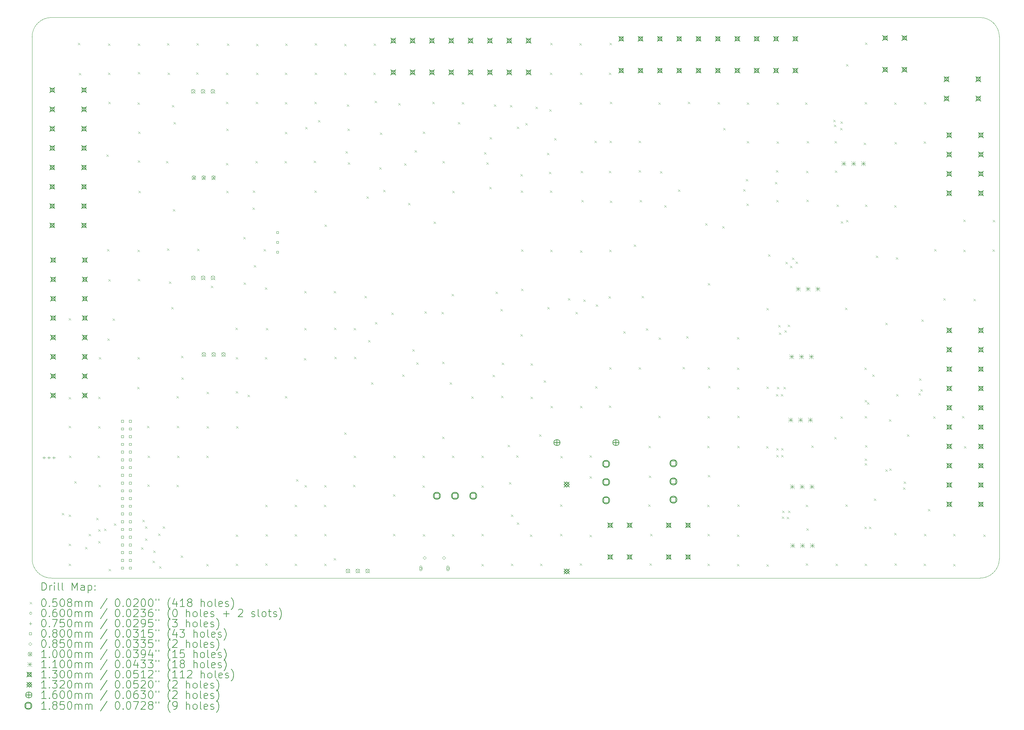
<source format=gbr>
%TF.GenerationSoftware,KiCad,Pcbnew,8.0.9*%
%TF.CreationDate,2025-05-25T13:17:19-05:00*%
%TF.ProjectId,karca_v2,6b617263-615f-4763-922e-6b696361645f,rev?*%
%TF.SameCoordinates,Original*%
%TF.FileFunction,Drillmap*%
%TF.FilePolarity,Positive*%
%FSLAX45Y45*%
G04 Gerber Fmt 4.5, Leading zero omitted, Abs format (unit mm)*
G04 Created by KiCad (PCBNEW 8.0.9) date 2025-05-25 13:17:19*
%MOMM*%
%LPD*%
G01*
G04 APERTURE LIST*
%ADD10C,0.100000*%
%ADD11C,0.200000*%
%ADD12C,0.110000*%
%ADD13C,0.130000*%
%ADD14C,0.132000*%
%ADD15C,0.160000*%
%ADD16C,0.185000*%
G04 APERTURE END LIST*
D10*
X3588640Y-18638520D02*
G75*
G02*
X3088640Y-18138520I0J500000D01*
G01*
X3088640Y-18138520D02*
X3088640Y-4638520D01*
X28088640Y-18138520D02*
G75*
G02*
X27588640Y-18638520I-500000J0D01*
G01*
X28088640Y-4638520D02*
X28088640Y-18138520D01*
X3588640Y-4138520D02*
X27588640Y-4138520D01*
X27588640Y-4138520D02*
G75*
G02*
X28088640Y-4638520I0J-500000D01*
G01*
X27588640Y-18638520D02*
X3588640Y-18638520D01*
X3088640Y-4638520D02*
G75*
G02*
X3588640Y-4138520I500000J0D01*
G01*
D11*
D10*
X3858260Y-16949420D02*
X3909060Y-17000220D01*
X3909060Y-16949420D02*
X3858260Y-17000220D01*
X4033520Y-11912600D02*
X4084320Y-11963400D01*
X4084320Y-11912600D02*
X4033520Y-11963400D01*
X4033520Y-14704060D02*
X4084320Y-14754860D01*
X4084320Y-14704060D02*
X4033520Y-14754860D01*
X4033520Y-18265140D02*
X4084320Y-18315940D01*
X4084320Y-18265140D02*
X4033520Y-18315940D01*
X4036060Y-13954760D02*
X4086860Y-14005560D01*
X4086860Y-13954760D02*
X4036060Y-14005560D01*
X4038600Y-16992600D02*
X4089400Y-17043400D01*
X4089400Y-16992600D02*
X4038600Y-17043400D01*
X4038600Y-17746980D02*
X4089400Y-17797780D01*
X4089400Y-17746980D02*
X4038600Y-17797780D01*
X4043680Y-15468600D02*
X4094480Y-15519400D01*
X4094480Y-15468600D02*
X4043680Y-15519400D01*
X4178300Y-16129000D02*
X4229100Y-16179800D01*
X4229100Y-16129000D02*
X4178300Y-16179800D01*
X4272280Y-4798060D02*
X4323080Y-4848860D01*
X4323080Y-4798060D02*
X4272280Y-4848860D01*
X4300220Y-5570220D02*
X4351020Y-5621020D01*
X4351020Y-5570220D02*
X4300220Y-5621020D01*
X4460698Y-17835422D02*
X4511498Y-17886222D01*
X4511498Y-17835422D02*
X4460698Y-17886222D01*
X4556760Y-17495520D02*
X4607560Y-17546320D01*
X4607560Y-17495520D02*
X4556760Y-17546320D01*
X4749800Y-17081500D02*
X4800600Y-17132300D01*
X4800600Y-17081500D02*
X4749800Y-17132300D01*
X4782820Y-15468600D02*
X4833620Y-15519400D01*
X4833620Y-15468600D02*
X4782820Y-15519400D01*
X4798060Y-13944600D02*
X4848860Y-13995400D01*
X4848860Y-13944600D02*
X4798060Y-13995400D01*
X4800600Y-14711680D02*
X4851400Y-14762480D01*
X4851400Y-14711680D02*
X4800600Y-14762480D01*
X4800600Y-17373600D02*
X4851400Y-17424400D01*
X4851400Y-17373600D02*
X4800600Y-17424400D01*
X4800600Y-17678400D02*
X4851400Y-17729200D01*
X4851400Y-17678400D02*
X4800600Y-17729200D01*
X4805680Y-16222980D02*
X4856480Y-16273780D01*
X4856480Y-16222980D02*
X4805680Y-16273780D01*
X4815840Y-12923520D02*
X4866640Y-12974320D01*
X4866640Y-12923520D02*
X4815840Y-12974320D01*
X4953000Y-17360900D02*
X5003800Y-17411700D01*
X5003800Y-17360900D02*
X4953000Y-17411700D01*
X5011420Y-7686040D02*
X5062220Y-7736840D01*
X5062220Y-7686040D02*
X5011420Y-7736840D01*
X5031740Y-10132060D02*
X5082540Y-10182860D01*
X5082540Y-10132060D02*
X5031740Y-10182860D01*
X5039360Y-12438380D02*
X5090160Y-12489180D01*
X5090160Y-12438380D02*
X5039360Y-12489180D01*
X5057140Y-4808220D02*
X5107940Y-4859020D01*
X5107940Y-4808220D02*
X5057140Y-4859020D01*
X5057140Y-5565140D02*
X5107940Y-5615940D01*
X5107940Y-5565140D02*
X5057140Y-5615940D01*
X5059680Y-6319520D02*
X5110480Y-6370320D01*
X5110480Y-6319520D02*
X5059680Y-6370320D01*
X5059680Y-10911840D02*
X5110480Y-10962640D01*
X5110480Y-10911840D02*
X5059680Y-10962640D01*
X5072380Y-18402300D02*
X5123180Y-18453100D01*
X5123180Y-18402300D02*
X5072380Y-18453100D01*
X5168900Y-11922760D02*
X5219700Y-11973560D01*
X5219700Y-11922760D02*
X5168900Y-11973560D01*
X5207000Y-17221200D02*
X5257800Y-17272000D01*
X5257800Y-17221200D02*
X5207000Y-17272000D01*
X5808980Y-13690600D02*
X5859780Y-13741400D01*
X5859780Y-13690600D02*
X5808980Y-13741400D01*
X5814060Y-12923520D02*
X5864860Y-12974320D01*
X5864860Y-12923520D02*
X5814060Y-12974320D01*
X5816600Y-6337300D02*
X5867400Y-6388100D01*
X5867400Y-6337300D02*
X5816600Y-6388100D01*
X5816600Y-10144760D02*
X5867400Y-10195560D01*
X5867400Y-10144760D02*
X5816600Y-10195560D01*
X5826760Y-4808220D02*
X5877560Y-4859020D01*
X5877560Y-4808220D02*
X5826760Y-4859020D01*
X5826760Y-5552440D02*
X5877560Y-5603240D01*
X5877560Y-5552440D02*
X5826760Y-5603240D01*
X5826760Y-7830820D02*
X5877560Y-7881620D01*
X5877560Y-7830820D02*
X5826760Y-7881620D01*
X5826760Y-10901680D02*
X5877560Y-10952480D01*
X5877560Y-10901680D02*
X5826760Y-10952480D01*
X5829300Y-7091680D02*
X5880100Y-7142480D01*
X5880100Y-7091680D02*
X5829300Y-7142480D01*
X5839460Y-8620760D02*
X5890260Y-8671560D01*
X5890260Y-8620760D02*
X5839460Y-8671560D01*
X5908040Y-17843500D02*
X5958840Y-17894300D01*
X5958840Y-17843500D02*
X5908040Y-17894300D01*
X5941885Y-17134041D02*
X5992685Y-17184841D01*
X5992685Y-17134041D02*
X5941885Y-17184841D01*
X6007100Y-17297400D02*
X6057900Y-17348200D01*
X6057900Y-17297400D02*
X6007100Y-17348200D01*
X6007100Y-17614900D02*
X6057900Y-17665700D01*
X6057900Y-17614900D02*
X6007100Y-17665700D01*
X6062980Y-14704060D02*
X6113780Y-14754860D01*
X6113780Y-14704060D02*
X6062980Y-14754860D01*
X6073140Y-16220440D02*
X6123940Y-16271240D01*
X6123940Y-16220440D02*
X6073140Y-16271240D01*
X6078220Y-15471140D02*
X6129020Y-15521940D01*
X6129020Y-15471140D02*
X6078220Y-15521940D01*
X6205220Y-18186400D02*
X6256020Y-18237200D01*
X6256020Y-18186400D02*
X6205220Y-18237200D01*
X6223000Y-17924780D02*
X6273800Y-17975580D01*
X6273800Y-17924780D02*
X6223000Y-17975580D01*
X6350000Y-17487900D02*
X6400800Y-17538700D01*
X6400800Y-17487900D02*
X6350000Y-17538700D01*
X6370320Y-18336260D02*
X6421120Y-18387060D01*
X6421120Y-18336260D02*
X6370320Y-18387060D01*
X6464300Y-17297400D02*
X6515100Y-17348200D01*
X6515100Y-17297400D02*
X6464300Y-17348200D01*
X6553200Y-7848600D02*
X6604000Y-7899400D01*
X6604000Y-7848600D02*
X6553200Y-7899400D01*
X6576060Y-4805680D02*
X6626860Y-4856480D01*
X6626860Y-4805680D02*
X6576060Y-4856480D01*
X6578600Y-10114280D02*
X6629400Y-10165080D01*
X6629400Y-10114280D02*
X6578600Y-10165080D01*
X6591300Y-5565140D02*
X6642100Y-5615940D01*
X6642100Y-5565140D02*
X6591300Y-5615940D01*
X6629400Y-10965180D02*
X6680200Y-11015980D01*
X6680200Y-10965180D02*
X6629400Y-11015980D01*
X6685280Y-11628120D02*
X6736080Y-11678920D01*
X6736080Y-11628120D02*
X6685280Y-11678920D01*
X6708140Y-6403340D02*
X6758940Y-6454140D01*
X6758940Y-6403340D02*
X6708140Y-6454140D01*
X6728460Y-9098280D02*
X6779260Y-9149080D01*
X6779260Y-9098280D02*
X6728460Y-9149080D01*
X6748780Y-6847840D02*
X6799580Y-6898640D01*
X6799580Y-6847840D02*
X6748780Y-6898640D01*
X6822440Y-16222980D02*
X6873240Y-16273780D01*
X6873240Y-16222980D02*
X6822440Y-16273780D01*
X6824980Y-13931900D02*
X6875780Y-13982700D01*
X6875780Y-13931900D02*
X6824980Y-13982700D01*
X6827520Y-14701520D02*
X6878320Y-14752320D01*
X6878320Y-14701520D02*
X6827520Y-14752320D01*
X6840220Y-15471140D02*
X6891020Y-15521940D01*
X6891020Y-15471140D02*
X6840220Y-15521940D01*
X6935470Y-18053050D02*
X6986270Y-18103850D01*
X6986270Y-18053050D02*
X6935470Y-18103850D01*
X6944360Y-12890500D02*
X6995160Y-12941300D01*
X6995160Y-12890500D02*
X6944360Y-12941300D01*
X6946900Y-13451840D02*
X6997700Y-13502640D01*
X6997700Y-13451840D02*
X6946900Y-13502640D01*
X7330440Y-5554980D02*
X7381240Y-5605780D01*
X7381240Y-5554980D02*
X7330440Y-5605780D01*
X7340600Y-4800600D02*
X7391400Y-4851400D01*
X7391400Y-4800600D02*
X7340600Y-4851400D01*
X7353300Y-10124440D02*
X7404100Y-10175240D01*
X7404100Y-10124440D02*
X7353300Y-10175240D01*
X7592060Y-15473680D02*
X7642860Y-15524480D01*
X7642860Y-15473680D02*
X7592060Y-15524480D01*
X7594600Y-18277840D02*
X7645400Y-18328640D01*
X7645400Y-18277840D02*
X7594600Y-18328640D01*
X7599680Y-13817600D02*
X7650480Y-13868400D01*
X7650480Y-13817600D02*
X7599680Y-13868400D01*
X7599680Y-14711680D02*
X7650480Y-14762480D01*
X7650480Y-14711680D02*
X7599680Y-14762480D01*
X7708900Y-11074400D02*
X7759700Y-11125200D01*
X7759700Y-11074400D02*
X7708900Y-11125200D01*
X8100060Y-7899400D02*
X8150860Y-7950200D01*
X8150860Y-7899400D02*
X8100060Y-7950200D01*
X8102600Y-5562600D02*
X8153400Y-5613400D01*
X8153400Y-5562600D02*
X8102600Y-5613400D01*
X8102600Y-6322060D02*
X8153400Y-6372860D01*
X8153400Y-6322060D02*
X8102600Y-6372860D01*
X8107680Y-7010400D02*
X8158480Y-7061200D01*
X8158480Y-7010400D02*
X8107680Y-7061200D01*
X8107680Y-8623300D02*
X8158480Y-8674100D01*
X8158480Y-8623300D02*
X8107680Y-8674100D01*
X8125460Y-4810760D02*
X8176260Y-4861560D01*
X8176260Y-4810760D02*
X8125460Y-4861560D01*
X8348980Y-12158980D02*
X8399780Y-12209780D01*
X8399780Y-12158980D02*
X8348980Y-12209780D01*
X8354060Y-12926060D02*
X8404860Y-12976860D01*
X8404860Y-12926060D02*
X8354060Y-12976860D01*
X8354060Y-13799820D02*
X8404860Y-13850620D01*
X8404860Y-13799820D02*
X8354060Y-13850620D01*
X8354060Y-17508220D02*
X8404860Y-17559020D01*
X8404860Y-17508220D02*
X8354060Y-17559020D01*
X8356600Y-18265140D02*
X8407400Y-18315940D01*
X8407400Y-18265140D02*
X8356600Y-18315940D01*
X8364220Y-14709140D02*
X8415020Y-14759940D01*
X8415020Y-14709140D02*
X8364220Y-14759940D01*
X8552180Y-9814560D02*
X8602980Y-9865360D01*
X8602980Y-9814560D02*
X8552180Y-9865360D01*
X8562340Y-10993120D02*
X8613140Y-11043920D01*
X8613140Y-10993120D02*
X8562340Y-11043920D01*
X8661400Y-13896340D02*
X8712200Y-13947140D01*
X8712200Y-13896340D02*
X8661400Y-13947140D01*
X8788400Y-9055100D02*
X8839200Y-9105900D01*
X8839200Y-9055100D02*
X8788400Y-9105900D01*
X8798560Y-8615680D02*
X8849360Y-8666480D01*
X8849360Y-8615680D02*
X8798560Y-8666480D01*
X8823960Y-10543540D02*
X8874760Y-10594340D01*
X8874760Y-10543540D02*
X8823960Y-10594340D01*
X8864600Y-7848600D02*
X8915400Y-7899400D01*
X8915400Y-7848600D02*
X8864600Y-7899400D01*
X8869680Y-6319520D02*
X8920480Y-6370320D01*
X8920480Y-6319520D02*
X8869680Y-6370320D01*
X8879840Y-4818380D02*
X8930640Y-4869180D01*
X8930640Y-4818380D02*
X8879840Y-4869180D01*
X8879840Y-5562600D02*
X8930640Y-5613400D01*
X8930640Y-5562600D02*
X8879840Y-5613400D01*
X9072880Y-10129520D02*
X9123680Y-10180320D01*
X9123680Y-10129520D02*
X9072880Y-10180320D01*
X9105900Y-11122660D02*
X9156700Y-11173460D01*
X9156700Y-11122660D02*
X9105900Y-11173460D01*
X9108440Y-12926060D02*
X9159240Y-12976860D01*
X9159240Y-12926060D02*
X9108440Y-12976860D01*
X9118600Y-18260060D02*
X9169400Y-18310860D01*
X9169400Y-18260060D02*
X9118600Y-18310860D01*
X9121140Y-16741140D02*
X9171940Y-16791940D01*
X9171940Y-16741140D02*
X9121140Y-16791940D01*
X9126220Y-17503140D02*
X9177020Y-17553940D01*
X9177020Y-17503140D02*
X9126220Y-17553940D01*
X9131300Y-12169140D02*
X9182100Y-12219940D01*
X9182100Y-12169140D02*
X9131300Y-12219940D01*
X9618980Y-7848600D02*
X9669780Y-7899400D01*
X9669780Y-7848600D02*
X9618980Y-7899400D01*
X9626600Y-5562600D02*
X9677400Y-5613400D01*
X9677400Y-5562600D02*
X9626600Y-5613400D01*
X9626600Y-7099300D02*
X9677400Y-7150100D01*
X9677400Y-7099300D02*
X9626600Y-7150100D01*
X9626600Y-13929360D02*
X9677400Y-13980160D01*
X9677400Y-13929360D02*
X9626600Y-13980160D01*
X9629140Y-6329680D02*
X9679940Y-6380480D01*
X9679940Y-6329680D02*
X9629140Y-6380480D01*
X9631680Y-4810760D02*
X9682480Y-4861560D01*
X9682480Y-4810760D02*
X9631680Y-4861560D01*
X9875520Y-17500600D02*
X9926320Y-17551400D01*
X9926320Y-17500600D02*
X9875520Y-17551400D01*
X9875520Y-18267680D02*
X9926320Y-18318480D01*
X9926320Y-18267680D02*
X9875520Y-18318480D01*
X9880600Y-16743680D02*
X9931400Y-16794480D01*
X9931400Y-16743680D02*
X9880600Y-16794480D01*
X9913620Y-16083280D02*
X9964420Y-16134080D01*
X9964420Y-16083280D02*
X9913620Y-16134080D01*
X10119360Y-12946380D02*
X10170160Y-12997180D01*
X10170160Y-12946380D02*
X10119360Y-12997180D01*
X10121900Y-11214100D02*
X10172700Y-11264900D01*
X10172700Y-11214100D02*
X10121900Y-11264900D01*
X10124440Y-12171680D02*
X10175240Y-12222480D01*
X10175240Y-12171680D02*
X10124440Y-12222480D01*
X10132060Y-16233140D02*
X10182860Y-16283940D01*
X10182860Y-16233140D02*
X10132060Y-16283940D01*
X10147300Y-6972300D02*
X10198100Y-7023100D01*
X10198100Y-6972300D02*
X10147300Y-7023100D01*
X10373360Y-7843520D02*
X10424160Y-7894320D01*
X10424160Y-7843520D02*
X10373360Y-7894320D01*
X10386060Y-6316980D02*
X10436860Y-6367780D01*
X10436860Y-6316980D02*
X10386060Y-6367780D01*
X10386060Y-8613140D02*
X10436860Y-8663940D01*
X10436860Y-8613140D02*
X10386060Y-8663940D01*
X10393680Y-5565140D02*
X10444480Y-5615940D01*
X10444480Y-5565140D02*
X10393680Y-5615940D01*
X10396220Y-4800600D02*
X10447020Y-4851400D01*
X10447020Y-4800600D02*
X10396220Y-4851400D01*
X10477500Y-6794500D02*
X10528300Y-6845300D01*
X10528300Y-6794500D02*
X10477500Y-6845300D01*
X10632440Y-16743680D02*
X10683240Y-16794480D01*
X10683240Y-16743680D02*
X10632440Y-16794480D01*
X10640060Y-16233140D02*
X10690860Y-16283940D01*
X10690860Y-16233140D02*
X10640060Y-16283940D01*
X10640060Y-17495520D02*
X10690860Y-17546320D01*
X10690860Y-17495520D02*
X10640060Y-17546320D01*
X10642600Y-18265140D02*
X10693400Y-18315940D01*
X10693400Y-18265140D02*
X10642600Y-18315940D01*
X10647680Y-9497060D02*
X10698480Y-9547860D01*
X10698480Y-9497060D02*
X10647680Y-9547860D01*
X10883900Y-11214100D02*
X10934700Y-11264900D01*
X10934700Y-11214100D02*
X10883900Y-11264900D01*
X10883900Y-18122900D02*
X10934700Y-18173700D01*
X10934700Y-18122900D02*
X10883900Y-18173700D01*
X10894060Y-12164060D02*
X10944860Y-12214860D01*
X10944860Y-12164060D02*
X10894060Y-12214860D01*
X10904220Y-12915900D02*
X10955020Y-12966700D01*
X10955020Y-12915900D02*
X10904220Y-12966700D01*
X11155680Y-4818380D02*
X11206480Y-4869180D01*
X11206480Y-4818380D02*
X11155680Y-4869180D01*
X11155680Y-5562600D02*
X11206480Y-5613400D01*
X11206480Y-5562600D02*
X11155680Y-5613400D01*
X11158837Y-14869777D02*
X11209637Y-14920577D01*
X11209637Y-14869777D02*
X11158837Y-14920577D01*
X11188700Y-7594600D02*
X11239500Y-7645400D01*
X11239500Y-7594600D02*
X11188700Y-7645400D01*
X11229340Y-6383020D02*
X11280140Y-6433820D01*
X11280140Y-6383020D02*
X11229340Y-6433820D01*
X11239500Y-7010400D02*
X11290300Y-7061200D01*
X11290300Y-7010400D02*
X11239500Y-7061200D01*
X11252200Y-7886700D02*
X11303000Y-7937500D01*
X11303000Y-7886700D02*
X11252200Y-7937500D01*
X11384280Y-16222980D02*
X11435080Y-16273780D01*
X11435080Y-16222980D02*
X11384280Y-16273780D01*
X11402060Y-12166600D02*
X11452860Y-12217400D01*
X11452860Y-12166600D02*
X11402060Y-12217400D01*
X11404600Y-15473680D02*
X11455400Y-15524480D01*
X11455400Y-15473680D02*
X11404600Y-15524480D01*
X11412220Y-12918440D02*
X11463020Y-12969240D01*
X11463020Y-12918440D02*
X11412220Y-12969240D01*
X11684000Y-11341100D02*
X11734800Y-11391900D01*
X11734800Y-11341100D02*
X11684000Y-11391900D01*
X11734800Y-8763000D02*
X11785600Y-8813800D01*
X11785600Y-8763000D02*
X11734800Y-8813800D01*
X11778690Y-12484100D02*
X11829490Y-12534900D01*
X11829490Y-12484100D02*
X11778690Y-12534900D01*
X11851640Y-13571220D02*
X11902440Y-13622020D01*
X11902440Y-13571220D02*
X11851640Y-13622020D01*
X11907520Y-5562600D02*
X11958320Y-5613400D01*
X11958320Y-5562600D02*
X11907520Y-5613400D01*
X11920220Y-4810760D02*
X11971020Y-4861560D01*
X11971020Y-4810760D02*
X11920220Y-4861560D01*
X11943080Y-6294120D02*
X11993880Y-6344920D01*
X11993880Y-6294120D02*
X11943080Y-6344920D01*
X11950700Y-12019280D02*
X12001500Y-12070080D01*
X12001500Y-12019280D02*
X11950700Y-12070080D01*
X12065000Y-8013700D02*
X12115800Y-8064500D01*
X12115800Y-8013700D02*
X12065000Y-8064500D01*
X12082780Y-7112000D02*
X12133580Y-7162800D01*
X12133580Y-7112000D02*
X12082780Y-7162800D01*
X12164060Y-8600440D02*
X12214860Y-8651240D01*
X12214860Y-8600440D02*
X12164060Y-8651240D01*
X12375440Y-11775558D02*
X12426240Y-11826358D01*
X12426240Y-11775558D02*
X12375440Y-11826358D01*
X12415520Y-16474440D02*
X12466320Y-16525240D01*
X12466320Y-16474440D02*
X12415520Y-16525240D01*
X12415520Y-17498060D02*
X12466320Y-17548860D01*
X12466320Y-17498060D02*
X12415520Y-17548860D01*
X12428220Y-15468600D02*
X12479020Y-15519400D01*
X12479020Y-15468600D02*
X12428220Y-15519400D01*
X12557760Y-6350000D02*
X12608560Y-6400800D01*
X12608560Y-6350000D02*
X12557760Y-6400800D01*
X12656820Y-13368020D02*
X12707620Y-13418820D01*
X12707620Y-13368020D02*
X12656820Y-13418820D01*
X12710160Y-7912100D02*
X12760960Y-7962900D01*
X12760960Y-7912100D02*
X12710160Y-7962900D01*
X12811760Y-8933180D02*
X12862560Y-8983980D01*
X12862560Y-8933180D02*
X12811760Y-8983980D01*
X12915900Y-12722860D02*
X12966700Y-12773660D01*
X12966700Y-12722860D02*
X12915900Y-12773660D01*
X12976860Y-7569200D02*
X13027660Y-7620000D01*
X13027660Y-7569200D02*
X12976860Y-7620000D01*
X13020498Y-13056310D02*
X13071298Y-13107110D01*
X13071298Y-13056310D02*
X13020498Y-13107110D01*
X13177520Y-15473680D02*
X13228320Y-15524480D01*
X13228320Y-15473680D02*
X13177520Y-15524480D01*
X13177520Y-16240760D02*
X13228320Y-16291560D01*
X13228320Y-16240760D02*
X13177520Y-16291560D01*
X13192760Y-7091680D02*
X13243560Y-7142480D01*
X13243560Y-7091680D02*
X13192760Y-7142480D01*
X13192760Y-17503140D02*
X13243560Y-17553940D01*
X13243560Y-17503140D02*
X13192760Y-17553940D01*
X13230860Y-11734800D02*
X13281660Y-11785600D01*
X13281660Y-11734800D02*
X13230860Y-11785600D01*
X13431520Y-6316980D02*
X13482320Y-6367780D01*
X13482320Y-6316980D02*
X13431520Y-6367780D01*
X13472160Y-9418740D02*
X13522960Y-9469540D01*
X13522960Y-9418740D02*
X13472160Y-9469540D01*
X13670468Y-11754932D02*
X13721268Y-11805732D01*
X13721268Y-11754932D02*
X13670468Y-11805732D01*
X13685520Y-14980920D02*
X13736320Y-15031720D01*
X13736320Y-14980920D02*
X13685520Y-15031720D01*
X13688060Y-13037820D02*
X13738860Y-13088620D01*
X13738860Y-13037820D02*
X13688060Y-13088620D01*
X13700760Y-7853680D02*
X13751560Y-7904480D01*
X13751560Y-7853680D02*
X13700760Y-7904480D01*
X13883640Y-13571220D02*
X13934440Y-13622020D01*
X13934440Y-13571220D02*
X13883640Y-13622020D01*
X13931900Y-11290300D02*
X13982700Y-11341100D01*
X13982700Y-11290300D02*
X13931900Y-11341100D01*
X13939520Y-17503140D02*
X13990320Y-17553940D01*
X13990320Y-17503140D02*
X13939520Y-17553940D01*
X13942060Y-15473680D02*
X13992860Y-15524480D01*
X13992860Y-15473680D02*
X13942060Y-15524480D01*
X13952220Y-8625840D02*
X14003020Y-8676640D01*
X14003020Y-8625840D02*
X13952220Y-8676640D01*
X14091920Y-6845300D02*
X14142720Y-6896100D01*
X14142720Y-6845300D02*
X14091920Y-6896100D01*
X14196060Y-6324600D02*
X14246860Y-6375400D01*
X14246860Y-6324600D02*
X14196060Y-6375400D01*
X14442440Y-13936980D02*
X14493240Y-13987780D01*
X14493240Y-13936980D02*
X14442440Y-13987780D01*
X14701520Y-16243300D02*
X14752320Y-16294100D01*
X14752320Y-16243300D02*
X14701520Y-16294100D01*
X14701520Y-18270220D02*
X14752320Y-18321020D01*
X14752320Y-18270220D02*
X14701520Y-18321020D01*
X14704060Y-17498060D02*
X14754860Y-17548860D01*
X14754860Y-17498060D02*
X14704060Y-17548860D01*
X14709140Y-15471140D02*
X14759940Y-15521940D01*
X14759940Y-15471140D02*
X14709140Y-15521940D01*
X14770100Y-7620000D02*
X14820900Y-7670800D01*
X14820900Y-7620000D02*
X14770100Y-7670800D01*
X14828520Y-7884160D02*
X14879320Y-7934960D01*
X14879320Y-7884160D02*
X14828520Y-7934960D01*
X14909800Y-8516620D02*
X14960600Y-8567420D01*
X14960600Y-8516620D02*
X14909800Y-8567420D01*
X14917420Y-7236460D02*
X14968220Y-7287260D01*
X14968220Y-7236460D02*
X14917420Y-7287260D01*
X14991080Y-13383970D02*
X15041880Y-13434770D01*
X15041880Y-13383970D02*
X14991080Y-13434770D01*
X15026640Y-6388100D02*
X15077440Y-6438900D01*
X15077440Y-6388100D02*
X15026640Y-6438900D01*
X15072360Y-11226800D02*
X15123160Y-11277600D01*
X15123160Y-11226800D02*
X15072360Y-11277600D01*
X15194280Y-11676380D02*
X15245080Y-11727180D01*
X15245080Y-11676380D02*
X15194280Y-11727180D01*
X15214600Y-13921740D02*
X15265400Y-13972540D01*
X15265400Y-13921740D02*
X15214600Y-13972540D01*
X15227300Y-13070840D02*
X15278100Y-13121640D01*
X15278100Y-13070840D02*
X15227300Y-13121640D01*
X15384780Y-15191740D02*
X15435580Y-15242540D01*
X15435580Y-15191740D02*
X15384780Y-15242540D01*
X15417800Y-16154400D02*
X15468600Y-16205200D01*
X15468600Y-16154400D02*
X15417800Y-16205200D01*
X15440660Y-6403340D02*
X15491460Y-6454140D01*
X15491460Y-6403340D02*
X15440660Y-6454140D01*
X15468600Y-18262600D02*
X15519400Y-18313400D01*
X15519400Y-18262600D02*
X15468600Y-18313400D01*
X15471140Y-16997680D02*
X15521940Y-17048480D01*
X15521940Y-16997680D02*
X15471140Y-17048480D01*
X15600680Y-15466060D02*
X15651480Y-15516860D01*
X15651480Y-15466060D02*
X15600680Y-15516860D01*
X15615920Y-17198340D02*
X15666720Y-17249140D01*
X15666720Y-17198340D02*
X15615920Y-17249140D01*
X15621000Y-6959600D02*
X15671800Y-7010400D01*
X15671800Y-6959600D02*
X15621000Y-7010400D01*
X15709900Y-8191500D02*
X15760700Y-8242300D01*
X15760700Y-8191500D02*
X15709900Y-8242300D01*
X15714980Y-12326620D02*
X15765780Y-12377420D01*
X15765780Y-12326620D02*
X15714980Y-12377420D01*
X15725140Y-8613140D02*
X15775940Y-8663940D01*
X15775940Y-8613140D02*
X15725140Y-8663940D01*
X15730220Y-11150600D02*
X15781020Y-11201400D01*
X15781020Y-11150600D02*
X15730220Y-11201400D01*
X15732760Y-10134600D02*
X15783560Y-10185400D01*
X15783560Y-10134600D02*
X15732760Y-10185400D01*
X15836900Y-6873240D02*
X15887700Y-6924040D01*
X15887700Y-6873240D02*
X15836900Y-6924040D01*
X15961360Y-17513300D02*
X16012160Y-17564100D01*
X16012160Y-17513300D02*
X15961360Y-17564100D01*
X15979140Y-13081000D02*
X16029940Y-13131800D01*
X16029940Y-13081000D02*
X15979140Y-13131800D01*
X15979140Y-13949680D02*
X16029940Y-14000480D01*
X16029940Y-13949680D02*
X15979140Y-14000480D01*
X16106140Y-6449060D02*
X16156940Y-6499860D01*
X16156940Y-6449060D02*
X16106140Y-6499860D01*
X16196500Y-14922960D02*
X16247300Y-14973760D01*
X16247300Y-14922960D02*
X16196500Y-14973760D01*
X16217900Y-18265140D02*
X16268700Y-18315940D01*
X16268700Y-18265140D02*
X16217900Y-18315940D01*
X16316960Y-13528040D02*
X16367760Y-13578840D01*
X16367760Y-13528040D02*
X16316960Y-13578840D01*
X16398240Y-7637780D02*
X16449040Y-7688580D01*
X16449040Y-7637780D02*
X16398240Y-7688580D01*
X16408400Y-11630660D02*
X16459200Y-11681460D01*
X16459200Y-11630660D02*
X16408400Y-11681460D01*
X16446500Y-8128000D02*
X16497300Y-8178800D01*
X16497300Y-8128000D02*
X16446500Y-8178800D01*
X16456660Y-6510020D02*
X16507460Y-6560820D01*
X16507460Y-6510020D02*
X16456660Y-6560820D01*
X16471900Y-5562600D02*
X16522700Y-5613400D01*
X16522700Y-5562600D02*
X16471900Y-5613400D01*
X16476980Y-8615680D02*
X16527780Y-8666480D01*
X16527780Y-8615680D02*
X16476980Y-8666480D01*
X16482060Y-10147300D02*
X16532860Y-10198100D01*
X16532860Y-10147300D02*
X16482060Y-10198100D01*
X16484600Y-4792980D02*
X16535400Y-4843780D01*
X16535400Y-4792980D02*
X16484600Y-4843780D01*
X16489680Y-14180820D02*
X16540480Y-14231620D01*
X16540480Y-14180820D02*
X16489680Y-14231620D01*
X16586200Y-7261860D02*
X16637000Y-7312660D01*
X16637000Y-7261860D02*
X16586200Y-7312660D01*
X16741140Y-16736060D02*
X16791940Y-16786860D01*
X16791940Y-16736060D02*
X16741140Y-16786860D01*
X16741140Y-17495520D02*
X16791940Y-17546320D01*
X16791940Y-17495520D02*
X16741140Y-17546320D01*
X16743680Y-15481300D02*
X16794480Y-15532100D01*
X16794480Y-15481300D02*
X16743680Y-15532100D01*
X16939260Y-11396980D02*
X16990060Y-11447780D01*
X16990060Y-11396980D02*
X16939260Y-11447780D01*
X17132300Y-11755120D02*
X17183100Y-11805920D01*
X17183100Y-11755120D02*
X17132300Y-11805920D01*
X17236440Y-4800600D02*
X17287240Y-4851400D01*
X17287240Y-4800600D02*
X17236440Y-4851400D01*
X17246600Y-18254980D02*
X17297400Y-18305780D01*
X17297400Y-18254980D02*
X17246600Y-18305780D01*
X17249140Y-6334760D02*
X17299940Y-6385560D01*
X17299940Y-6334760D02*
X17249140Y-6385560D01*
X17251680Y-5562600D02*
X17302480Y-5613400D01*
X17302480Y-5562600D02*
X17251680Y-5613400D01*
X17256760Y-10162540D02*
X17307560Y-10213340D01*
X17307560Y-10162540D02*
X17256760Y-10213340D01*
X17256760Y-14180820D02*
X17307560Y-14231620D01*
X17307560Y-14180820D02*
X17256760Y-14231620D01*
X17274540Y-8102600D02*
X17325340Y-8153400D01*
X17325340Y-8102600D02*
X17274540Y-8153400D01*
X17287240Y-8859520D02*
X17338040Y-8910320D01*
X17338040Y-8859520D02*
X17287240Y-8910320D01*
X17340580Y-11430000D02*
X17391380Y-11480800D01*
X17391380Y-11430000D02*
X17340580Y-11480800D01*
X17498060Y-15463520D02*
X17548860Y-15514320D01*
X17548860Y-15463520D02*
X17498060Y-15514320D01*
X17498060Y-16004540D02*
X17548860Y-16055340D01*
X17548860Y-16004540D02*
X17498060Y-16055340D01*
X17500600Y-17518380D02*
X17551400Y-17569180D01*
X17551400Y-17518380D02*
X17500600Y-17569180D01*
X17627600Y-7330440D02*
X17678400Y-7381240D01*
X17678400Y-7330440D02*
X17627600Y-7381240D01*
X17645380Y-13675360D02*
X17696180Y-13726160D01*
X17696180Y-13675360D02*
X17645380Y-13726160D01*
X17661330Y-11562080D02*
X17712130Y-11612880D01*
X17712130Y-11562080D02*
X17661330Y-11612880D01*
X17990820Y-11346180D02*
X18041620Y-11396980D01*
X18041620Y-11346180D02*
X17990820Y-11396980D01*
X17995900Y-14175740D02*
X18046700Y-14226540D01*
X18046700Y-14175740D02*
X17995900Y-14226540D01*
X17998440Y-5562600D02*
X18049240Y-5613400D01*
X18049240Y-5562600D02*
X17998440Y-5613400D01*
X17998440Y-8102600D02*
X18049240Y-8153400D01*
X18049240Y-8102600D02*
X17998440Y-8153400D01*
X18003520Y-10149840D02*
X18054320Y-10200640D01*
X18054320Y-10149840D02*
X18003520Y-10200640D01*
X18008600Y-13182600D02*
X18059400Y-13233400D01*
X18059400Y-13182600D02*
X18008600Y-13233400D01*
X18016220Y-4792980D02*
X18067020Y-4843780D01*
X18067020Y-4792980D02*
X18016220Y-4843780D01*
X18016220Y-7325360D02*
X18067020Y-7376160D01*
X18067020Y-7325360D02*
X18016220Y-7376160D01*
X18021300Y-6316980D02*
X18072100Y-6367780D01*
X18072100Y-6316980D02*
X18021300Y-6367780D01*
X18026380Y-8877300D02*
X18077180Y-8928100D01*
X18077180Y-8877300D02*
X18026380Y-8928100D01*
X18371820Y-12252960D02*
X18422620Y-12303760D01*
X18422620Y-12252960D02*
X18371820Y-12303760D01*
X18644238Y-10008238D02*
X18695038Y-10059038D01*
X18695038Y-10008238D02*
X18644238Y-10059038D01*
X18768060Y-7330440D02*
X18818860Y-7381240D01*
X18818860Y-7330440D02*
X18768060Y-7381240D01*
X18770600Y-13187680D02*
X18821400Y-13238480D01*
X18821400Y-13187680D02*
X18770600Y-13238480D01*
X18773140Y-8092440D02*
X18823940Y-8143240D01*
X18823940Y-8092440D02*
X18773140Y-8143240D01*
X18793460Y-8856980D02*
X18844260Y-8907780D01*
X18844260Y-8856980D02*
X18793460Y-8907780D01*
X18841720Y-11343640D02*
X18892520Y-11394440D01*
X18892520Y-11343640D02*
X18841720Y-11394440D01*
X18953480Y-12174220D02*
X19004280Y-12225020D01*
X19004280Y-12174220D02*
X18953480Y-12225020D01*
X19014440Y-16736060D02*
X19065240Y-16786860D01*
X19065240Y-16736060D02*
X19014440Y-16786860D01*
X19027140Y-15217140D02*
X19077940Y-15267940D01*
X19077940Y-15217140D02*
X19027140Y-15267940D01*
X19034760Y-15989300D02*
X19085560Y-16040100D01*
X19085560Y-15989300D02*
X19034760Y-16040100D01*
X19050000Y-18260060D02*
X19100800Y-18310860D01*
X19100800Y-18260060D02*
X19050000Y-18310860D01*
X19062700Y-17498060D02*
X19113500Y-17548860D01*
X19113500Y-17498060D02*
X19062700Y-17548860D01*
X19276060Y-6337300D02*
X19326860Y-6388100D01*
X19326860Y-6337300D02*
X19276060Y-6388100D01*
X19278600Y-14439900D02*
X19329400Y-14490700D01*
X19329400Y-14439900D02*
X19278600Y-14490700D01*
X19288760Y-12418060D02*
X19339560Y-12468860D01*
X19339560Y-12418060D02*
X19288760Y-12468860D01*
X19316700Y-8117840D02*
X19367500Y-8168640D01*
X19367500Y-8117840D02*
X19316700Y-8168640D01*
X19433540Y-8994140D02*
X19484340Y-9044940D01*
X19484340Y-8994140D02*
X19433540Y-9044940D01*
X19786600Y-8585200D02*
X19837400Y-8636000D01*
X19837400Y-8585200D02*
X19786600Y-8636000D01*
X19905980Y-13174980D02*
X19956780Y-13225780D01*
X19956780Y-13174980D02*
X19905980Y-13225780D01*
X19997878Y-12380418D02*
X20048678Y-12431218D01*
X20048678Y-12380418D02*
X19997878Y-12431218D01*
X20040600Y-6322060D02*
X20091400Y-6372860D01*
X20091400Y-6322060D02*
X20040600Y-6372860D01*
X20490180Y-9458960D02*
X20540980Y-9509760D01*
X20540980Y-9458960D02*
X20490180Y-9509760D01*
X20538440Y-16743680D02*
X20589240Y-16794480D01*
X20589240Y-16743680D02*
X20538440Y-16794480D01*
X20540980Y-15217140D02*
X20591780Y-15267940D01*
X20591780Y-15217140D02*
X20540980Y-15267940D01*
X20543520Y-18262600D02*
X20594320Y-18313400D01*
X20594320Y-18262600D02*
X20543520Y-18313400D01*
X20546060Y-13187680D02*
X20596860Y-13238480D01*
X20596860Y-13187680D02*
X20546060Y-13238480D01*
X20548600Y-14447520D02*
X20599400Y-14498320D01*
X20599400Y-14447520D02*
X20548600Y-14498320D01*
X20551140Y-17495520D02*
X20601940Y-17546320D01*
X20601940Y-17495520D02*
X20551140Y-17546320D01*
X20558760Y-11008360D02*
X20609560Y-11059160D01*
X20609560Y-11008360D02*
X20558760Y-11059160D01*
X20558760Y-15974060D02*
X20609560Y-16024860D01*
X20609560Y-15974060D02*
X20558760Y-16024860D01*
X20566380Y-13667740D02*
X20617180Y-13718540D01*
X20617180Y-13667740D02*
X20566380Y-13718540D01*
X20810220Y-6327140D02*
X20861020Y-6377940D01*
X20861020Y-6327140D02*
X20810220Y-6377940D01*
X20929600Y-9532620D02*
X20980400Y-9583420D01*
X20980400Y-9532620D02*
X20929600Y-9583420D01*
X20955000Y-6997700D02*
X21005800Y-7048500D01*
X21005800Y-6997700D02*
X20955000Y-7048500D01*
X21305520Y-12410440D02*
X21356320Y-12461240D01*
X21356320Y-12410440D02*
X21305520Y-12461240D01*
X21305520Y-13698220D02*
X21356320Y-13749020D01*
X21356320Y-13698220D02*
X21305520Y-13749020D01*
X21305520Y-18272760D02*
X21356320Y-18323560D01*
X21356320Y-18272760D02*
X21305520Y-18323560D01*
X21313140Y-13190220D02*
X21363940Y-13241020D01*
X21363940Y-13190220D02*
X21313140Y-13241020D01*
X21313140Y-17508220D02*
X21363940Y-17559020D01*
X21363940Y-17508220D02*
X21313140Y-17559020D01*
X21315680Y-14434820D02*
X21366480Y-14485620D01*
X21366480Y-14434820D02*
X21315680Y-14485620D01*
X21315680Y-15214600D02*
X21366480Y-15265400D01*
X21366480Y-15214600D02*
X21315680Y-15265400D01*
X21320760Y-16736060D02*
X21371560Y-16786860D01*
X21371560Y-16736060D02*
X21320760Y-16786860D01*
X21470620Y-8577580D02*
X21521420Y-8628380D01*
X21521420Y-8577580D02*
X21470620Y-8628380D01*
X21539200Y-8318500D02*
X21590000Y-8369300D01*
X21590000Y-8318500D02*
X21539200Y-8369300D01*
X21551900Y-8950960D02*
X21602700Y-9001760D01*
X21602700Y-8950960D02*
X21551900Y-9001760D01*
X21564600Y-6334760D02*
X21615400Y-6385560D01*
X21615400Y-6334760D02*
X21564600Y-6385560D01*
X21567140Y-7338060D02*
X21617940Y-7388860D01*
X21617940Y-7338060D02*
X21567140Y-7388860D01*
X22064980Y-15227300D02*
X22115780Y-15278100D01*
X22115780Y-15227300D02*
X22064980Y-15278100D01*
X22072600Y-18285460D02*
X22123400Y-18336260D01*
X22123400Y-18285460D02*
X22072600Y-18336260D01*
X22075140Y-11653520D02*
X22125940Y-11704320D01*
X22125940Y-11653520D02*
X22075140Y-11704320D01*
X22075140Y-13688060D02*
X22125940Y-13738860D01*
X22125940Y-13688060D02*
X22075140Y-13738860D01*
X22113698Y-10264598D02*
X22164498Y-10315398D01*
X22164498Y-10264598D02*
X22113698Y-10315398D01*
X22288500Y-8394700D02*
X22339300Y-8445500D01*
X22339300Y-8394700D02*
X22288500Y-8445500D01*
X22313900Y-13881100D02*
X22364700Y-13931900D01*
X22364700Y-13881100D02*
X22313900Y-13931900D01*
X22318980Y-8092440D02*
X22369780Y-8143240D01*
X22369780Y-8092440D02*
X22318980Y-8143240D01*
X22326600Y-15278100D02*
X22377400Y-15328900D01*
X22377400Y-15278100D02*
X22326600Y-15328900D01*
X22326600Y-15455900D02*
X22377400Y-15506700D01*
X22377400Y-15455900D02*
X22326600Y-15506700D01*
X22329140Y-8862060D02*
X22379940Y-8912860D01*
X22379940Y-8862060D02*
X22329140Y-8912860D01*
X22334220Y-7340600D02*
X22385020Y-7391400D01*
X22385020Y-7340600D02*
X22334220Y-7391400D01*
X22336760Y-6332220D02*
X22387560Y-6383020D01*
X22387560Y-6332220D02*
X22336760Y-6383020D01*
X22339300Y-13690600D02*
X22390100Y-13741400D01*
X22390100Y-13690600D02*
X22339300Y-13741400D01*
X22377400Y-12090400D02*
X22428200Y-12141200D01*
X22428200Y-12090400D02*
X22377400Y-12141200D01*
X22395180Y-12291060D02*
X22445980Y-12341860D01*
X22445980Y-12291060D02*
X22395180Y-12341860D01*
X22440900Y-13881100D02*
X22491700Y-13931900D01*
X22491700Y-13881100D02*
X22440900Y-13931900D01*
X22451061Y-15455900D02*
X22501861Y-15506700D01*
X22501861Y-15455900D02*
X22451061Y-15506700D01*
X22456139Y-15278099D02*
X22506939Y-15328899D01*
X22506939Y-15278099D02*
X22456139Y-15328899D01*
X22466300Y-17043400D02*
X22517100Y-17094200D01*
X22517100Y-17043400D02*
X22466300Y-17094200D01*
X22479000Y-16891000D02*
X22529800Y-16941800D01*
X22529800Y-16891000D02*
X22479000Y-16941800D01*
X22512021Y-13690601D02*
X22562821Y-13741401D01*
X22562821Y-13690601D02*
X22512021Y-13741401D01*
X22539960Y-12230100D02*
X22590760Y-12280900D01*
X22590760Y-12230100D02*
X22539960Y-12280900D01*
X22565360Y-10459720D02*
X22616160Y-10510520D01*
X22616160Y-10459720D02*
X22565360Y-10510520D01*
X22598380Y-17053560D02*
X22649180Y-17104360D01*
X22649180Y-17053560D02*
X22598380Y-17104360D01*
X22623780Y-12082780D02*
X22674580Y-12133580D01*
X22674580Y-12082780D02*
X22623780Y-12133580D01*
X22631400Y-16891000D02*
X22682200Y-16941800D01*
X22682200Y-16891000D02*
X22631400Y-16941800D01*
X22677120Y-10561320D02*
X22727920Y-10612120D01*
X22727920Y-10561320D02*
X22677120Y-10612120D01*
X22727925Y-10347965D02*
X22778725Y-10398765D01*
X22778725Y-10347965D02*
X22727925Y-10398765D01*
X22824440Y-10454640D02*
X22875240Y-10505440D01*
X22875240Y-10454640D02*
X22824440Y-10505440D01*
X23073360Y-6339840D02*
X23124160Y-6390640D01*
X23124160Y-6339840D02*
X23073360Y-6390640D01*
X23083520Y-18260060D02*
X23134320Y-18310860D01*
X23134320Y-18260060D02*
X23083520Y-18310860D01*
X23091140Y-16741140D02*
X23141940Y-16791940D01*
X23141940Y-16741140D02*
X23091140Y-16791940D01*
X23096220Y-8105140D02*
X23147020Y-8155940D01*
X23147020Y-8105140D02*
X23096220Y-8155940D01*
X23101300Y-8846820D02*
X23152100Y-8897620D01*
X23152100Y-8846820D02*
X23101300Y-8897620D01*
X23101300Y-17348200D02*
X23152100Y-17399000D01*
X23152100Y-17348200D02*
X23101300Y-17399000D01*
X23116540Y-7338060D02*
X23167340Y-7388860D01*
X23167340Y-7338060D02*
X23116540Y-7388860D01*
X23230840Y-15212060D02*
X23281640Y-15262860D01*
X23281640Y-15212060D02*
X23230840Y-15262860D01*
X23799800Y-6781800D02*
X23850600Y-6832600D01*
X23850600Y-6781800D02*
X23799800Y-6832600D01*
X23812500Y-6908800D02*
X23863300Y-6959600D01*
X23863300Y-6908800D02*
X23812500Y-6959600D01*
X23825200Y-14986000D02*
X23876000Y-15036800D01*
X23876000Y-14986000D02*
X23825200Y-15036800D01*
X23832820Y-7338060D02*
X23883620Y-7388860D01*
X23883620Y-7338060D02*
X23832820Y-7388860D01*
X23840440Y-8094980D02*
X23891240Y-8145780D01*
X23891240Y-8094980D02*
X23840440Y-8145780D01*
X23858220Y-18265140D02*
X23909020Y-18315940D01*
X23909020Y-18265140D02*
X23858220Y-18315940D01*
X23883774Y-8980198D02*
X23934574Y-9030998D01*
X23934574Y-8980198D02*
X23883774Y-9030998D01*
X23977600Y-6997700D02*
X24028400Y-7048500D01*
X24028400Y-6997700D02*
X23977600Y-7048500D01*
X23985220Y-6827520D02*
X24036020Y-6878320D01*
X24036020Y-6827520D02*
X23985220Y-6878320D01*
X23985220Y-14452600D02*
X24036020Y-14503400D01*
X24036020Y-14452600D02*
X23985220Y-14503400D01*
X23995380Y-9410700D02*
X24046180Y-9461500D01*
X24046180Y-9410700D02*
X23995380Y-9461500D01*
X24099520Y-11645900D02*
X24150320Y-11696700D01*
X24150320Y-11645900D02*
X24099520Y-11696700D01*
X24114760Y-16733520D02*
X24165560Y-16784320D01*
X24165560Y-16733520D02*
X24114760Y-16784320D01*
X24124920Y-9375140D02*
X24175720Y-9425940D01*
X24175720Y-9375140D02*
X24124920Y-9425940D01*
X24127460Y-5346700D02*
X24178260Y-5397500D01*
X24178260Y-5346700D02*
X24127460Y-5397500D01*
X24584660Y-7378700D02*
X24635460Y-7429500D01*
X24635460Y-7378700D02*
X24584660Y-7429500D01*
X24599900Y-17310100D02*
X24650700Y-17360900D01*
X24650700Y-17310100D02*
X24599900Y-17360900D01*
X24604980Y-13190220D02*
X24655780Y-13241020D01*
X24655780Y-13190220D02*
X24604980Y-13241020D01*
X24610060Y-18267680D02*
X24660860Y-18318480D01*
X24660860Y-18267680D02*
X24610060Y-18318480D01*
X24612598Y-14031620D02*
X24663398Y-14082420D01*
X24663398Y-14031620D02*
X24612598Y-14082420D01*
X24612600Y-6324600D02*
X24663400Y-6375400D01*
X24663400Y-6324600D02*
X24612600Y-6375400D01*
X24612600Y-14450060D02*
X24663400Y-14500860D01*
X24663400Y-14450060D02*
X24612600Y-14500860D01*
X24612600Y-15544800D02*
X24663400Y-15595600D01*
X24663400Y-15544800D02*
X24612600Y-15595600D01*
X24612600Y-15666720D02*
X24663400Y-15717520D01*
X24663400Y-15666720D02*
X24612600Y-15717520D01*
X24617680Y-4782820D02*
X24668480Y-4833620D01*
X24668480Y-4782820D02*
X24617680Y-4833620D01*
X24617680Y-15204440D02*
X24668480Y-15255240D01*
X24668480Y-15204440D02*
X24617680Y-15255240D01*
X24622760Y-8978900D02*
X24673560Y-9029700D01*
X24673560Y-8978900D02*
X24622760Y-9029700D01*
X24670690Y-14089710D02*
X24721490Y-14140510D01*
X24721490Y-14089710D02*
X24670690Y-14140510D01*
X24724360Y-17310100D02*
X24775160Y-17360900D01*
X24775160Y-17310100D02*
X24724360Y-17360900D01*
X24805640Y-13373100D02*
X24856440Y-13423900D01*
X24856440Y-13373100D02*
X24805640Y-13423900D01*
X24846280Y-16581120D02*
X24897080Y-16631920D01*
X24897080Y-16581120D02*
X24846280Y-16631920D01*
X24902160Y-10299700D02*
X24952960Y-10350500D01*
X24952960Y-10299700D02*
X24902160Y-10350500D01*
X25140920Y-12037060D02*
X25191720Y-12087860D01*
X25191720Y-12037060D02*
X25140920Y-12087860D01*
X25146000Y-15824200D02*
X25196800Y-15875000D01*
X25196800Y-15824200D02*
X25146000Y-15875000D01*
X25234900Y-14528800D02*
X25285700Y-14579600D01*
X25285700Y-14528800D02*
X25234900Y-14579600D01*
X25247600Y-15798800D02*
X25298400Y-15849600D01*
X25298400Y-15798800D02*
X25247600Y-15849600D01*
X25369520Y-6334760D02*
X25420320Y-6385560D01*
X25420320Y-6334760D02*
X25369520Y-6385560D01*
X25372060Y-8994140D02*
X25422860Y-9044940D01*
X25422860Y-8994140D02*
X25372060Y-9044940D01*
X25377140Y-17467580D02*
X25427940Y-17518380D01*
X25427940Y-17467580D02*
X25377140Y-17518380D01*
X25382220Y-18254980D02*
X25433020Y-18305780D01*
X25433020Y-18254980D02*
X25382220Y-18305780D01*
X25384760Y-7360920D02*
X25435560Y-7411720D01*
X25435560Y-7360920D02*
X25384760Y-7411720D01*
X25417780Y-10342880D02*
X25468580Y-10393680D01*
X25468580Y-10342880D02*
X25417780Y-10393680D01*
X25425400Y-13881100D02*
X25476200Y-13931900D01*
X25476200Y-13881100D02*
X25425400Y-13931900D01*
X25605740Y-16291560D02*
X25656540Y-16342360D01*
X25656540Y-16291560D02*
X25605740Y-16342360D01*
X25615900Y-16141700D02*
X25666700Y-16192500D01*
X25666700Y-16141700D02*
X25615900Y-16192500D01*
X25707340Y-14917420D02*
X25758140Y-14968220D01*
X25758140Y-14917420D02*
X25707340Y-14968220D01*
X26001980Y-13855700D02*
X26052780Y-13906500D01*
X26052780Y-13855700D02*
X26001980Y-13906500D01*
X26014680Y-13472160D02*
X26065480Y-13522960D01*
X26065480Y-13472160D02*
X26014680Y-13522960D01*
X26047700Y-13754100D02*
X26098500Y-13804900D01*
X26098500Y-13754100D02*
X26047700Y-13804900D01*
X26073100Y-11950700D02*
X26123900Y-12001500D01*
X26123900Y-11950700D02*
X26073100Y-12001500D01*
X26136600Y-18262600D02*
X26187400Y-18313400D01*
X26187400Y-18262600D02*
X26136600Y-18313400D01*
X26139140Y-7345680D02*
X26189940Y-7396480D01*
X26189940Y-7345680D02*
X26139140Y-7396480D01*
X26141680Y-6329680D02*
X26192480Y-6380480D01*
X26192480Y-6329680D02*
X26141680Y-6380480D01*
X26144220Y-17495520D02*
X26195020Y-17546320D01*
X26195020Y-17495520D02*
X26144220Y-17546320D01*
X26243280Y-16852900D02*
X26294080Y-16903700D01*
X26294080Y-16852900D02*
X26243280Y-16903700D01*
X26377900Y-14457680D02*
X26428700Y-14508480D01*
X26428700Y-14457680D02*
X26377900Y-14508480D01*
X26405840Y-10132060D02*
X26456640Y-10182860D01*
X26456640Y-10132060D02*
X26405840Y-10182860D01*
X26639520Y-11396980D02*
X26690320Y-11447780D01*
X26690320Y-11396980D02*
X26639520Y-11447780D01*
X26896060Y-18270220D02*
X26946860Y-18321020D01*
X26946860Y-18270220D02*
X26896060Y-18321020D01*
X26901140Y-17495520D02*
X26951940Y-17546320D01*
X26951940Y-17495520D02*
X26901140Y-17546320D01*
X27122120Y-14450060D02*
X27172920Y-14500860D01*
X27172920Y-14450060D02*
X27122120Y-14500860D01*
X27157680Y-9364980D02*
X27208480Y-9415780D01*
X27208480Y-9364980D02*
X27157680Y-9415780D01*
X27160220Y-10142220D02*
X27211020Y-10193020D01*
X27211020Y-10142220D02*
X27160220Y-10193020D01*
X27180540Y-15229840D02*
X27231340Y-15280640D01*
X27231340Y-15229840D02*
X27180540Y-15280640D01*
X27419300Y-11414760D02*
X27470100Y-11465560D01*
X27470100Y-11414760D02*
X27419300Y-11465560D01*
X27675840Y-17513300D02*
X27726640Y-17564100D01*
X27726640Y-17513300D02*
X27675840Y-17564100D01*
X27912060Y-10134600D02*
X27962860Y-10185400D01*
X27962860Y-10134600D02*
X27912060Y-10185400D01*
X27922220Y-9372600D02*
X27973020Y-9423400D01*
X27973020Y-9372600D02*
X27922220Y-9423400D01*
X13164860Y-18386350D02*
G75*
G02*
X13104860Y-18386350I-30000J0D01*
G01*
X13104860Y-18386350D02*
G75*
G02*
X13164860Y-18386350I30000J0D01*
G01*
X13164860Y-18421350D02*
X13164860Y-18351350D01*
X13104860Y-18351350D02*
G75*
G02*
X13164860Y-18351350I30000J0D01*
G01*
X13104860Y-18351350D02*
X13104860Y-18421350D01*
X13104860Y-18421350D02*
G75*
G03*
X13164860Y-18421350I30000J0D01*
G01*
X13864860Y-18386350D02*
G75*
G02*
X13804860Y-18386350I-30000J0D01*
G01*
X13804860Y-18386350D02*
G75*
G02*
X13864860Y-18386350I30000J0D01*
G01*
X13804860Y-18351350D02*
X13804860Y-18421350D01*
X13864860Y-18421350D02*
G75*
G02*
X13804860Y-18421350I-30000J0D01*
G01*
X13864860Y-18421350D02*
X13864860Y-18351350D01*
X13864860Y-18351350D02*
G75*
G03*
X13804860Y-18351350I-30000J0D01*
G01*
X3395980Y-15484880D02*
X3395980Y-15559880D01*
X3358480Y-15522380D02*
X3433480Y-15522380D01*
X3522980Y-15484880D02*
X3522980Y-15559880D01*
X3485480Y-15522380D02*
X3560480Y-15522380D01*
X3649980Y-15484880D02*
X3649980Y-15559880D01*
X3612480Y-15522380D02*
X3687480Y-15522380D01*
X5451845Y-14604784D02*
X5451845Y-14548215D01*
X5395276Y-14548215D01*
X5395276Y-14604784D01*
X5451845Y-14604784D01*
X5451845Y-14804784D02*
X5451845Y-14748215D01*
X5395276Y-14748215D01*
X5395276Y-14804784D01*
X5451845Y-14804784D01*
X5451845Y-15004784D02*
X5451845Y-14948215D01*
X5395276Y-14948215D01*
X5395276Y-15004784D01*
X5451845Y-15004784D01*
X5451845Y-15204784D02*
X5451845Y-15148215D01*
X5395276Y-15148215D01*
X5395276Y-15204784D01*
X5451845Y-15204784D01*
X5451845Y-15404784D02*
X5451845Y-15348215D01*
X5395276Y-15348215D01*
X5395276Y-15404784D01*
X5451845Y-15404784D01*
X5451845Y-15604784D02*
X5451845Y-15548215D01*
X5395276Y-15548215D01*
X5395276Y-15604784D01*
X5451845Y-15604784D01*
X5451845Y-15804784D02*
X5451845Y-15748215D01*
X5395276Y-15748215D01*
X5395276Y-15804784D01*
X5451845Y-15804784D01*
X5451845Y-16004784D02*
X5451845Y-15948215D01*
X5395276Y-15948215D01*
X5395276Y-16004784D01*
X5451845Y-16004784D01*
X5451845Y-16204784D02*
X5451845Y-16148215D01*
X5395276Y-16148215D01*
X5395276Y-16204784D01*
X5451845Y-16204784D01*
X5451845Y-16404784D02*
X5451845Y-16348215D01*
X5395276Y-16348215D01*
X5395276Y-16404784D01*
X5451845Y-16404784D01*
X5451845Y-16604784D02*
X5451845Y-16548215D01*
X5395276Y-16548215D01*
X5395276Y-16604784D01*
X5451845Y-16604784D01*
X5451845Y-16804785D02*
X5451845Y-16748215D01*
X5395276Y-16748215D01*
X5395276Y-16804785D01*
X5451845Y-16804785D01*
X5451845Y-17004785D02*
X5451845Y-16948216D01*
X5395276Y-16948216D01*
X5395276Y-17004785D01*
X5451845Y-17004785D01*
X5451845Y-17204785D02*
X5451845Y-17148216D01*
X5395276Y-17148216D01*
X5395276Y-17204785D01*
X5451845Y-17204785D01*
X5451845Y-17404785D02*
X5451845Y-17348216D01*
X5395276Y-17348216D01*
X5395276Y-17404785D01*
X5451845Y-17404785D01*
X5451845Y-17604785D02*
X5451845Y-17548216D01*
X5395276Y-17548216D01*
X5395276Y-17604785D01*
X5451845Y-17604785D01*
X5451845Y-17804785D02*
X5451845Y-17748216D01*
X5395276Y-17748216D01*
X5395276Y-17804785D01*
X5451845Y-17804785D01*
X5451845Y-18004785D02*
X5451845Y-17948216D01*
X5395276Y-17948216D01*
X5395276Y-18004785D01*
X5451845Y-18004785D01*
X5451845Y-18204785D02*
X5451845Y-18148216D01*
X5395276Y-18148216D01*
X5395276Y-18204785D01*
X5451845Y-18204785D01*
X5451845Y-18404785D02*
X5451845Y-18348216D01*
X5395276Y-18348216D01*
X5395276Y-18404785D01*
X5451845Y-18404785D01*
X5651844Y-14604784D02*
X5651844Y-14548215D01*
X5595275Y-14548215D01*
X5595275Y-14604784D01*
X5651844Y-14604784D01*
X5651844Y-14804784D02*
X5651844Y-14748215D01*
X5595275Y-14748215D01*
X5595275Y-14804784D01*
X5651844Y-14804784D01*
X5651844Y-15004784D02*
X5651844Y-14948215D01*
X5595275Y-14948215D01*
X5595275Y-15004784D01*
X5651844Y-15004784D01*
X5651844Y-15204784D02*
X5651844Y-15148215D01*
X5595275Y-15148215D01*
X5595275Y-15204784D01*
X5651844Y-15204784D01*
X5651844Y-15404784D02*
X5651844Y-15348215D01*
X5595275Y-15348215D01*
X5595275Y-15404784D01*
X5651844Y-15404784D01*
X5651844Y-15604784D02*
X5651844Y-15548215D01*
X5595275Y-15548215D01*
X5595275Y-15604784D01*
X5651844Y-15604784D01*
X5651844Y-15804784D02*
X5651844Y-15748215D01*
X5595275Y-15748215D01*
X5595275Y-15804784D01*
X5651844Y-15804784D01*
X5651844Y-16004784D02*
X5651844Y-15948215D01*
X5595275Y-15948215D01*
X5595275Y-16004784D01*
X5651844Y-16004784D01*
X5651844Y-16204784D02*
X5651844Y-16148215D01*
X5595275Y-16148215D01*
X5595275Y-16204784D01*
X5651844Y-16204784D01*
X5651844Y-16404784D02*
X5651844Y-16348215D01*
X5595275Y-16348215D01*
X5595275Y-16404784D01*
X5651844Y-16404784D01*
X5651844Y-16604784D02*
X5651844Y-16548215D01*
X5595275Y-16548215D01*
X5595275Y-16604784D01*
X5651844Y-16604784D01*
X5651844Y-16804785D02*
X5651844Y-16748215D01*
X5595275Y-16748215D01*
X5595275Y-16804785D01*
X5651844Y-16804785D01*
X5651844Y-17004785D02*
X5651844Y-16948216D01*
X5595275Y-16948216D01*
X5595275Y-17004785D01*
X5651844Y-17004785D01*
X5651844Y-17204785D02*
X5651844Y-17148216D01*
X5595275Y-17148216D01*
X5595275Y-17204785D01*
X5651844Y-17204785D01*
X5651844Y-17404785D02*
X5651844Y-17348216D01*
X5595275Y-17348216D01*
X5595275Y-17404785D01*
X5651844Y-17404785D01*
X5651844Y-17604785D02*
X5651844Y-17548216D01*
X5595275Y-17548216D01*
X5595275Y-17604785D01*
X5651844Y-17604785D01*
X5651844Y-17804785D02*
X5651844Y-17748216D01*
X5595275Y-17748216D01*
X5595275Y-17804785D01*
X5651844Y-17804785D01*
X5651844Y-18004785D02*
X5651844Y-17948216D01*
X5595275Y-17948216D01*
X5595275Y-18004785D01*
X5651844Y-18004785D01*
X5651844Y-18204785D02*
X5651844Y-18148216D01*
X5595275Y-18148216D01*
X5595275Y-18204785D01*
X5651844Y-18204785D01*
X5651844Y-18404785D02*
X5651844Y-18348216D01*
X5595275Y-18348216D01*
X5595275Y-18404785D01*
X5651844Y-18404785D01*
X9459725Y-9727145D02*
X9459725Y-9670576D01*
X9403156Y-9670576D01*
X9403156Y-9727145D01*
X9459725Y-9727145D01*
X9459725Y-9981145D02*
X9459725Y-9924576D01*
X9403156Y-9924576D01*
X9403156Y-9981145D01*
X9459725Y-9981145D01*
X9459725Y-10235145D02*
X9459725Y-10178576D01*
X9403156Y-10178576D01*
X9403156Y-10235145D01*
X9459725Y-10235145D01*
X13234860Y-18158850D02*
X13277360Y-18116350D01*
X13234860Y-18073850D01*
X13192360Y-18116350D01*
X13234860Y-18158850D01*
X13734860Y-18158850D02*
X13777360Y-18116350D01*
X13734860Y-18073850D01*
X13692360Y-18116350D01*
X13734860Y-18158850D01*
X7201700Y-5995200D02*
X7301700Y-6095200D01*
X7301700Y-5995200D02*
X7201700Y-6095200D01*
X7301700Y-6045200D02*
G75*
G02*
X7201700Y-6045200I-50000J0D01*
G01*
X7201700Y-6045200D02*
G75*
G02*
X7301700Y-6045200I50000J0D01*
G01*
X7204900Y-10821200D02*
X7304900Y-10921200D01*
X7304900Y-10821200D02*
X7204900Y-10921200D01*
X7304900Y-10871200D02*
G75*
G02*
X7204900Y-10871200I-50000J0D01*
G01*
X7204900Y-10871200D02*
G75*
G02*
X7304900Y-10871200I50000J0D01*
G01*
X7217600Y-8230400D02*
X7317600Y-8330400D01*
X7317600Y-8230400D02*
X7217600Y-8330400D01*
X7317600Y-8280400D02*
G75*
G02*
X7217600Y-8280400I-50000J0D01*
G01*
X7217600Y-8280400D02*
G75*
G02*
X7317600Y-8280400I50000J0D01*
G01*
X7455700Y-5995200D02*
X7555700Y-6095200D01*
X7555700Y-5995200D02*
X7455700Y-6095200D01*
X7555700Y-6045200D02*
G75*
G02*
X7455700Y-6045200I-50000J0D01*
G01*
X7455700Y-6045200D02*
G75*
G02*
X7555700Y-6045200I50000J0D01*
G01*
X7458900Y-10821200D02*
X7558900Y-10921200D01*
X7558900Y-10821200D02*
X7458900Y-10921200D01*
X7558900Y-10871200D02*
G75*
G02*
X7458900Y-10871200I-50000J0D01*
G01*
X7458900Y-10871200D02*
G75*
G02*
X7558900Y-10871200I50000J0D01*
G01*
X7471600Y-8230400D02*
X7571600Y-8330400D01*
X7571600Y-8230400D02*
X7471600Y-8330400D01*
X7571600Y-8280400D02*
G75*
G02*
X7471600Y-8280400I-50000J0D01*
G01*
X7471600Y-8280400D02*
G75*
G02*
X7571600Y-8280400I50000J0D01*
G01*
X7478560Y-12802400D02*
X7578560Y-12902400D01*
X7578560Y-12802400D02*
X7478560Y-12902400D01*
X7578560Y-12852400D02*
G75*
G02*
X7478560Y-12852400I-50000J0D01*
G01*
X7478560Y-12852400D02*
G75*
G02*
X7578560Y-12852400I50000J0D01*
G01*
X7709700Y-5995200D02*
X7809700Y-6095200D01*
X7809700Y-5995200D02*
X7709700Y-6095200D01*
X7809700Y-6045200D02*
G75*
G02*
X7709700Y-6045200I-50000J0D01*
G01*
X7709700Y-6045200D02*
G75*
G02*
X7809700Y-6045200I50000J0D01*
G01*
X7712900Y-10821200D02*
X7812900Y-10921200D01*
X7812900Y-10821200D02*
X7712900Y-10921200D01*
X7812900Y-10871200D02*
G75*
G02*
X7712900Y-10871200I-50000J0D01*
G01*
X7712900Y-10871200D02*
G75*
G02*
X7812900Y-10871200I50000J0D01*
G01*
X7725600Y-8230400D02*
X7825600Y-8330400D01*
X7825600Y-8230400D02*
X7725600Y-8330400D01*
X7825600Y-8280400D02*
G75*
G02*
X7725600Y-8280400I-50000J0D01*
G01*
X7725600Y-8280400D02*
G75*
G02*
X7825600Y-8280400I50000J0D01*
G01*
X7732560Y-12802400D02*
X7832560Y-12902400D01*
X7832560Y-12802400D02*
X7732560Y-12902400D01*
X7832560Y-12852400D02*
G75*
G02*
X7732560Y-12852400I-50000J0D01*
G01*
X7732560Y-12852400D02*
G75*
G02*
X7832560Y-12852400I50000J0D01*
G01*
X7986560Y-12802400D02*
X8086560Y-12902400D01*
X8086560Y-12802400D02*
X7986560Y-12902400D01*
X8086560Y-12852400D02*
G75*
G02*
X7986560Y-12852400I-50000J0D01*
G01*
X7986560Y-12852400D02*
G75*
G02*
X8086560Y-12852400I50000J0D01*
G01*
X11202200Y-18403100D02*
X11302200Y-18503100D01*
X11302200Y-18403100D02*
X11202200Y-18503100D01*
X11302200Y-18453100D02*
G75*
G02*
X11202200Y-18453100I-50000J0D01*
G01*
X11202200Y-18453100D02*
G75*
G02*
X11302200Y-18453100I50000J0D01*
G01*
X11456200Y-18403100D02*
X11556200Y-18503100D01*
X11556200Y-18403100D02*
X11456200Y-18503100D01*
X11556200Y-18453100D02*
G75*
G02*
X11456200Y-18453100I-50000J0D01*
G01*
X11456200Y-18453100D02*
G75*
G02*
X11556200Y-18453100I50000J0D01*
G01*
X11710200Y-18403100D02*
X11810200Y-18503100D01*
X11810200Y-18403100D02*
X11710200Y-18503100D01*
X11810200Y-18453100D02*
G75*
G02*
X11710200Y-18453100I-50000J0D01*
G01*
X11710200Y-18453100D02*
G75*
G02*
X11810200Y-18453100I50000J0D01*
G01*
D12*
X22639900Y-14492100D02*
X22749900Y-14602100D01*
X22749900Y-14492100D02*
X22639900Y-14602100D01*
X22694900Y-14492100D02*
X22694900Y-14602100D01*
X22639900Y-14547100D02*
X22749900Y-14547100D01*
X22665300Y-12853800D02*
X22775300Y-12963800D01*
X22775300Y-12853800D02*
X22665300Y-12963800D01*
X22720300Y-12853800D02*
X22720300Y-12963800D01*
X22665300Y-12908800D02*
X22775300Y-12908800D01*
X22678000Y-16219300D02*
X22788000Y-16329300D01*
X22788000Y-16219300D02*
X22678000Y-16329300D01*
X22733000Y-16219300D02*
X22733000Y-16329300D01*
X22678000Y-16274300D02*
X22788000Y-16274300D01*
X22690700Y-17743300D02*
X22800700Y-17853300D01*
X22800700Y-17743300D02*
X22690700Y-17853300D01*
X22745700Y-17743300D02*
X22745700Y-17853300D01*
X22690700Y-17798300D02*
X22800700Y-17798300D01*
X22830400Y-11101200D02*
X22940400Y-11211200D01*
X22940400Y-11101200D02*
X22830400Y-11211200D01*
X22885400Y-11101200D02*
X22885400Y-11211200D01*
X22830400Y-11156200D02*
X22940400Y-11156200D01*
X22893900Y-14492100D02*
X23003900Y-14602100D01*
X23003900Y-14492100D02*
X22893900Y-14602100D01*
X22948900Y-14492100D02*
X22948900Y-14602100D01*
X22893900Y-14547100D02*
X23003900Y-14547100D01*
X22919300Y-12853800D02*
X23029300Y-12963800D01*
X23029300Y-12853800D02*
X22919300Y-12963800D01*
X22974300Y-12853800D02*
X22974300Y-12963800D01*
X22919300Y-12908800D02*
X23029300Y-12908800D01*
X22932000Y-16219300D02*
X23042000Y-16329300D01*
X23042000Y-16219300D02*
X22932000Y-16329300D01*
X22987000Y-16219300D02*
X22987000Y-16329300D01*
X22932000Y-16274300D02*
X23042000Y-16274300D01*
X22944700Y-17743300D02*
X23054700Y-17853300D01*
X23054700Y-17743300D02*
X22944700Y-17853300D01*
X22999700Y-17743300D02*
X22999700Y-17853300D01*
X22944700Y-17798300D02*
X23054700Y-17798300D01*
X23084400Y-11101200D02*
X23194400Y-11211200D01*
X23194400Y-11101200D02*
X23084400Y-11211200D01*
X23139400Y-11101200D02*
X23139400Y-11211200D01*
X23084400Y-11156200D02*
X23194400Y-11156200D01*
X23147900Y-14492100D02*
X23257900Y-14602100D01*
X23257900Y-14492100D02*
X23147900Y-14602100D01*
X23202900Y-14492100D02*
X23202900Y-14602100D01*
X23147900Y-14547100D02*
X23257900Y-14547100D01*
X23173300Y-12853800D02*
X23283300Y-12963800D01*
X23283300Y-12853800D02*
X23173300Y-12963800D01*
X23228300Y-12853800D02*
X23228300Y-12963800D01*
X23173300Y-12908800D02*
X23283300Y-12908800D01*
X23186000Y-16219300D02*
X23296000Y-16329300D01*
X23296000Y-16219300D02*
X23186000Y-16329300D01*
X23241000Y-16219300D02*
X23241000Y-16329300D01*
X23186000Y-16274300D02*
X23296000Y-16274300D01*
X23198700Y-17743300D02*
X23308700Y-17853300D01*
X23308700Y-17743300D02*
X23198700Y-17853300D01*
X23253700Y-17743300D02*
X23253700Y-17853300D01*
X23198700Y-17798300D02*
X23308700Y-17798300D01*
X23338400Y-11101200D02*
X23448400Y-11211200D01*
X23448400Y-11101200D02*
X23338400Y-11211200D01*
X23393400Y-11101200D02*
X23393400Y-11211200D01*
X23338400Y-11156200D02*
X23448400Y-11156200D01*
X24011500Y-7862700D02*
X24121500Y-7972700D01*
X24121500Y-7862700D02*
X24011500Y-7972700D01*
X24066500Y-7862700D02*
X24066500Y-7972700D01*
X24011500Y-7917700D02*
X24121500Y-7917700D01*
X24265500Y-7862700D02*
X24375500Y-7972700D01*
X24375500Y-7862700D02*
X24265500Y-7972700D01*
X24320500Y-7862700D02*
X24320500Y-7972700D01*
X24265500Y-7917700D02*
X24375500Y-7917700D01*
X24519500Y-7862700D02*
X24629500Y-7972700D01*
X24629500Y-7862700D02*
X24519500Y-7972700D01*
X24574500Y-7862700D02*
X24574500Y-7972700D01*
X24519500Y-7917700D02*
X24629500Y-7917700D01*
D13*
X3544340Y-5949460D02*
X3674340Y-6079460D01*
X3674340Y-5949460D02*
X3544340Y-6079460D01*
X3655302Y-6060422D02*
X3655302Y-5968498D01*
X3563378Y-5968498D01*
X3563378Y-6060422D01*
X3655302Y-6060422D01*
X3544340Y-6449460D02*
X3674340Y-6579460D01*
X3674340Y-6449460D02*
X3544340Y-6579460D01*
X3655302Y-6560422D02*
X3655302Y-6468498D01*
X3563378Y-6468498D01*
X3563378Y-6560422D01*
X3655302Y-6560422D01*
X3544340Y-6949460D02*
X3674340Y-7079460D01*
X3674340Y-6949460D02*
X3544340Y-7079460D01*
X3655302Y-7060422D02*
X3655302Y-6968498D01*
X3563378Y-6968498D01*
X3563378Y-7060422D01*
X3655302Y-7060422D01*
X3544340Y-7449460D02*
X3674340Y-7579460D01*
X3674340Y-7449460D02*
X3544340Y-7579460D01*
X3655302Y-7560422D02*
X3655302Y-7468498D01*
X3563378Y-7468498D01*
X3563378Y-7560422D01*
X3655302Y-7560422D01*
X3544340Y-7949460D02*
X3674340Y-8079460D01*
X3674340Y-7949460D02*
X3544340Y-8079460D01*
X3655302Y-8060422D02*
X3655302Y-7968498D01*
X3563378Y-7968498D01*
X3563378Y-8060422D01*
X3655302Y-8060422D01*
X3544340Y-8449460D02*
X3674340Y-8579460D01*
X3674340Y-8449460D02*
X3544340Y-8579460D01*
X3655302Y-8560422D02*
X3655302Y-8468498D01*
X3563378Y-8468498D01*
X3563378Y-8560422D01*
X3655302Y-8560422D01*
X3544340Y-8949460D02*
X3674340Y-9079460D01*
X3674340Y-8949460D02*
X3544340Y-9079460D01*
X3655302Y-9060422D02*
X3655302Y-8968498D01*
X3563378Y-8968498D01*
X3563378Y-9060422D01*
X3655302Y-9060422D01*
X3544340Y-9449460D02*
X3674340Y-9579460D01*
X3674340Y-9449460D02*
X3544340Y-9579460D01*
X3655302Y-9560422D02*
X3655302Y-9468498D01*
X3563378Y-9468498D01*
X3563378Y-9560422D01*
X3655302Y-9560422D01*
X3567060Y-10349219D02*
X3697060Y-10479219D01*
X3697060Y-10349219D02*
X3567060Y-10479219D01*
X3678022Y-10460182D02*
X3678022Y-10368257D01*
X3586098Y-10368257D01*
X3586098Y-10460182D01*
X3678022Y-10460182D01*
X3567060Y-10849219D02*
X3697060Y-10979219D01*
X3697060Y-10849219D02*
X3567060Y-10979219D01*
X3678022Y-10960182D02*
X3678022Y-10868257D01*
X3586098Y-10868257D01*
X3586098Y-10960182D01*
X3678022Y-10960182D01*
X3567060Y-11349219D02*
X3697060Y-11479219D01*
X3697060Y-11349219D02*
X3567060Y-11479219D01*
X3678022Y-11460182D02*
X3678022Y-11368257D01*
X3586098Y-11368257D01*
X3586098Y-11460182D01*
X3678022Y-11460182D01*
X3567060Y-11849219D02*
X3697060Y-11979219D01*
X3697060Y-11849219D02*
X3567060Y-11979219D01*
X3678022Y-11960182D02*
X3678022Y-11868257D01*
X3586098Y-11868257D01*
X3586098Y-11960182D01*
X3678022Y-11960182D01*
X3567060Y-12349219D02*
X3697060Y-12479219D01*
X3697060Y-12349219D02*
X3567060Y-12479219D01*
X3678022Y-12460182D02*
X3678022Y-12368257D01*
X3586098Y-12368257D01*
X3586098Y-12460182D01*
X3678022Y-12460182D01*
X3567060Y-12849219D02*
X3697060Y-12979219D01*
X3697060Y-12849219D02*
X3567060Y-12979219D01*
X3678022Y-12960182D02*
X3678022Y-12868257D01*
X3586098Y-12868257D01*
X3586098Y-12960182D01*
X3678022Y-12960182D01*
X3567060Y-13349219D02*
X3697060Y-13479219D01*
X3697060Y-13349219D02*
X3567060Y-13479219D01*
X3678022Y-13460182D02*
X3678022Y-13368257D01*
X3586098Y-13368257D01*
X3586098Y-13460182D01*
X3678022Y-13460182D01*
X3567060Y-13849219D02*
X3697060Y-13979219D01*
X3697060Y-13849219D02*
X3567060Y-13979219D01*
X3678022Y-13960182D02*
X3678022Y-13868257D01*
X3586098Y-13868257D01*
X3586098Y-13960182D01*
X3678022Y-13960182D01*
X4364340Y-5949460D02*
X4494340Y-6079460D01*
X4494340Y-5949460D02*
X4364340Y-6079460D01*
X4475302Y-6060422D02*
X4475302Y-5968498D01*
X4383378Y-5968498D01*
X4383378Y-6060422D01*
X4475302Y-6060422D01*
X4364340Y-6449460D02*
X4494340Y-6579460D01*
X4494340Y-6449460D02*
X4364340Y-6579460D01*
X4475302Y-6560422D02*
X4475302Y-6468498D01*
X4383378Y-6468498D01*
X4383378Y-6560422D01*
X4475302Y-6560422D01*
X4364340Y-6949460D02*
X4494340Y-7079460D01*
X4494340Y-6949460D02*
X4364340Y-7079460D01*
X4475302Y-7060422D02*
X4475302Y-6968498D01*
X4383378Y-6968498D01*
X4383378Y-7060422D01*
X4475302Y-7060422D01*
X4364340Y-7449460D02*
X4494340Y-7579460D01*
X4494340Y-7449460D02*
X4364340Y-7579460D01*
X4475302Y-7560422D02*
X4475302Y-7468498D01*
X4383378Y-7468498D01*
X4383378Y-7560422D01*
X4475302Y-7560422D01*
X4364340Y-7949460D02*
X4494340Y-8079460D01*
X4494340Y-7949460D02*
X4364340Y-8079460D01*
X4475302Y-8060422D02*
X4475302Y-7968498D01*
X4383378Y-7968498D01*
X4383378Y-8060422D01*
X4475302Y-8060422D01*
X4364340Y-8449460D02*
X4494340Y-8579460D01*
X4494340Y-8449460D02*
X4364340Y-8579460D01*
X4475302Y-8560422D02*
X4475302Y-8468498D01*
X4383378Y-8468498D01*
X4383378Y-8560422D01*
X4475302Y-8560422D01*
X4364340Y-8949460D02*
X4494340Y-9079460D01*
X4494340Y-8949460D02*
X4364340Y-9079460D01*
X4475302Y-9060422D02*
X4475302Y-8968498D01*
X4383378Y-8968498D01*
X4383378Y-9060422D01*
X4475302Y-9060422D01*
X4364340Y-9449460D02*
X4494340Y-9579460D01*
X4494340Y-9449460D02*
X4364340Y-9579460D01*
X4475302Y-9560422D02*
X4475302Y-9468498D01*
X4383378Y-9468498D01*
X4383378Y-9560422D01*
X4475302Y-9560422D01*
X4387060Y-10349219D02*
X4517060Y-10479219D01*
X4517060Y-10349219D02*
X4387060Y-10479219D01*
X4498022Y-10460182D02*
X4498022Y-10368257D01*
X4406098Y-10368257D01*
X4406098Y-10460182D01*
X4498022Y-10460182D01*
X4387060Y-10849219D02*
X4517060Y-10979219D01*
X4517060Y-10849219D02*
X4387060Y-10979219D01*
X4498022Y-10960182D02*
X4498022Y-10868257D01*
X4406098Y-10868257D01*
X4406098Y-10960182D01*
X4498022Y-10960182D01*
X4387060Y-11349219D02*
X4517060Y-11479219D01*
X4517060Y-11349219D02*
X4387060Y-11479219D01*
X4498022Y-11460182D02*
X4498022Y-11368257D01*
X4406098Y-11368257D01*
X4406098Y-11460182D01*
X4498022Y-11460182D01*
X4387060Y-11849219D02*
X4517060Y-11979219D01*
X4517060Y-11849219D02*
X4387060Y-11979219D01*
X4498022Y-11960182D02*
X4498022Y-11868257D01*
X4406098Y-11868257D01*
X4406098Y-11960182D01*
X4498022Y-11960182D01*
X4387060Y-12349219D02*
X4517060Y-12479219D01*
X4517060Y-12349219D02*
X4387060Y-12479219D01*
X4498022Y-12460182D02*
X4498022Y-12368257D01*
X4406098Y-12368257D01*
X4406098Y-12460182D01*
X4498022Y-12460182D01*
X4387060Y-12849219D02*
X4517060Y-12979219D01*
X4517060Y-12849219D02*
X4387060Y-12979219D01*
X4498022Y-12960182D02*
X4498022Y-12868257D01*
X4406098Y-12868257D01*
X4406098Y-12960182D01*
X4498022Y-12960182D01*
X4387060Y-13349219D02*
X4517060Y-13479219D01*
X4517060Y-13349219D02*
X4387060Y-13479219D01*
X4498022Y-13460182D02*
X4498022Y-13368257D01*
X4406098Y-13368257D01*
X4406098Y-13460182D01*
X4498022Y-13460182D01*
X4387060Y-13849219D02*
X4517060Y-13979219D01*
X4517060Y-13849219D02*
X4387060Y-13979219D01*
X4498022Y-13960182D02*
X4498022Y-13868257D01*
X4406098Y-13868257D01*
X4406098Y-13960182D01*
X4498022Y-13960182D01*
X12357000Y-4672100D02*
X12487000Y-4802100D01*
X12487000Y-4672100D02*
X12357000Y-4802100D01*
X12467962Y-4783062D02*
X12467962Y-4691138D01*
X12376038Y-4691138D01*
X12376038Y-4783062D01*
X12467962Y-4783062D01*
X12357000Y-5492100D02*
X12487000Y-5622100D01*
X12487000Y-5492100D02*
X12357000Y-5622100D01*
X12467962Y-5603062D02*
X12467962Y-5511138D01*
X12376038Y-5511138D01*
X12376038Y-5603062D01*
X12467962Y-5603062D01*
X12857000Y-4672100D02*
X12987000Y-4802100D01*
X12987000Y-4672100D02*
X12857000Y-4802100D01*
X12967962Y-4783062D02*
X12967962Y-4691138D01*
X12876038Y-4691138D01*
X12876038Y-4783062D01*
X12967962Y-4783062D01*
X12857000Y-5492100D02*
X12987000Y-5622100D01*
X12987000Y-5492100D02*
X12857000Y-5622100D01*
X12967962Y-5603062D02*
X12967962Y-5511138D01*
X12876038Y-5511138D01*
X12876038Y-5603062D01*
X12967962Y-5603062D01*
X13357000Y-4672100D02*
X13487000Y-4802100D01*
X13487000Y-4672100D02*
X13357000Y-4802100D01*
X13467962Y-4783062D02*
X13467962Y-4691138D01*
X13376038Y-4691138D01*
X13376038Y-4783062D01*
X13467962Y-4783062D01*
X13357000Y-5492100D02*
X13487000Y-5622100D01*
X13487000Y-5492100D02*
X13357000Y-5622100D01*
X13467962Y-5603062D02*
X13467962Y-5511138D01*
X13376038Y-5511138D01*
X13376038Y-5603062D01*
X13467962Y-5603062D01*
X13857000Y-4672100D02*
X13987000Y-4802100D01*
X13987000Y-4672100D02*
X13857000Y-4802100D01*
X13967962Y-4783062D02*
X13967962Y-4691138D01*
X13876038Y-4691138D01*
X13876038Y-4783062D01*
X13967962Y-4783062D01*
X13857000Y-5492100D02*
X13987000Y-5622100D01*
X13987000Y-5492100D02*
X13857000Y-5622100D01*
X13967962Y-5603062D02*
X13967962Y-5511138D01*
X13876038Y-5511138D01*
X13876038Y-5603062D01*
X13967962Y-5603062D01*
X14357000Y-4672100D02*
X14487000Y-4802100D01*
X14487000Y-4672100D02*
X14357000Y-4802100D01*
X14467962Y-4783062D02*
X14467962Y-4691138D01*
X14376038Y-4691138D01*
X14376038Y-4783062D01*
X14467962Y-4783062D01*
X14357000Y-5492100D02*
X14487000Y-5622100D01*
X14487000Y-5492100D02*
X14357000Y-5622100D01*
X14467962Y-5603062D02*
X14467962Y-5511138D01*
X14376038Y-5511138D01*
X14376038Y-5603062D01*
X14467962Y-5603062D01*
X14857000Y-4672100D02*
X14987000Y-4802100D01*
X14987000Y-4672100D02*
X14857000Y-4802100D01*
X14967962Y-4783062D02*
X14967962Y-4691138D01*
X14876038Y-4691138D01*
X14876038Y-4783062D01*
X14967962Y-4783062D01*
X14857000Y-5492100D02*
X14987000Y-5622100D01*
X14987000Y-5492100D02*
X14857000Y-5622100D01*
X14967962Y-5603062D02*
X14967962Y-5511138D01*
X14876038Y-5511138D01*
X14876038Y-5603062D01*
X14967962Y-5603062D01*
X15357000Y-4672100D02*
X15487000Y-4802100D01*
X15487000Y-4672100D02*
X15357000Y-4802100D01*
X15467962Y-4783062D02*
X15467962Y-4691138D01*
X15376038Y-4691138D01*
X15376038Y-4783062D01*
X15467962Y-4783062D01*
X15357000Y-5492100D02*
X15487000Y-5622100D01*
X15487000Y-5492100D02*
X15357000Y-5622100D01*
X15467962Y-5603062D02*
X15467962Y-5511138D01*
X15376038Y-5511138D01*
X15376038Y-5603062D01*
X15467962Y-5603062D01*
X15857000Y-4672100D02*
X15987000Y-4802100D01*
X15987000Y-4672100D02*
X15857000Y-4802100D01*
X15967962Y-4783062D02*
X15967962Y-4691138D01*
X15876038Y-4691138D01*
X15876038Y-4783062D01*
X15967962Y-4783062D01*
X15857000Y-5492100D02*
X15987000Y-5622100D01*
X15987000Y-5492100D02*
X15857000Y-5622100D01*
X15967962Y-5603062D02*
X15967962Y-5511138D01*
X15876038Y-5511138D01*
X15876038Y-5603062D01*
X15967962Y-5603062D01*
X17966800Y-17205340D02*
X18096800Y-17335340D01*
X18096800Y-17205340D02*
X17966800Y-17335340D01*
X18077762Y-17316302D02*
X18077762Y-17224378D01*
X17985838Y-17224378D01*
X17985838Y-17316302D01*
X18077762Y-17316302D01*
X17966800Y-18025340D02*
X18096800Y-18155340D01*
X18096800Y-18025340D02*
X17966800Y-18155340D01*
X18077762Y-18136302D02*
X18077762Y-18044378D01*
X17985838Y-18044378D01*
X17985838Y-18136302D01*
X18077762Y-18136302D01*
X18251320Y-4626380D02*
X18381320Y-4756380D01*
X18381320Y-4626380D02*
X18251320Y-4756380D01*
X18362282Y-4737342D02*
X18362282Y-4645418D01*
X18270358Y-4645418D01*
X18270358Y-4737342D01*
X18362282Y-4737342D01*
X18251320Y-5446380D02*
X18381320Y-5576380D01*
X18381320Y-5446380D02*
X18251320Y-5576380D01*
X18362282Y-5557342D02*
X18362282Y-5465418D01*
X18270358Y-5465418D01*
X18270358Y-5557342D01*
X18362282Y-5557342D01*
X18466800Y-17205340D02*
X18596800Y-17335340D01*
X18596800Y-17205340D02*
X18466800Y-17335340D01*
X18577762Y-17316302D02*
X18577762Y-17224378D01*
X18485838Y-17224378D01*
X18485838Y-17316302D01*
X18577762Y-17316302D01*
X18466800Y-18025340D02*
X18596800Y-18155340D01*
X18596800Y-18025340D02*
X18466800Y-18155340D01*
X18577762Y-18136302D02*
X18577762Y-18044378D01*
X18485838Y-18044378D01*
X18485838Y-18136302D01*
X18577762Y-18136302D01*
X18751320Y-4626380D02*
X18881320Y-4756380D01*
X18881320Y-4626380D02*
X18751320Y-4756380D01*
X18862282Y-4737342D02*
X18862282Y-4645418D01*
X18770358Y-4645418D01*
X18770358Y-4737342D01*
X18862282Y-4737342D01*
X18751320Y-5446380D02*
X18881320Y-5576380D01*
X18881320Y-5446380D02*
X18751320Y-5576380D01*
X18862282Y-5557342D02*
X18862282Y-5465418D01*
X18770358Y-5465418D01*
X18770358Y-5557342D01*
X18862282Y-5557342D01*
X19251320Y-4626380D02*
X19381320Y-4756380D01*
X19381320Y-4626380D02*
X19251320Y-4756380D01*
X19362282Y-4737342D02*
X19362282Y-4645418D01*
X19270358Y-4645418D01*
X19270358Y-4737342D01*
X19362282Y-4737342D01*
X19251320Y-5446380D02*
X19381320Y-5576380D01*
X19381320Y-5446380D02*
X19251320Y-5576380D01*
X19362282Y-5557342D02*
X19362282Y-5465418D01*
X19270358Y-5465418D01*
X19270358Y-5557342D01*
X19362282Y-5557342D01*
X19477720Y-17205340D02*
X19607720Y-17335340D01*
X19607720Y-17205340D02*
X19477720Y-17335340D01*
X19588682Y-17316302D02*
X19588682Y-17224378D01*
X19496758Y-17224378D01*
X19496758Y-17316302D01*
X19588682Y-17316302D01*
X19477720Y-18025340D02*
X19607720Y-18155340D01*
X19607720Y-18025340D02*
X19477720Y-18155340D01*
X19588682Y-18136302D02*
X19588682Y-18044378D01*
X19496758Y-18044378D01*
X19496758Y-18136302D01*
X19588682Y-18136302D01*
X19751320Y-4626380D02*
X19881320Y-4756380D01*
X19881320Y-4626380D02*
X19751320Y-4756380D01*
X19862282Y-4737342D02*
X19862282Y-4645418D01*
X19770358Y-4645418D01*
X19770358Y-4737342D01*
X19862282Y-4737342D01*
X19751320Y-5446380D02*
X19881320Y-5576380D01*
X19881320Y-5446380D02*
X19751320Y-5576380D01*
X19862282Y-5557342D02*
X19862282Y-5465418D01*
X19770358Y-5465418D01*
X19770358Y-5557342D01*
X19862282Y-5557342D01*
X19977720Y-17205340D02*
X20107720Y-17335340D01*
X20107720Y-17205340D02*
X19977720Y-17335340D01*
X20088682Y-17316302D02*
X20088682Y-17224378D01*
X19996758Y-17224378D01*
X19996758Y-17316302D01*
X20088682Y-17316302D01*
X19977720Y-18025340D02*
X20107720Y-18155340D01*
X20107720Y-18025340D02*
X19977720Y-18155340D01*
X20088682Y-18136302D02*
X20088682Y-18044378D01*
X19996758Y-18044378D01*
X19996758Y-18136302D01*
X20088682Y-18136302D01*
X20251320Y-4626380D02*
X20381320Y-4756380D01*
X20381320Y-4626380D02*
X20251320Y-4756380D01*
X20362282Y-4737342D02*
X20362282Y-4645418D01*
X20270358Y-4645418D01*
X20270358Y-4737342D01*
X20362282Y-4737342D01*
X20251320Y-5446380D02*
X20381320Y-5576380D01*
X20381320Y-5446380D02*
X20251320Y-5576380D01*
X20362282Y-5557342D02*
X20362282Y-5465418D01*
X20270358Y-5465418D01*
X20270358Y-5557342D01*
X20362282Y-5557342D01*
X20751320Y-4626380D02*
X20881320Y-4756380D01*
X20881320Y-4626380D02*
X20751320Y-4756380D01*
X20862282Y-4737342D02*
X20862282Y-4645418D01*
X20770358Y-4645418D01*
X20770358Y-4737342D01*
X20862282Y-4737342D01*
X20751320Y-5446380D02*
X20881320Y-5576380D01*
X20881320Y-5446380D02*
X20751320Y-5576380D01*
X20862282Y-5557342D02*
X20862282Y-5465418D01*
X20770358Y-5465418D01*
X20770358Y-5557342D01*
X20862282Y-5557342D01*
X21251320Y-4626380D02*
X21381320Y-4756380D01*
X21381320Y-4626380D02*
X21251320Y-4756380D01*
X21362282Y-4737342D02*
X21362282Y-4645418D01*
X21270358Y-4645418D01*
X21270358Y-4737342D01*
X21362282Y-4737342D01*
X21251320Y-5446380D02*
X21381320Y-5576380D01*
X21381320Y-5446380D02*
X21251320Y-5576380D01*
X21362282Y-5557342D02*
X21362282Y-5465418D01*
X21270358Y-5465418D01*
X21270358Y-5557342D01*
X21362282Y-5557342D01*
X21751320Y-4626380D02*
X21881320Y-4756380D01*
X21881320Y-4626380D02*
X21751320Y-4756380D01*
X21862282Y-4737342D02*
X21862282Y-4645418D01*
X21770358Y-4645418D01*
X21770358Y-4737342D01*
X21862282Y-4737342D01*
X21751320Y-5446380D02*
X21881320Y-5576380D01*
X21881320Y-5446380D02*
X21751320Y-5576380D01*
X21862282Y-5557342D02*
X21862282Y-5465418D01*
X21770358Y-5465418D01*
X21770358Y-5557342D01*
X21862282Y-5557342D01*
X22251320Y-4626380D02*
X22381320Y-4756380D01*
X22381320Y-4626380D02*
X22251320Y-4756380D01*
X22362282Y-4737342D02*
X22362282Y-4645418D01*
X22270358Y-4645418D01*
X22270358Y-4737342D01*
X22362282Y-4737342D01*
X22251320Y-5446380D02*
X22381320Y-5576380D01*
X22381320Y-5446380D02*
X22251320Y-5576380D01*
X22362282Y-5557342D02*
X22362282Y-5465418D01*
X22270358Y-5465418D01*
X22270358Y-5557342D01*
X22362282Y-5557342D01*
X22751320Y-4626380D02*
X22881320Y-4756380D01*
X22881320Y-4626380D02*
X22751320Y-4756380D01*
X22862282Y-4737342D02*
X22862282Y-4645418D01*
X22770358Y-4645418D01*
X22770358Y-4737342D01*
X22862282Y-4737342D01*
X22751320Y-5446380D02*
X22881320Y-5576380D01*
X22881320Y-5446380D02*
X22751320Y-5576380D01*
X22862282Y-5557342D02*
X22862282Y-5465418D01*
X22770358Y-5465418D01*
X22770358Y-5557342D01*
X22862282Y-5557342D01*
X25072138Y-4603380D02*
X25202138Y-4733380D01*
X25202138Y-4603380D02*
X25072138Y-4733380D01*
X25183101Y-4714342D02*
X25183101Y-4622418D01*
X25091176Y-4622418D01*
X25091176Y-4714342D01*
X25183101Y-4714342D01*
X25072138Y-5423380D02*
X25202138Y-5553380D01*
X25202138Y-5423380D02*
X25072138Y-5553380D01*
X25183101Y-5534342D02*
X25183101Y-5442418D01*
X25091176Y-5442418D01*
X25091176Y-5534342D01*
X25183101Y-5534342D01*
X25572138Y-4603380D02*
X25702138Y-4733380D01*
X25702138Y-4603380D02*
X25572138Y-4733380D01*
X25683101Y-4714342D02*
X25683101Y-4622418D01*
X25591176Y-4622418D01*
X25591176Y-4714342D01*
X25683101Y-4714342D01*
X25572138Y-5423380D02*
X25702138Y-5553380D01*
X25702138Y-5423380D02*
X25572138Y-5553380D01*
X25683101Y-5534342D02*
X25683101Y-5442418D01*
X25591176Y-5442418D01*
X25591176Y-5534342D01*
X25683101Y-5534342D01*
X26661300Y-5669078D02*
X26791300Y-5799078D01*
X26791300Y-5669078D02*
X26661300Y-5799078D01*
X26772262Y-5780041D02*
X26772262Y-5688116D01*
X26680338Y-5688116D01*
X26680338Y-5780041D01*
X26772262Y-5780041D01*
X26661300Y-6169078D02*
X26791300Y-6299078D01*
X26791300Y-6169078D02*
X26661300Y-6299078D01*
X26772262Y-6280041D02*
X26772262Y-6188116D01*
X26680338Y-6188116D01*
X26680338Y-6280041D01*
X26772262Y-6280041D01*
X26727480Y-7117261D02*
X26857480Y-7247261D01*
X26857480Y-7117261D02*
X26727480Y-7247261D01*
X26838442Y-7228223D02*
X26838442Y-7136298D01*
X26746518Y-7136298D01*
X26746518Y-7228223D01*
X26838442Y-7228223D01*
X26727480Y-7617261D02*
X26857480Y-7747261D01*
X26857480Y-7617261D02*
X26727480Y-7747261D01*
X26838442Y-7728223D02*
X26838442Y-7636298D01*
X26746518Y-7636298D01*
X26746518Y-7728223D01*
X26838442Y-7728223D01*
X26727480Y-8117261D02*
X26857480Y-8247261D01*
X26857480Y-8117261D02*
X26727480Y-8247261D01*
X26838442Y-8228223D02*
X26838442Y-8136298D01*
X26746518Y-8136298D01*
X26746518Y-8228223D01*
X26838442Y-8228223D01*
X26727480Y-8617261D02*
X26857480Y-8747261D01*
X26857480Y-8617261D02*
X26727480Y-8747261D01*
X26838442Y-8728223D02*
X26838442Y-8636298D01*
X26746518Y-8636298D01*
X26746518Y-8728223D01*
X26838442Y-8728223D01*
X26729880Y-12164840D02*
X26859880Y-12294840D01*
X26859880Y-12164840D02*
X26729880Y-12294840D01*
X26840842Y-12275802D02*
X26840842Y-12183878D01*
X26748918Y-12183878D01*
X26748918Y-12275802D01*
X26840842Y-12275802D01*
X26729880Y-12664840D02*
X26859880Y-12794840D01*
X26859880Y-12664840D02*
X26729880Y-12794840D01*
X26840842Y-12775802D02*
X26840842Y-12683878D01*
X26748918Y-12683878D01*
X26748918Y-12775802D01*
X26840842Y-12775802D01*
X26729880Y-13164840D02*
X26859880Y-13294840D01*
X26859880Y-13164840D02*
X26729880Y-13294840D01*
X26840842Y-13275802D02*
X26840842Y-13183878D01*
X26748918Y-13183878D01*
X26748918Y-13275802D01*
X26840842Y-13275802D01*
X26729880Y-13664840D02*
X26859880Y-13794840D01*
X26859880Y-13664840D02*
X26729880Y-13794840D01*
X26840842Y-13775802D02*
X26840842Y-13683878D01*
X26748918Y-13683878D01*
X26748918Y-13775802D01*
X26840842Y-13775802D01*
X26729880Y-14164840D02*
X26859880Y-14294840D01*
X26859880Y-14164840D02*
X26729880Y-14294840D01*
X26840842Y-14275802D02*
X26840842Y-14183878D01*
X26748918Y-14183878D01*
X26748918Y-14275802D01*
X26840842Y-14275802D01*
X26729880Y-14664840D02*
X26859880Y-14794840D01*
X26859880Y-14664840D02*
X26729880Y-14794840D01*
X26840842Y-14775802D02*
X26840842Y-14683878D01*
X26748918Y-14683878D01*
X26748918Y-14775802D01*
X26840842Y-14775802D01*
X26729880Y-15164840D02*
X26859880Y-15294840D01*
X26859880Y-15164840D02*
X26729880Y-15294840D01*
X26840842Y-15275802D02*
X26840842Y-15183878D01*
X26748918Y-15183878D01*
X26748918Y-15275802D01*
X26840842Y-15275802D01*
X26729880Y-15664840D02*
X26859880Y-15794840D01*
X26859880Y-15664840D02*
X26729880Y-15794840D01*
X26840842Y-15775802D02*
X26840842Y-15683878D01*
X26748918Y-15683878D01*
X26748918Y-15775802D01*
X26840842Y-15775802D01*
X26729880Y-16164840D02*
X26859880Y-16294840D01*
X26859880Y-16164840D02*
X26729880Y-16294840D01*
X26840842Y-16275802D02*
X26840842Y-16183878D01*
X26748918Y-16183878D01*
X26748918Y-16275802D01*
X26840842Y-16275802D01*
X26729880Y-16664840D02*
X26859880Y-16794840D01*
X26859880Y-16664840D02*
X26729880Y-16794840D01*
X26840842Y-16775802D02*
X26840842Y-16683878D01*
X26748918Y-16683878D01*
X26748918Y-16775802D01*
X26840842Y-16775802D01*
X27481300Y-5669078D02*
X27611300Y-5799078D01*
X27611300Y-5669078D02*
X27481300Y-5799078D01*
X27592262Y-5780041D02*
X27592262Y-5688116D01*
X27500338Y-5688116D01*
X27500338Y-5780041D01*
X27592262Y-5780041D01*
X27481300Y-6169078D02*
X27611300Y-6299078D01*
X27611300Y-6169078D02*
X27481300Y-6299078D01*
X27592262Y-6280041D02*
X27592262Y-6188116D01*
X27500338Y-6188116D01*
X27500338Y-6280041D01*
X27592262Y-6280041D01*
X27547480Y-7117261D02*
X27677480Y-7247261D01*
X27677480Y-7117261D02*
X27547480Y-7247261D01*
X27658442Y-7228223D02*
X27658442Y-7136298D01*
X27566518Y-7136298D01*
X27566518Y-7228223D01*
X27658442Y-7228223D01*
X27547480Y-7617261D02*
X27677480Y-7747261D01*
X27677480Y-7617261D02*
X27547480Y-7747261D01*
X27658442Y-7728223D02*
X27658442Y-7636298D01*
X27566518Y-7636298D01*
X27566518Y-7728223D01*
X27658442Y-7728223D01*
X27547480Y-8117261D02*
X27677480Y-8247261D01*
X27677480Y-8117261D02*
X27547480Y-8247261D01*
X27658442Y-8228223D02*
X27658442Y-8136298D01*
X27566518Y-8136298D01*
X27566518Y-8228223D01*
X27658442Y-8228223D01*
X27547480Y-8617261D02*
X27677480Y-8747261D01*
X27677480Y-8617261D02*
X27547480Y-8747261D01*
X27658442Y-8728223D02*
X27658442Y-8636298D01*
X27566518Y-8636298D01*
X27566518Y-8728223D01*
X27658442Y-8728223D01*
X27549880Y-12164840D02*
X27679880Y-12294840D01*
X27679880Y-12164840D02*
X27549880Y-12294840D01*
X27660842Y-12275802D02*
X27660842Y-12183878D01*
X27568918Y-12183878D01*
X27568918Y-12275802D01*
X27660842Y-12275802D01*
X27549880Y-12664840D02*
X27679880Y-12794840D01*
X27679880Y-12664840D02*
X27549880Y-12794840D01*
X27660842Y-12775802D02*
X27660842Y-12683878D01*
X27568918Y-12683878D01*
X27568918Y-12775802D01*
X27660842Y-12775802D01*
X27549880Y-13164840D02*
X27679880Y-13294840D01*
X27679880Y-13164840D02*
X27549880Y-13294840D01*
X27660842Y-13275802D02*
X27660842Y-13183878D01*
X27568918Y-13183878D01*
X27568918Y-13275802D01*
X27660842Y-13275802D01*
X27549880Y-13664840D02*
X27679880Y-13794840D01*
X27679880Y-13664840D02*
X27549880Y-13794840D01*
X27660842Y-13775802D02*
X27660842Y-13683878D01*
X27568918Y-13683878D01*
X27568918Y-13775802D01*
X27660842Y-13775802D01*
X27549880Y-14164840D02*
X27679880Y-14294840D01*
X27679880Y-14164840D02*
X27549880Y-14294840D01*
X27660842Y-14275802D02*
X27660842Y-14183878D01*
X27568918Y-14183878D01*
X27568918Y-14275802D01*
X27660842Y-14275802D01*
X27549880Y-14664840D02*
X27679880Y-14794840D01*
X27679880Y-14664840D02*
X27549880Y-14794840D01*
X27660842Y-14775802D02*
X27660842Y-14683878D01*
X27568918Y-14683878D01*
X27568918Y-14775802D01*
X27660842Y-14775802D01*
X27549880Y-15164840D02*
X27679880Y-15294840D01*
X27679880Y-15164840D02*
X27549880Y-15294840D01*
X27660842Y-15275802D02*
X27660842Y-15183878D01*
X27568918Y-15183878D01*
X27568918Y-15275802D01*
X27660842Y-15275802D01*
X27549880Y-15664840D02*
X27679880Y-15794840D01*
X27679880Y-15664840D02*
X27549880Y-15794840D01*
X27660842Y-15775802D02*
X27660842Y-15683878D01*
X27568918Y-15683878D01*
X27568918Y-15775802D01*
X27660842Y-15775802D01*
X27549880Y-16164840D02*
X27679880Y-16294840D01*
X27679880Y-16164840D02*
X27549880Y-16294840D01*
X27660842Y-16275802D02*
X27660842Y-16183878D01*
X27568918Y-16183878D01*
X27568918Y-16275802D01*
X27660842Y-16275802D01*
X27549880Y-16664840D02*
X27679880Y-16794840D01*
X27679880Y-16664840D02*
X27549880Y-16794840D01*
X27660842Y-16775802D02*
X27660842Y-16683878D01*
X27568918Y-16683878D01*
X27568918Y-16775802D01*
X27660842Y-16775802D01*
D14*
X16842480Y-16149480D02*
X16974480Y-16281480D01*
X16974480Y-16149480D02*
X16842480Y-16281480D01*
X16908480Y-16281480D02*
X16974480Y-16215480D01*
X16908480Y-16149480D01*
X16842480Y-16215480D01*
X16908480Y-16281480D01*
X16842480Y-18399480D02*
X16974480Y-18531480D01*
X16974480Y-18399480D02*
X16842480Y-18531480D01*
X16908480Y-18531480D02*
X16974480Y-18465480D01*
X16908480Y-18399480D01*
X16842480Y-18465480D01*
X16908480Y-18531480D01*
D15*
X16654480Y-15053220D02*
X16654480Y-15213220D01*
X16574480Y-15133220D02*
X16734480Y-15133220D01*
X16734480Y-15133220D02*
G75*
G02*
X16574480Y-15133220I-80000J0D01*
G01*
X16574480Y-15133220D02*
G75*
G02*
X16734480Y-15133220I80000J0D01*
G01*
X18178480Y-15053220D02*
X18178480Y-15213220D01*
X18098480Y-15133220D02*
X18258480Y-15133220D01*
X18258480Y-15133220D02*
G75*
G02*
X18098480Y-15133220I-80000J0D01*
G01*
X18098480Y-15133220D02*
G75*
G02*
X18258480Y-15133220I80000J0D01*
G01*
D16*
X13616108Y-16575408D02*
X13616108Y-16444592D01*
X13485292Y-16444592D01*
X13485292Y-16575408D01*
X13616108Y-16575408D01*
X13643200Y-16510000D02*
G75*
G02*
X13458200Y-16510000I-92500J0D01*
G01*
X13458200Y-16510000D02*
G75*
G02*
X13643200Y-16510000I92500J0D01*
G01*
X14086108Y-16575408D02*
X14086108Y-16444592D01*
X13955292Y-16444592D01*
X13955292Y-16575408D01*
X14086108Y-16575408D01*
X14113200Y-16510000D02*
G75*
G02*
X13928200Y-16510000I-92500J0D01*
G01*
X13928200Y-16510000D02*
G75*
G02*
X14113200Y-16510000I92500J0D01*
G01*
X14556108Y-16575408D02*
X14556108Y-16444592D01*
X14425292Y-16444592D01*
X14425292Y-16575408D01*
X14556108Y-16575408D01*
X14583200Y-16510000D02*
G75*
G02*
X14398200Y-16510000I-92500J0D01*
G01*
X14398200Y-16510000D02*
G75*
G02*
X14583200Y-16510000I92500J0D01*
G01*
X17989888Y-15750348D02*
X17989888Y-15619532D01*
X17859072Y-15619532D01*
X17859072Y-15750348D01*
X17989888Y-15750348D01*
X18016980Y-15684940D02*
G75*
G02*
X17831980Y-15684940I-92500J0D01*
G01*
X17831980Y-15684940D02*
G75*
G02*
X18016980Y-15684940I92500J0D01*
G01*
X17989888Y-16220348D02*
X17989888Y-16089532D01*
X17859072Y-16089532D01*
X17859072Y-16220348D01*
X17989888Y-16220348D01*
X18016980Y-16154940D02*
G75*
G02*
X17831980Y-16154940I-92500J0D01*
G01*
X17831980Y-16154940D02*
G75*
G02*
X18016980Y-16154940I92500J0D01*
G01*
X17989888Y-16690348D02*
X17989888Y-16559532D01*
X17859072Y-16559532D01*
X17859072Y-16690348D01*
X17989888Y-16690348D01*
X18016980Y-16624940D02*
G75*
G02*
X17831980Y-16624940I-92500J0D01*
G01*
X17831980Y-16624940D02*
G75*
G02*
X18016980Y-16624940I92500J0D01*
G01*
X19729908Y-15734148D02*
X19729908Y-15603332D01*
X19599092Y-15603332D01*
X19599092Y-15734148D01*
X19729908Y-15734148D01*
X19757000Y-15668740D02*
G75*
G02*
X19572000Y-15668740I-92500J0D01*
G01*
X19572000Y-15668740D02*
G75*
G02*
X19757000Y-15668740I92500J0D01*
G01*
X19729908Y-16204148D02*
X19729908Y-16073332D01*
X19599092Y-16073332D01*
X19599092Y-16204148D01*
X19729908Y-16204148D01*
X19757000Y-16138740D02*
G75*
G02*
X19572000Y-16138740I-92500J0D01*
G01*
X19572000Y-16138740D02*
G75*
G02*
X19757000Y-16138740I92500J0D01*
G01*
X19729908Y-16674148D02*
X19729908Y-16543332D01*
X19599092Y-16543332D01*
X19599092Y-16674148D01*
X19729908Y-16674148D01*
X19757000Y-16608740D02*
G75*
G02*
X19572000Y-16608740I-92500J0D01*
G01*
X19572000Y-16608740D02*
G75*
G02*
X19757000Y-16608740I92500J0D01*
G01*
D11*
X3344417Y-18955004D02*
X3344417Y-18755004D01*
X3344417Y-18755004D02*
X3392036Y-18755004D01*
X3392036Y-18755004D02*
X3420607Y-18764528D01*
X3420607Y-18764528D02*
X3439655Y-18783575D01*
X3439655Y-18783575D02*
X3449179Y-18802623D01*
X3449179Y-18802623D02*
X3458702Y-18840718D01*
X3458702Y-18840718D02*
X3458702Y-18869290D01*
X3458702Y-18869290D02*
X3449179Y-18907385D01*
X3449179Y-18907385D02*
X3439655Y-18926432D01*
X3439655Y-18926432D02*
X3420607Y-18945480D01*
X3420607Y-18945480D02*
X3392036Y-18955004D01*
X3392036Y-18955004D02*
X3344417Y-18955004D01*
X3544417Y-18955004D02*
X3544417Y-18821670D01*
X3544417Y-18859766D02*
X3553941Y-18840718D01*
X3553941Y-18840718D02*
X3563464Y-18831194D01*
X3563464Y-18831194D02*
X3582512Y-18821670D01*
X3582512Y-18821670D02*
X3601560Y-18821670D01*
X3668226Y-18955004D02*
X3668226Y-18821670D01*
X3668226Y-18755004D02*
X3658702Y-18764528D01*
X3658702Y-18764528D02*
X3668226Y-18774051D01*
X3668226Y-18774051D02*
X3677750Y-18764528D01*
X3677750Y-18764528D02*
X3668226Y-18755004D01*
X3668226Y-18755004D02*
X3668226Y-18774051D01*
X3792036Y-18955004D02*
X3772988Y-18945480D01*
X3772988Y-18945480D02*
X3763464Y-18926432D01*
X3763464Y-18926432D02*
X3763464Y-18755004D01*
X3896798Y-18955004D02*
X3877750Y-18945480D01*
X3877750Y-18945480D02*
X3868226Y-18926432D01*
X3868226Y-18926432D02*
X3868226Y-18755004D01*
X4125369Y-18955004D02*
X4125369Y-18755004D01*
X4125369Y-18755004D02*
X4192036Y-18897861D01*
X4192036Y-18897861D02*
X4258703Y-18755004D01*
X4258703Y-18755004D02*
X4258703Y-18955004D01*
X4439655Y-18955004D02*
X4439655Y-18850242D01*
X4439655Y-18850242D02*
X4430131Y-18831194D01*
X4430131Y-18831194D02*
X4411084Y-18821670D01*
X4411084Y-18821670D02*
X4372988Y-18821670D01*
X4372988Y-18821670D02*
X4353941Y-18831194D01*
X4439655Y-18945480D02*
X4420607Y-18955004D01*
X4420607Y-18955004D02*
X4372988Y-18955004D01*
X4372988Y-18955004D02*
X4353941Y-18945480D01*
X4353941Y-18945480D02*
X4344417Y-18926432D01*
X4344417Y-18926432D02*
X4344417Y-18907385D01*
X4344417Y-18907385D02*
X4353941Y-18888337D01*
X4353941Y-18888337D02*
X4372988Y-18878813D01*
X4372988Y-18878813D02*
X4420607Y-18878813D01*
X4420607Y-18878813D02*
X4439655Y-18869290D01*
X4534893Y-18821670D02*
X4534893Y-19021670D01*
X4534893Y-18831194D02*
X4553941Y-18821670D01*
X4553941Y-18821670D02*
X4592036Y-18821670D01*
X4592036Y-18821670D02*
X4611084Y-18831194D01*
X4611084Y-18831194D02*
X4620607Y-18840718D01*
X4620607Y-18840718D02*
X4630131Y-18859766D01*
X4630131Y-18859766D02*
X4630131Y-18916909D01*
X4630131Y-18916909D02*
X4620607Y-18935956D01*
X4620607Y-18935956D02*
X4611084Y-18945480D01*
X4611084Y-18945480D02*
X4592036Y-18955004D01*
X4592036Y-18955004D02*
X4553941Y-18955004D01*
X4553941Y-18955004D02*
X4534893Y-18945480D01*
X4715845Y-18935956D02*
X4725369Y-18945480D01*
X4725369Y-18945480D02*
X4715845Y-18955004D01*
X4715845Y-18955004D02*
X4706322Y-18945480D01*
X4706322Y-18945480D02*
X4715845Y-18935956D01*
X4715845Y-18935956D02*
X4715845Y-18955004D01*
X4715845Y-18831194D02*
X4725369Y-18840718D01*
X4725369Y-18840718D02*
X4715845Y-18850242D01*
X4715845Y-18850242D02*
X4706322Y-18840718D01*
X4706322Y-18840718D02*
X4715845Y-18831194D01*
X4715845Y-18831194D02*
X4715845Y-18850242D01*
D10*
X3032840Y-19258120D02*
X3083640Y-19308920D01*
X3083640Y-19258120D02*
X3032840Y-19308920D01*
D11*
X3382512Y-19175004D02*
X3401560Y-19175004D01*
X3401560Y-19175004D02*
X3420607Y-19184528D01*
X3420607Y-19184528D02*
X3430131Y-19194051D01*
X3430131Y-19194051D02*
X3439655Y-19213099D01*
X3439655Y-19213099D02*
X3449179Y-19251194D01*
X3449179Y-19251194D02*
X3449179Y-19298813D01*
X3449179Y-19298813D02*
X3439655Y-19336909D01*
X3439655Y-19336909D02*
X3430131Y-19355956D01*
X3430131Y-19355956D02*
X3420607Y-19365480D01*
X3420607Y-19365480D02*
X3401560Y-19375004D01*
X3401560Y-19375004D02*
X3382512Y-19375004D01*
X3382512Y-19375004D02*
X3363464Y-19365480D01*
X3363464Y-19365480D02*
X3353941Y-19355956D01*
X3353941Y-19355956D02*
X3344417Y-19336909D01*
X3344417Y-19336909D02*
X3334893Y-19298813D01*
X3334893Y-19298813D02*
X3334893Y-19251194D01*
X3334893Y-19251194D02*
X3344417Y-19213099D01*
X3344417Y-19213099D02*
X3353941Y-19194051D01*
X3353941Y-19194051D02*
X3363464Y-19184528D01*
X3363464Y-19184528D02*
X3382512Y-19175004D01*
X3534893Y-19355956D02*
X3544417Y-19365480D01*
X3544417Y-19365480D02*
X3534893Y-19375004D01*
X3534893Y-19375004D02*
X3525369Y-19365480D01*
X3525369Y-19365480D02*
X3534893Y-19355956D01*
X3534893Y-19355956D02*
X3534893Y-19375004D01*
X3725369Y-19175004D02*
X3630131Y-19175004D01*
X3630131Y-19175004D02*
X3620607Y-19270242D01*
X3620607Y-19270242D02*
X3630131Y-19260718D01*
X3630131Y-19260718D02*
X3649179Y-19251194D01*
X3649179Y-19251194D02*
X3696798Y-19251194D01*
X3696798Y-19251194D02*
X3715845Y-19260718D01*
X3715845Y-19260718D02*
X3725369Y-19270242D01*
X3725369Y-19270242D02*
X3734893Y-19289290D01*
X3734893Y-19289290D02*
X3734893Y-19336909D01*
X3734893Y-19336909D02*
X3725369Y-19355956D01*
X3725369Y-19355956D02*
X3715845Y-19365480D01*
X3715845Y-19365480D02*
X3696798Y-19375004D01*
X3696798Y-19375004D02*
X3649179Y-19375004D01*
X3649179Y-19375004D02*
X3630131Y-19365480D01*
X3630131Y-19365480D02*
X3620607Y-19355956D01*
X3858702Y-19175004D02*
X3877750Y-19175004D01*
X3877750Y-19175004D02*
X3896798Y-19184528D01*
X3896798Y-19184528D02*
X3906322Y-19194051D01*
X3906322Y-19194051D02*
X3915845Y-19213099D01*
X3915845Y-19213099D02*
X3925369Y-19251194D01*
X3925369Y-19251194D02*
X3925369Y-19298813D01*
X3925369Y-19298813D02*
X3915845Y-19336909D01*
X3915845Y-19336909D02*
X3906322Y-19355956D01*
X3906322Y-19355956D02*
X3896798Y-19365480D01*
X3896798Y-19365480D02*
X3877750Y-19375004D01*
X3877750Y-19375004D02*
X3858702Y-19375004D01*
X3858702Y-19375004D02*
X3839655Y-19365480D01*
X3839655Y-19365480D02*
X3830131Y-19355956D01*
X3830131Y-19355956D02*
X3820607Y-19336909D01*
X3820607Y-19336909D02*
X3811083Y-19298813D01*
X3811083Y-19298813D02*
X3811083Y-19251194D01*
X3811083Y-19251194D02*
X3820607Y-19213099D01*
X3820607Y-19213099D02*
X3830131Y-19194051D01*
X3830131Y-19194051D02*
X3839655Y-19184528D01*
X3839655Y-19184528D02*
X3858702Y-19175004D01*
X4039655Y-19260718D02*
X4020607Y-19251194D01*
X4020607Y-19251194D02*
X4011083Y-19241670D01*
X4011083Y-19241670D02*
X4001560Y-19222623D01*
X4001560Y-19222623D02*
X4001560Y-19213099D01*
X4001560Y-19213099D02*
X4011083Y-19194051D01*
X4011083Y-19194051D02*
X4020607Y-19184528D01*
X4020607Y-19184528D02*
X4039655Y-19175004D01*
X4039655Y-19175004D02*
X4077750Y-19175004D01*
X4077750Y-19175004D02*
X4096798Y-19184528D01*
X4096798Y-19184528D02*
X4106322Y-19194051D01*
X4106322Y-19194051D02*
X4115845Y-19213099D01*
X4115845Y-19213099D02*
X4115845Y-19222623D01*
X4115845Y-19222623D02*
X4106322Y-19241670D01*
X4106322Y-19241670D02*
X4096798Y-19251194D01*
X4096798Y-19251194D02*
X4077750Y-19260718D01*
X4077750Y-19260718D02*
X4039655Y-19260718D01*
X4039655Y-19260718D02*
X4020607Y-19270242D01*
X4020607Y-19270242D02*
X4011083Y-19279766D01*
X4011083Y-19279766D02*
X4001560Y-19298813D01*
X4001560Y-19298813D02*
X4001560Y-19336909D01*
X4001560Y-19336909D02*
X4011083Y-19355956D01*
X4011083Y-19355956D02*
X4020607Y-19365480D01*
X4020607Y-19365480D02*
X4039655Y-19375004D01*
X4039655Y-19375004D02*
X4077750Y-19375004D01*
X4077750Y-19375004D02*
X4096798Y-19365480D01*
X4096798Y-19365480D02*
X4106322Y-19355956D01*
X4106322Y-19355956D02*
X4115845Y-19336909D01*
X4115845Y-19336909D02*
X4115845Y-19298813D01*
X4115845Y-19298813D02*
X4106322Y-19279766D01*
X4106322Y-19279766D02*
X4096798Y-19270242D01*
X4096798Y-19270242D02*
X4077750Y-19260718D01*
X4201560Y-19375004D02*
X4201560Y-19241670D01*
X4201560Y-19260718D02*
X4211084Y-19251194D01*
X4211084Y-19251194D02*
X4230131Y-19241670D01*
X4230131Y-19241670D02*
X4258703Y-19241670D01*
X4258703Y-19241670D02*
X4277750Y-19251194D01*
X4277750Y-19251194D02*
X4287274Y-19270242D01*
X4287274Y-19270242D02*
X4287274Y-19375004D01*
X4287274Y-19270242D02*
X4296798Y-19251194D01*
X4296798Y-19251194D02*
X4315845Y-19241670D01*
X4315845Y-19241670D02*
X4344417Y-19241670D01*
X4344417Y-19241670D02*
X4363465Y-19251194D01*
X4363465Y-19251194D02*
X4372988Y-19270242D01*
X4372988Y-19270242D02*
X4372988Y-19375004D01*
X4468226Y-19375004D02*
X4468226Y-19241670D01*
X4468226Y-19260718D02*
X4477750Y-19251194D01*
X4477750Y-19251194D02*
X4496798Y-19241670D01*
X4496798Y-19241670D02*
X4525369Y-19241670D01*
X4525369Y-19241670D02*
X4544417Y-19251194D01*
X4544417Y-19251194D02*
X4553941Y-19270242D01*
X4553941Y-19270242D02*
X4553941Y-19375004D01*
X4553941Y-19270242D02*
X4563465Y-19251194D01*
X4563465Y-19251194D02*
X4582512Y-19241670D01*
X4582512Y-19241670D02*
X4611084Y-19241670D01*
X4611084Y-19241670D02*
X4630131Y-19251194D01*
X4630131Y-19251194D02*
X4639655Y-19270242D01*
X4639655Y-19270242D02*
X4639655Y-19375004D01*
X5030131Y-19165480D02*
X4858703Y-19422623D01*
X5287274Y-19175004D02*
X5306322Y-19175004D01*
X5306322Y-19175004D02*
X5325369Y-19184528D01*
X5325369Y-19184528D02*
X5334893Y-19194051D01*
X5334893Y-19194051D02*
X5344417Y-19213099D01*
X5344417Y-19213099D02*
X5353941Y-19251194D01*
X5353941Y-19251194D02*
X5353941Y-19298813D01*
X5353941Y-19298813D02*
X5344417Y-19336909D01*
X5344417Y-19336909D02*
X5334893Y-19355956D01*
X5334893Y-19355956D02*
X5325369Y-19365480D01*
X5325369Y-19365480D02*
X5306322Y-19375004D01*
X5306322Y-19375004D02*
X5287274Y-19375004D01*
X5287274Y-19375004D02*
X5268227Y-19365480D01*
X5268227Y-19365480D02*
X5258703Y-19355956D01*
X5258703Y-19355956D02*
X5249179Y-19336909D01*
X5249179Y-19336909D02*
X5239655Y-19298813D01*
X5239655Y-19298813D02*
X5239655Y-19251194D01*
X5239655Y-19251194D02*
X5249179Y-19213099D01*
X5249179Y-19213099D02*
X5258703Y-19194051D01*
X5258703Y-19194051D02*
X5268227Y-19184528D01*
X5268227Y-19184528D02*
X5287274Y-19175004D01*
X5439655Y-19355956D02*
X5449179Y-19365480D01*
X5449179Y-19365480D02*
X5439655Y-19375004D01*
X5439655Y-19375004D02*
X5430131Y-19365480D01*
X5430131Y-19365480D02*
X5439655Y-19355956D01*
X5439655Y-19355956D02*
X5439655Y-19375004D01*
X5572988Y-19175004D02*
X5592036Y-19175004D01*
X5592036Y-19175004D02*
X5611084Y-19184528D01*
X5611084Y-19184528D02*
X5620607Y-19194051D01*
X5620607Y-19194051D02*
X5630131Y-19213099D01*
X5630131Y-19213099D02*
X5639655Y-19251194D01*
X5639655Y-19251194D02*
X5639655Y-19298813D01*
X5639655Y-19298813D02*
X5630131Y-19336909D01*
X5630131Y-19336909D02*
X5620607Y-19355956D01*
X5620607Y-19355956D02*
X5611084Y-19365480D01*
X5611084Y-19365480D02*
X5592036Y-19375004D01*
X5592036Y-19375004D02*
X5572988Y-19375004D01*
X5572988Y-19375004D02*
X5553941Y-19365480D01*
X5553941Y-19365480D02*
X5544417Y-19355956D01*
X5544417Y-19355956D02*
X5534893Y-19336909D01*
X5534893Y-19336909D02*
X5525369Y-19298813D01*
X5525369Y-19298813D02*
X5525369Y-19251194D01*
X5525369Y-19251194D02*
X5534893Y-19213099D01*
X5534893Y-19213099D02*
X5544417Y-19194051D01*
X5544417Y-19194051D02*
X5553941Y-19184528D01*
X5553941Y-19184528D02*
X5572988Y-19175004D01*
X5715846Y-19194051D02*
X5725369Y-19184528D01*
X5725369Y-19184528D02*
X5744417Y-19175004D01*
X5744417Y-19175004D02*
X5792036Y-19175004D01*
X5792036Y-19175004D02*
X5811084Y-19184528D01*
X5811084Y-19184528D02*
X5820607Y-19194051D01*
X5820607Y-19194051D02*
X5830131Y-19213099D01*
X5830131Y-19213099D02*
X5830131Y-19232147D01*
X5830131Y-19232147D02*
X5820607Y-19260718D01*
X5820607Y-19260718D02*
X5706322Y-19375004D01*
X5706322Y-19375004D02*
X5830131Y-19375004D01*
X5953941Y-19175004D02*
X5972988Y-19175004D01*
X5972988Y-19175004D02*
X5992036Y-19184528D01*
X5992036Y-19184528D02*
X6001560Y-19194051D01*
X6001560Y-19194051D02*
X6011084Y-19213099D01*
X6011084Y-19213099D02*
X6020607Y-19251194D01*
X6020607Y-19251194D02*
X6020607Y-19298813D01*
X6020607Y-19298813D02*
X6011084Y-19336909D01*
X6011084Y-19336909D02*
X6001560Y-19355956D01*
X6001560Y-19355956D02*
X5992036Y-19365480D01*
X5992036Y-19365480D02*
X5972988Y-19375004D01*
X5972988Y-19375004D02*
X5953941Y-19375004D01*
X5953941Y-19375004D02*
X5934893Y-19365480D01*
X5934893Y-19365480D02*
X5925369Y-19355956D01*
X5925369Y-19355956D02*
X5915846Y-19336909D01*
X5915846Y-19336909D02*
X5906322Y-19298813D01*
X5906322Y-19298813D02*
X5906322Y-19251194D01*
X5906322Y-19251194D02*
X5915846Y-19213099D01*
X5915846Y-19213099D02*
X5925369Y-19194051D01*
X5925369Y-19194051D02*
X5934893Y-19184528D01*
X5934893Y-19184528D02*
X5953941Y-19175004D01*
X6144417Y-19175004D02*
X6163465Y-19175004D01*
X6163465Y-19175004D02*
X6182512Y-19184528D01*
X6182512Y-19184528D02*
X6192036Y-19194051D01*
X6192036Y-19194051D02*
X6201560Y-19213099D01*
X6201560Y-19213099D02*
X6211084Y-19251194D01*
X6211084Y-19251194D02*
X6211084Y-19298813D01*
X6211084Y-19298813D02*
X6201560Y-19336909D01*
X6201560Y-19336909D02*
X6192036Y-19355956D01*
X6192036Y-19355956D02*
X6182512Y-19365480D01*
X6182512Y-19365480D02*
X6163465Y-19375004D01*
X6163465Y-19375004D02*
X6144417Y-19375004D01*
X6144417Y-19375004D02*
X6125369Y-19365480D01*
X6125369Y-19365480D02*
X6115846Y-19355956D01*
X6115846Y-19355956D02*
X6106322Y-19336909D01*
X6106322Y-19336909D02*
X6096798Y-19298813D01*
X6096798Y-19298813D02*
X6096798Y-19251194D01*
X6096798Y-19251194D02*
X6106322Y-19213099D01*
X6106322Y-19213099D02*
X6115846Y-19194051D01*
X6115846Y-19194051D02*
X6125369Y-19184528D01*
X6125369Y-19184528D02*
X6144417Y-19175004D01*
X6287274Y-19175004D02*
X6287274Y-19213099D01*
X6363465Y-19175004D02*
X6363465Y-19213099D01*
X6658703Y-19451194D02*
X6649179Y-19441670D01*
X6649179Y-19441670D02*
X6630131Y-19413099D01*
X6630131Y-19413099D02*
X6620608Y-19394051D01*
X6620608Y-19394051D02*
X6611084Y-19365480D01*
X6611084Y-19365480D02*
X6601560Y-19317861D01*
X6601560Y-19317861D02*
X6601560Y-19279766D01*
X6601560Y-19279766D02*
X6611084Y-19232147D01*
X6611084Y-19232147D02*
X6620608Y-19203575D01*
X6620608Y-19203575D02*
X6630131Y-19184528D01*
X6630131Y-19184528D02*
X6649179Y-19155956D01*
X6649179Y-19155956D02*
X6658703Y-19146432D01*
X6820608Y-19241670D02*
X6820608Y-19375004D01*
X6772988Y-19165480D02*
X6725369Y-19308337D01*
X6725369Y-19308337D02*
X6849179Y-19308337D01*
X7030131Y-19375004D02*
X6915846Y-19375004D01*
X6972988Y-19375004D02*
X6972988Y-19175004D01*
X6972988Y-19175004D02*
X6953941Y-19203575D01*
X6953941Y-19203575D02*
X6934893Y-19222623D01*
X6934893Y-19222623D02*
X6915846Y-19232147D01*
X7144417Y-19260718D02*
X7125369Y-19251194D01*
X7125369Y-19251194D02*
X7115846Y-19241670D01*
X7115846Y-19241670D02*
X7106322Y-19222623D01*
X7106322Y-19222623D02*
X7106322Y-19213099D01*
X7106322Y-19213099D02*
X7115846Y-19194051D01*
X7115846Y-19194051D02*
X7125369Y-19184528D01*
X7125369Y-19184528D02*
X7144417Y-19175004D01*
X7144417Y-19175004D02*
X7182512Y-19175004D01*
X7182512Y-19175004D02*
X7201560Y-19184528D01*
X7201560Y-19184528D02*
X7211084Y-19194051D01*
X7211084Y-19194051D02*
X7220608Y-19213099D01*
X7220608Y-19213099D02*
X7220608Y-19222623D01*
X7220608Y-19222623D02*
X7211084Y-19241670D01*
X7211084Y-19241670D02*
X7201560Y-19251194D01*
X7201560Y-19251194D02*
X7182512Y-19260718D01*
X7182512Y-19260718D02*
X7144417Y-19260718D01*
X7144417Y-19260718D02*
X7125369Y-19270242D01*
X7125369Y-19270242D02*
X7115846Y-19279766D01*
X7115846Y-19279766D02*
X7106322Y-19298813D01*
X7106322Y-19298813D02*
X7106322Y-19336909D01*
X7106322Y-19336909D02*
X7115846Y-19355956D01*
X7115846Y-19355956D02*
X7125369Y-19365480D01*
X7125369Y-19365480D02*
X7144417Y-19375004D01*
X7144417Y-19375004D02*
X7182512Y-19375004D01*
X7182512Y-19375004D02*
X7201560Y-19365480D01*
X7201560Y-19365480D02*
X7211084Y-19355956D01*
X7211084Y-19355956D02*
X7220608Y-19336909D01*
X7220608Y-19336909D02*
X7220608Y-19298813D01*
X7220608Y-19298813D02*
X7211084Y-19279766D01*
X7211084Y-19279766D02*
X7201560Y-19270242D01*
X7201560Y-19270242D02*
X7182512Y-19260718D01*
X7458703Y-19375004D02*
X7458703Y-19175004D01*
X7544417Y-19375004D02*
X7544417Y-19270242D01*
X7544417Y-19270242D02*
X7534893Y-19251194D01*
X7534893Y-19251194D02*
X7515846Y-19241670D01*
X7515846Y-19241670D02*
X7487274Y-19241670D01*
X7487274Y-19241670D02*
X7468227Y-19251194D01*
X7468227Y-19251194D02*
X7458703Y-19260718D01*
X7668227Y-19375004D02*
X7649179Y-19365480D01*
X7649179Y-19365480D02*
X7639655Y-19355956D01*
X7639655Y-19355956D02*
X7630131Y-19336909D01*
X7630131Y-19336909D02*
X7630131Y-19279766D01*
X7630131Y-19279766D02*
X7639655Y-19260718D01*
X7639655Y-19260718D02*
X7649179Y-19251194D01*
X7649179Y-19251194D02*
X7668227Y-19241670D01*
X7668227Y-19241670D02*
X7696798Y-19241670D01*
X7696798Y-19241670D02*
X7715846Y-19251194D01*
X7715846Y-19251194D02*
X7725370Y-19260718D01*
X7725370Y-19260718D02*
X7734893Y-19279766D01*
X7734893Y-19279766D02*
X7734893Y-19336909D01*
X7734893Y-19336909D02*
X7725370Y-19355956D01*
X7725370Y-19355956D02*
X7715846Y-19365480D01*
X7715846Y-19365480D02*
X7696798Y-19375004D01*
X7696798Y-19375004D02*
X7668227Y-19375004D01*
X7849179Y-19375004D02*
X7830131Y-19365480D01*
X7830131Y-19365480D02*
X7820608Y-19346432D01*
X7820608Y-19346432D02*
X7820608Y-19175004D01*
X8001560Y-19365480D02*
X7982512Y-19375004D01*
X7982512Y-19375004D02*
X7944417Y-19375004D01*
X7944417Y-19375004D02*
X7925370Y-19365480D01*
X7925370Y-19365480D02*
X7915846Y-19346432D01*
X7915846Y-19346432D02*
X7915846Y-19270242D01*
X7915846Y-19270242D02*
X7925370Y-19251194D01*
X7925370Y-19251194D02*
X7944417Y-19241670D01*
X7944417Y-19241670D02*
X7982512Y-19241670D01*
X7982512Y-19241670D02*
X8001560Y-19251194D01*
X8001560Y-19251194D02*
X8011084Y-19270242D01*
X8011084Y-19270242D02*
X8011084Y-19289290D01*
X8011084Y-19289290D02*
X7915846Y-19308337D01*
X8087274Y-19365480D02*
X8106322Y-19375004D01*
X8106322Y-19375004D02*
X8144417Y-19375004D01*
X8144417Y-19375004D02*
X8163465Y-19365480D01*
X8163465Y-19365480D02*
X8172989Y-19346432D01*
X8172989Y-19346432D02*
X8172989Y-19336909D01*
X8172989Y-19336909D02*
X8163465Y-19317861D01*
X8163465Y-19317861D02*
X8144417Y-19308337D01*
X8144417Y-19308337D02*
X8115846Y-19308337D01*
X8115846Y-19308337D02*
X8096798Y-19298813D01*
X8096798Y-19298813D02*
X8087274Y-19279766D01*
X8087274Y-19279766D02*
X8087274Y-19270242D01*
X8087274Y-19270242D02*
X8096798Y-19251194D01*
X8096798Y-19251194D02*
X8115846Y-19241670D01*
X8115846Y-19241670D02*
X8144417Y-19241670D01*
X8144417Y-19241670D02*
X8163465Y-19251194D01*
X8239655Y-19451194D02*
X8249179Y-19441670D01*
X8249179Y-19441670D02*
X8268227Y-19413099D01*
X8268227Y-19413099D02*
X8277751Y-19394051D01*
X8277751Y-19394051D02*
X8287274Y-19365480D01*
X8287274Y-19365480D02*
X8296798Y-19317861D01*
X8296798Y-19317861D02*
X8296798Y-19279766D01*
X8296798Y-19279766D02*
X8287274Y-19232147D01*
X8287274Y-19232147D02*
X8277751Y-19203575D01*
X8277751Y-19203575D02*
X8268227Y-19184528D01*
X8268227Y-19184528D02*
X8249179Y-19155956D01*
X8249179Y-19155956D02*
X8239655Y-19146432D01*
D10*
X3083640Y-19547520D02*
G75*
G02*
X3023640Y-19547520I-30000J0D01*
G01*
X3023640Y-19547520D02*
G75*
G02*
X3083640Y-19547520I30000J0D01*
G01*
D11*
X3382512Y-19439004D02*
X3401560Y-19439004D01*
X3401560Y-19439004D02*
X3420607Y-19448528D01*
X3420607Y-19448528D02*
X3430131Y-19458051D01*
X3430131Y-19458051D02*
X3439655Y-19477099D01*
X3439655Y-19477099D02*
X3449179Y-19515194D01*
X3449179Y-19515194D02*
X3449179Y-19562813D01*
X3449179Y-19562813D02*
X3439655Y-19600909D01*
X3439655Y-19600909D02*
X3430131Y-19619956D01*
X3430131Y-19619956D02*
X3420607Y-19629480D01*
X3420607Y-19629480D02*
X3401560Y-19639004D01*
X3401560Y-19639004D02*
X3382512Y-19639004D01*
X3382512Y-19639004D02*
X3363464Y-19629480D01*
X3363464Y-19629480D02*
X3353941Y-19619956D01*
X3353941Y-19619956D02*
X3344417Y-19600909D01*
X3344417Y-19600909D02*
X3334893Y-19562813D01*
X3334893Y-19562813D02*
X3334893Y-19515194D01*
X3334893Y-19515194D02*
X3344417Y-19477099D01*
X3344417Y-19477099D02*
X3353941Y-19458051D01*
X3353941Y-19458051D02*
X3363464Y-19448528D01*
X3363464Y-19448528D02*
X3382512Y-19439004D01*
X3534893Y-19619956D02*
X3544417Y-19629480D01*
X3544417Y-19629480D02*
X3534893Y-19639004D01*
X3534893Y-19639004D02*
X3525369Y-19629480D01*
X3525369Y-19629480D02*
X3534893Y-19619956D01*
X3534893Y-19619956D02*
X3534893Y-19639004D01*
X3715845Y-19439004D02*
X3677750Y-19439004D01*
X3677750Y-19439004D02*
X3658702Y-19448528D01*
X3658702Y-19448528D02*
X3649179Y-19458051D01*
X3649179Y-19458051D02*
X3630131Y-19486623D01*
X3630131Y-19486623D02*
X3620607Y-19524718D01*
X3620607Y-19524718D02*
X3620607Y-19600909D01*
X3620607Y-19600909D02*
X3630131Y-19619956D01*
X3630131Y-19619956D02*
X3639655Y-19629480D01*
X3639655Y-19629480D02*
X3658702Y-19639004D01*
X3658702Y-19639004D02*
X3696798Y-19639004D01*
X3696798Y-19639004D02*
X3715845Y-19629480D01*
X3715845Y-19629480D02*
X3725369Y-19619956D01*
X3725369Y-19619956D02*
X3734893Y-19600909D01*
X3734893Y-19600909D02*
X3734893Y-19553290D01*
X3734893Y-19553290D02*
X3725369Y-19534242D01*
X3725369Y-19534242D02*
X3715845Y-19524718D01*
X3715845Y-19524718D02*
X3696798Y-19515194D01*
X3696798Y-19515194D02*
X3658702Y-19515194D01*
X3658702Y-19515194D02*
X3639655Y-19524718D01*
X3639655Y-19524718D02*
X3630131Y-19534242D01*
X3630131Y-19534242D02*
X3620607Y-19553290D01*
X3858702Y-19439004D02*
X3877750Y-19439004D01*
X3877750Y-19439004D02*
X3896798Y-19448528D01*
X3896798Y-19448528D02*
X3906322Y-19458051D01*
X3906322Y-19458051D02*
X3915845Y-19477099D01*
X3915845Y-19477099D02*
X3925369Y-19515194D01*
X3925369Y-19515194D02*
X3925369Y-19562813D01*
X3925369Y-19562813D02*
X3915845Y-19600909D01*
X3915845Y-19600909D02*
X3906322Y-19619956D01*
X3906322Y-19619956D02*
X3896798Y-19629480D01*
X3896798Y-19629480D02*
X3877750Y-19639004D01*
X3877750Y-19639004D02*
X3858702Y-19639004D01*
X3858702Y-19639004D02*
X3839655Y-19629480D01*
X3839655Y-19629480D02*
X3830131Y-19619956D01*
X3830131Y-19619956D02*
X3820607Y-19600909D01*
X3820607Y-19600909D02*
X3811083Y-19562813D01*
X3811083Y-19562813D02*
X3811083Y-19515194D01*
X3811083Y-19515194D02*
X3820607Y-19477099D01*
X3820607Y-19477099D02*
X3830131Y-19458051D01*
X3830131Y-19458051D02*
X3839655Y-19448528D01*
X3839655Y-19448528D02*
X3858702Y-19439004D01*
X4049179Y-19439004D02*
X4068226Y-19439004D01*
X4068226Y-19439004D02*
X4087274Y-19448528D01*
X4087274Y-19448528D02*
X4096798Y-19458051D01*
X4096798Y-19458051D02*
X4106322Y-19477099D01*
X4106322Y-19477099D02*
X4115845Y-19515194D01*
X4115845Y-19515194D02*
X4115845Y-19562813D01*
X4115845Y-19562813D02*
X4106322Y-19600909D01*
X4106322Y-19600909D02*
X4096798Y-19619956D01*
X4096798Y-19619956D02*
X4087274Y-19629480D01*
X4087274Y-19629480D02*
X4068226Y-19639004D01*
X4068226Y-19639004D02*
X4049179Y-19639004D01*
X4049179Y-19639004D02*
X4030131Y-19629480D01*
X4030131Y-19629480D02*
X4020607Y-19619956D01*
X4020607Y-19619956D02*
X4011083Y-19600909D01*
X4011083Y-19600909D02*
X4001560Y-19562813D01*
X4001560Y-19562813D02*
X4001560Y-19515194D01*
X4001560Y-19515194D02*
X4011083Y-19477099D01*
X4011083Y-19477099D02*
X4020607Y-19458051D01*
X4020607Y-19458051D02*
X4030131Y-19448528D01*
X4030131Y-19448528D02*
X4049179Y-19439004D01*
X4201560Y-19639004D02*
X4201560Y-19505670D01*
X4201560Y-19524718D02*
X4211084Y-19515194D01*
X4211084Y-19515194D02*
X4230131Y-19505670D01*
X4230131Y-19505670D02*
X4258703Y-19505670D01*
X4258703Y-19505670D02*
X4277750Y-19515194D01*
X4277750Y-19515194D02*
X4287274Y-19534242D01*
X4287274Y-19534242D02*
X4287274Y-19639004D01*
X4287274Y-19534242D02*
X4296798Y-19515194D01*
X4296798Y-19515194D02*
X4315845Y-19505670D01*
X4315845Y-19505670D02*
X4344417Y-19505670D01*
X4344417Y-19505670D02*
X4363465Y-19515194D01*
X4363465Y-19515194D02*
X4372988Y-19534242D01*
X4372988Y-19534242D02*
X4372988Y-19639004D01*
X4468226Y-19639004D02*
X4468226Y-19505670D01*
X4468226Y-19524718D02*
X4477750Y-19515194D01*
X4477750Y-19515194D02*
X4496798Y-19505670D01*
X4496798Y-19505670D02*
X4525369Y-19505670D01*
X4525369Y-19505670D02*
X4544417Y-19515194D01*
X4544417Y-19515194D02*
X4553941Y-19534242D01*
X4553941Y-19534242D02*
X4553941Y-19639004D01*
X4553941Y-19534242D02*
X4563465Y-19515194D01*
X4563465Y-19515194D02*
X4582512Y-19505670D01*
X4582512Y-19505670D02*
X4611084Y-19505670D01*
X4611084Y-19505670D02*
X4630131Y-19515194D01*
X4630131Y-19515194D02*
X4639655Y-19534242D01*
X4639655Y-19534242D02*
X4639655Y-19639004D01*
X5030131Y-19429480D02*
X4858703Y-19686623D01*
X5287274Y-19439004D02*
X5306322Y-19439004D01*
X5306322Y-19439004D02*
X5325369Y-19448528D01*
X5325369Y-19448528D02*
X5334893Y-19458051D01*
X5334893Y-19458051D02*
X5344417Y-19477099D01*
X5344417Y-19477099D02*
X5353941Y-19515194D01*
X5353941Y-19515194D02*
X5353941Y-19562813D01*
X5353941Y-19562813D02*
X5344417Y-19600909D01*
X5344417Y-19600909D02*
X5334893Y-19619956D01*
X5334893Y-19619956D02*
X5325369Y-19629480D01*
X5325369Y-19629480D02*
X5306322Y-19639004D01*
X5306322Y-19639004D02*
X5287274Y-19639004D01*
X5287274Y-19639004D02*
X5268227Y-19629480D01*
X5268227Y-19629480D02*
X5258703Y-19619956D01*
X5258703Y-19619956D02*
X5249179Y-19600909D01*
X5249179Y-19600909D02*
X5239655Y-19562813D01*
X5239655Y-19562813D02*
X5239655Y-19515194D01*
X5239655Y-19515194D02*
X5249179Y-19477099D01*
X5249179Y-19477099D02*
X5258703Y-19458051D01*
X5258703Y-19458051D02*
X5268227Y-19448528D01*
X5268227Y-19448528D02*
X5287274Y-19439004D01*
X5439655Y-19619956D02*
X5449179Y-19629480D01*
X5449179Y-19629480D02*
X5439655Y-19639004D01*
X5439655Y-19639004D02*
X5430131Y-19629480D01*
X5430131Y-19629480D02*
X5439655Y-19619956D01*
X5439655Y-19619956D02*
X5439655Y-19639004D01*
X5572988Y-19439004D02*
X5592036Y-19439004D01*
X5592036Y-19439004D02*
X5611084Y-19448528D01*
X5611084Y-19448528D02*
X5620607Y-19458051D01*
X5620607Y-19458051D02*
X5630131Y-19477099D01*
X5630131Y-19477099D02*
X5639655Y-19515194D01*
X5639655Y-19515194D02*
X5639655Y-19562813D01*
X5639655Y-19562813D02*
X5630131Y-19600909D01*
X5630131Y-19600909D02*
X5620607Y-19619956D01*
X5620607Y-19619956D02*
X5611084Y-19629480D01*
X5611084Y-19629480D02*
X5592036Y-19639004D01*
X5592036Y-19639004D02*
X5572988Y-19639004D01*
X5572988Y-19639004D02*
X5553941Y-19629480D01*
X5553941Y-19629480D02*
X5544417Y-19619956D01*
X5544417Y-19619956D02*
X5534893Y-19600909D01*
X5534893Y-19600909D02*
X5525369Y-19562813D01*
X5525369Y-19562813D02*
X5525369Y-19515194D01*
X5525369Y-19515194D02*
X5534893Y-19477099D01*
X5534893Y-19477099D02*
X5544417Y-19458051D01*
X5544417Y-19458051D02*
X5553941Y-19448528D01*
X5553941Y-19448528D02*
X5572988Y-19439004D01*
X5715846Y-19458051D02*
X5725369Y-19448528D01*
X5725369Y-19448528D02*
X5744417Y-19439004D01*
X5744417Y-19439004D02*
X5792036Y-19439004D01*
X5792036Y-19439004D02*
X5811084Y-19448528D01*
X5811084Y-19448528D02*
X5820607Y-19458051D01*
X5820607Y-19458051D02*
X5830131Y-19477099D01*
X5830131Y-19477099D02*
X5830131Y-19496147D01*
X5830131Y-19496147D02*
X5820607Y-19524718D01*
X5820607Y-19524718D02*
X5706322Y-19639004D01*
X5706322Y-19639004D02*
X5830131Y-19639004D01*
X5896798Y-19439004D02*
X6020607Y-19439004D01*
X6020607Y-19439004D02*
X5953941Y-19515194D01*
X5953941Y-19515194D02*
X5982512Y-19515194D01*
X5982512Y-19515194D02*
X6001560Y-19524718D01*
X6001560Y-19524718D02*
X6011084Y-19534242D01*
X6011084Y-19534242D02*
X6020607Y-19553290D01*
X6020607Y-19553290D02*
X6020607Y-19600909D01*
X6020607Y-19600909D02*
X6011084Y-19619956D01*
X6011084Y-19619956D02*
X6001560Y-19629480D01*
X6001560Y-19629480D02*
X5982512Y-19639004D01*
X5982512Y-19639004D02*
X5925369Y-19639004D01*
X5925369Y-19639004D02*
X5906322Y-19629480D01*
X5906322Y-19629480D02*
X5896798Y-19619956D01*
X6192036Y-19439004D02*
X6153941Y-19439004D01*
X6153941Y-19439004D02*
X6134893Y-19448528D01*
X6134893Y-19448528D02*
X6125369Y-19458051D01*
X6125369Y-19458051D02*
X6106322Y-19486623D01*
X6106322Y-19486623D02*
X6096798Y-19524718D01*
X6096798Y-19524718D02*
X6096798Y-19600909D01*
X6096798Y-19600909D02*
X6106322Y-19619956D01*
X6106322Y-19619956D02*
X6115846Y-19629480D01*
X6115846Y-19629480D02*
X6134893Y-19639004D01*
X6134893Y-19639004D02*
X6172988Y-19639004D01*
X6172988Y-19639004D02*
X6192036Y-19629480D01*
X6192036Y-19629480D02*
X6201560Y-19619956D01*
X6201560Y-19619956D02*
X6211084Y-19600909D01*
X6211084Y-19600909D02*
X6211084Y-19553290D01*
X6211084Y-19553290D02*
X6201560Y-19534242D01*
X6201560Y-19534242D02*
X6192036Y-19524718D01*
X6192036Y-19524718D02*
X6172988Y-19515194D01*
X6172988Y-19515194D02*
X6134893Y-19515194D01*
X6134893Y-19515194D02*
X6115846Y-19524718D01*
X6115846Y-19524718D02*
X6106322Y-19534242D01*
X6106322Y-19534242D02*
X6096798Y-19553290D01*
X6287274Y-19439004D02*
X6287274Y-19477099D01*
X6363465Y-19439004D02*
X6363465Y-19477099D01*
X6658703Y-19715194D02*
X6649179Y-19705670D01*
X6649179Y-19705670D02*
X6630131Y-19677099D01*
X6630131Y-19677099D02*
X6620608Y-19658051D01*
X6620608Y-19658051D02*
X6611084Y-19629480D01*
X6611084Y-19629480D02*
X6601560Y-19581861D01*
X6601560Y-19581861D02*
X6601560Y-19543766D01*
X6601560Y-19543766D02*
X6611084Y-19496147D01*
X6611084Y-19496147D02*
X6620608Y-19467575D01*
X6620608Y-19467575D02*
X6630131Y-19448528D01*
X6630131Y-19448528D02*
X6649179Y-19419956D01*
X6649179Y-19419956D02*
X6658703Y-19410432D01*
X6772988Y-19439004D02*
X6792036Y-19439004D01*
X6792036Y-19439004D02*
X6811084Y-19448528D01*
X6811084Y-19448528D02*
X6820608Y-19458051D01*
X6820608Y-19458051D02*
X6830131Y-19477099D01*
X6830131Y-19477099D02*
X6839655Y-19515194D01*
X6839655Y-19515194D02*
X6839655Y-19562813D01*
X6839655Y-19562813D02*
X6830131Y-19600909D01*
X6830131Y-19600909D02*
X6820608Y-19619956D01*
X6820608Y-19619956D02*
X6811084Y-19629480D01*
X6811084Y-19629480D02*
X6792036Y-19639004D01*
X6792036Y-19639004D02*
X6772988Y-19639004D01*
X6772988Y-19639004D02*
X6753941Y-19629480D01*
X6753941Y-19629480D02*
X6744417Y-19619956D01*
X6744417Y-19619956D02*
X6734893Y-19600909D01*
X6734893Y-19600909D02*
X6725369Y-19562813D01*
X6725369Y-19562813D02*
X6725369Y-19515194D01*
X6725369Y-19515194D02*
X6734893Y-19477099D01*
X6734893Y-19477099D02*
X6744417Y-19458051D01*
X6744417Y-19458051D02*
X6753941Y-19448528D01*
X6753941Y-19448528D02*
X6772988Y-19439004D01*
X7077750Y-19639004D02*
X7077750Y-19439004D01*
X7163465Y-19639004D02*
X7163465Y-19534242D01*
X7163465Y-19534242D02*
X7153941Y-19515194D01*
X7153941Y-19515194D02*
X7134893Y-19505670D01*
X7134893Y-19505670D02*
X7106322Y-19505670D01*
X7106322Y-19505670D02*
X7087274Y-19515194D01*
X7087274Y-19515194D02*
X7077750Y-19524718D01*
X7287274Y-19639004D02*
X7268227Y-19629480D01*
X7268227Y-19629480D02*
X7258703Y-19619956D01*
X7258703Y-19619956D02*
X7249179Y-19600909D01*
X7249179Y-19600909D02*
X7249179Y-19543766D01*
X7249179Y-19543766D02*
X7258703Y-19524718D01*
X7258703Y-19524718D02*
X7268227Y-19515194D01*
X7268227Y-19515194D02*
X7287274Y-19505670D01*
X7287274Y-19505670D02*
X7315846Y-19505670D01*
X7315846Y-19505670D02*
X7334893Y-19515194D01*
X7334893Y-19515194D02*
X7344417Y-19524718D01*
X7344417Y-19524718D02*
X7353941Y-19543766D01*
X7353941Y-19543766D02*
X7353941Y-19600909D01*
X7353941Y-19600909D02*
X7344417Y-19619956D01*
X7344417Y-19619956D02*
X7334893Y-19629480D01*
X7334893Y-19629480D02*
X7315846Y-19639004D01*
X7315846Y-19639004D02*
X7287274Y-19639004D01*
X7468227Y-19639004D02*
X7449179Y-19629480D01*
X7449179Y-19629480D02*
X7439655Y-19610432D01*
X7439655Y-19610432D02*
X7439655Y-19439004D01*
X7620608Y-19629480D02*
X7601560Y-19639004D01*
X7601560Y-19639004D02*
X7563465Y-19639004D01*
X7563465Y-19639004D02*
X7544417Y-19629480D01*
X7544417Y-19629480D02*
X7534893Y-19610432D01*
X7534893Y-19610432D02*
X7534893Y-19534242D01*
X7534893Y-19534242D02*
X7544417Y-19515194D01*
X7544417Y-19515194D02*
X7563465Y-19505670D01*
X7563465Y-19505670D02*
X7601560Y-19505670D01*
X7601560Y-19505670D02*
X7620608Y-19515194D01*
X7620608Y-19515194D02*
X7630131Y-19534242D01*
X7630131Y-19534242D02*
X7630131Y-19553290D01*
X7630131Y-19553290D02*
X7534893Y-19572337D01*
X7706322Y-19629480D02*
X7725370Y-19639004D01*
X7725370Y-19639004D02*
X7763465Y-19639004D01*
X7763465Y-19639004D02*
X7782512Y-19629480D01*
X7782512Y-19629480D02*
X7792036Y-19610432D01*
X7792036Y-19610432D02*
X7792036Y-19600909D01*
X7792036Y-19600909D02*
X7782512Y-19581861D01*
X7782512Y-19581861D02*
X7763465Y-19572337D01*
X7763465Y-19572337D02*
X7734893Y-19572337D01*
X7734893Y-19572337D02*
X7715846Y-19562813D01*
X7715846Y-19562813D02*
X7706322Y-19543766D01*
X7706322Y-19543766D02*
X7706322Y-19534242D01*
X7706322Y-19534242D02*
X7715846Y-19515194D01*
X7715846Y-19515194D02*
X7734893Y-19505670D01*
X7734893Y-19505670D02*
X7763465Y-19505670D01*
X7763465Y-19505670D02*
X7782512Y-19515194D01*
X8030132Y-19562813D02*
X8182513Y-19562813D01*
X8106322Y-19639004D02*
X8106322Y-19486623D01*
X8420608Y-19458051D02*
X8430132Y-19448528D01*
X8430132Y-19448528D02*
X8449179Y-19439004D01*
X8449179Y-19439004D02*
X8496798Y-19439004D01*
X8496798Y-19439004D02*
X8515846Y-19448528D01*
X8515846Y-19448528D02*
X8525370Y-19458051D01*
X8525370Y-19458051D02*
X8534894Y-19477099D01*
X8534894Y-19477099D02*
X8534894Y-19496147D01*
X8534894Y-19496147D02*
X8525370Y-19524718D01*
X8525370Y-19524718D02*
X8411084Y-19639004D01*
X8411084Y-19639004D02*
X8534894Y-19639004D01*
X8763465Y-19629480D02*
X8782513Y-19639004D01*
X8782513Y-19639004D02*
X8820608Y-19639004D01*
X8820608Y-19639004D02*
X8839656Y-19629480D01*
X8839656Y-19629480D02*
X8849179Y-19610432D01*
X8849179Y-19610432D02*
X8849179Y-19600909D01*
X8849179Y-19600909D02*
X8839656Y-19581861D01*
X8839656Y-19581861D02*
X8820608Y-19572337D01*
X8820608Y-19572337D02*
X8792036Y-19572337D01*
X8792036Y-19572337D02*
X8772989Y-19562813D01*
X8772989Y-19562813D02*
X8763465Y-19543766D01*
X8763465Y-19543766D02*
X8763465Y-19534242D01*
X8763465Y-19534242D02*
X8772989Y-19515194D01*
X8772989Y-19515194D02*
X8792036Y-19505670D01*
X8792036Y-19505670D02*
X8820608Y-19505670D01*
X8820608Y-19505670D02*
X8839656Y-19515194D01*
X8963465Y-19639004D02*
X8944417Y-19629480D01*
X8944417Y-19629480D02*
X8934894Y-19610432D01*
X8934894Y-19610432D02*
X8934894Y-19439004D01*
X9068227Y-19639004D02*
X9049179Y-19629480D01*
X9049179Y-19629480D02*
X9039656Y-19619956D01*
X9039656Y-19619956D02*
X9030132Y-19600909D01*
X9030132Y-19600909D02*
X9030132Y-19543766D01*
X9030132Y-19543766D02*
X9039656Y-19524718D01*
X9039656Y-19524718D02*
X9049179Y-19515194D01*
X9049179Y-19515194D02*
X9068227Y-19505670D01*
X9068227Y-19505670D02*
X9096798Y-19505670D01*
X9096798Y-19505670D02*
X9115846Y-19515194D01*
X9115846Y-19515194D02*
X9125370Y-19524718D01*
X9125370Y-19524718D02*
X9134894Y-19543766D01*
X9134894Y-19543766D02*
X9134894Y-19600909D01*
X9134894Y-19600909D02*
X9125370Y-19619956D01*
X9125370Y-19619956D02*
X9115846Y-19629480D01*
X9115846Y-19629480D02*
X9096798Y-19639004D01*
X9096798Y-19639004D02*
X9068227Y-19639004D01*
X9192037Y-19505670D02*
X9268227Y-19505670D01*
X9220608Y-19439004D02*
X9220608Y-19610432D01*
X9220608Y-19610432D02*
X9230132Y-19629480D01*
X9230132Y-19629480D02*
X9249179Y-19639004D01*
X9249179Y-19639004D02*
X9268227Y-19639004D01*
X9325370Y-19629480D02*
X9344417Y-19639004D01*
X9344417Y-19639004D02*
X9382513Y-19639004D01*
X9382513Y-19639004D02*
X9401560Y-19629480D01*
X9401560Y-19629480D02*
X9411084Y-19610432D01*
X9411084Y-19610432D02*
X9411084Y-19600909D01*
X9411084Y-19600909D02*
X9401560Y-19581861D01*
X9401560Y-19581861D02*
X9382513Y-19572337D01*
X9382513Y-19572337D02*
X9353941Y-19572337D01*
X9353941Y-19572337D02*
X9334894Y-19562813D01*
X9334894Y-19562813D02*
X9325370Y-19543766D01*
X9325370Y-19543766D02*
X9325370Y-19534242D01*
X9325370Y-19534242D02*
X9334894Y-19515194D01*
X9334894Y-19515194D02*
X9353941Y-19505670D01*
X9353941Y-19505670D02*
X9382513Y-19505670D01*
X9382513Y-19505670D02*
X9401560Y-19515194D01*
X9477751Y-19715194D02*
X9487275Y-19705670D01*
X9487275Y-19705670D02*
X9506322Y-19677099D01*
X9506322Y-19677099D02*
X9515846Y-19658051D01*
X9515846Y-19658051D02*
X9525370Y-19629480D01*
X9525370Y-19629480D02*
X9534894Y-19581861D01*
X9534894Y-19581861D02*
X9534894Y-19543766D01*
X9534894Y-19543766D02*
X9525370Y-19496147D01*
X9525370Y-19496147D02*
X9515846Y-19467575D01*
X9515846Y-19467575D02*
X9506322Y-19448528D01*
X9506322Y-19448528D02*
X9487275Y-19419956D01*
X9487275Y-19419956D02*
X9477751Y-19410432D01*
D10*
X3046140Y-19774020D02*
X3046140Y-19849020D01*
X3008640Y-19811520D02*
X3083640Y-19811520D01*
D11*
X3382512Y-19703004D02*
X3401560Y-19703004D01*
X3401560Y-19703004D02*
X3420607Y-19712528D01*
X3420607Y-19712528D02*
X3430131Y-19722051D01*
X3430131Y-19722051D02*
X3439655Y-19741099D01*
X3439655Y-19741099D02*
X3449179Y-19779194D01*
X3449179Y-19779194D02*
X3449179Y-19826813D01*
X3449179Y-19826813D02*
X3439655Y-19864909D01*
X3439655Y-19864909D02*
X3430131Y-19883956D01*
X3430131Y-19883956D02*
X3420607Y-19893480D01*
X3420607Y-19893480D02*
X3401560Y-19903004D01*
X3401560Y-19903004D02*
X3382512Y-19903004D01*
X3382512Y-19903004D02*
X3363464Y-19893480D01*
X3363464Y-19893480D02*
X3353941Y-19883956D01*
X3353941Y-19883956D02*
X3344417Y-19864909D01*
X3344417Y-19864909D02*
X3334893Y-19826813D01*
X3334893Y-19826813D02*
X3334893Y-19779194D01*
X3334893Y-19779194D02*
X3344417Y-19741099D01*
X3344417Y-19741099D02*
X3353941Y-19722051D01*
X3353941Y-19722051D02*
X3363464Y-19712528D01*
X3363464Y-19712528D02*
X3382512Y-19703004D01*
X3534893Y-19883956D02*
X3544417Y-19893480D01*
X3544417Y-19893480D02*
X3534893Y-19903004D01*
X3534893Y-19903004D02*
X3525369Y-19893480D01*
X3525369Y-19893480D02*
X3534893Y-19883956D01*
X3534893Y-19883956D02*
X3534893Y-19903004D01*
X3611083Y-19703004D02*
X3744417Y-19703004D01*
X3744417Y-19703004D02*
X3658702Y-19903004D01*
X3915845Y-19703004D02*
X3820607Y-19703004D01*
X3820607Y-19703004D02*
X3811083Y-19798242D01*
X3811083Y-19798242D02*
X3820607Y-19788718D01*
X3820607Y-19788718D02*
X3839655Y-19779194D01*
X3839655Y-19779194D02*
X3887274Y-19779194D01*
X3887274Y-19779194D02*
X3906322Y-19788718D01*
X3906322Y-19788718D02*
X3915845Y-19798242D01*
X3915845Y-19798242D02*
X3925369Y-19817290D01*
X3925369Y-19817290D02*
X3925369Y-19864909D01*
X3925369Y-19864909D02*
X3915845Y-19883956D01*
X3915845Y-19883956D02*
X3906322Y-19893480D01*
X3906322Y-19893480D02*
X3887274Y-19903004D01*
X3887274Y-19903004D02*
X3839655Y-19903004D01*
X3839655Y-19903004D02*
X3820607Y-19893480D01*
X3820607Y-19893480D02*
X3811083Y-19883956D01*
X4049179Y-19703004D02*
X4068226Y-19703004D01*
X4068226Y-19703004D02*
X4087274Y-19712528D01*
X4087274Y-19712528D02*
X4096798Y-19722051D01*
X4096798Y-19722051D02*
X4106322Y-19741099D01*
X4106322Y-19741099D02*
X4115845Y-19779194D01*
X4115845Y-19779194D02*
X4115845Y-19826813D01*
X4115845Y-19826813D02*
X4106322Y-19864909D01*
X4106322Y-19864909D02*
X4096798Y-19883956D01*
X4096798Y-19883956D02*
X4087274Y-19893480D01*
X4087274Y-19893480D02*
X4068226Y-19903004D01*
X4068226Y-19903004D02*
X4049179Y-19903004D01*
X4049179Y-19903004D02*
X4030131Y-19893480D01*
X4030131Y-19893480D02*
X4020607Y-19883956D01*
X4020607Y-19883956D02*
X4011083Y-19864909D01*
X4011083Y-19864909D02*
X4001560Y-19826813D01*
X4001560Y-19826813D02*
X4001560Y-19779194D01*
X4001560Y-19779194D02*
X4011083Y-19741099D01*
X4011083Y-19741099D02*
X4020607Y-19722051D01*
X4020607Y-19722051D02*
X4030131Y-19712528D01*
X4030131Y-19712528D02*
X4049179Y-19703004D01*
X4201560Y-19903004D02*
X4201560Y-19769670D01*
X4201560Y-19788718D02*
X4211084Y-19779194D01*
X4211084Y-19779194D02*
X4230131Y-19769670D01*
X4230131Y-19769670D02*
X4258703Y-19769670D01*
X4258703Y-19769670D02*
X4277750Y-19779194D01*
X4277750Y-19779194D02*
X4287274Y-19798242D01*
X4287274Y-19798242D02*
X4287274Y-19903004D01*
X4287274Y-19798242D02*
X4296798Y-19779194D01*
X4296798Y-19779194D02*
X4315845Y-19769670D01*
X4315845Y-19769670D02*
X4344417Y-19769670D01*
X4344417Y-19769670D02*
X4363465Y-19779194D01*
X4363465Y-19779194D02*
X4372988Y-19798242D01*
X4372988Y-19798242D02*
X4372988Y-19903004D01*
X4468226Y-19903004D02*
X4468226Y-19769670D01*
X4468226Y-19788718D02*
X4477750Y-19779194D01*
X4477750Y-19779194D02*
X4496798Y-19769670D01*
X4496798Y-19769670D02*
X4525369Y-19769670D01*
X4525369Y-19769670D02*
X4544417Y-19779194D01*
X4544417Y-19779194D02*
X4553941Y-19798242D01*
X4553941Y-19798242D02*
X4553941Y-19903004D01*
X4553941Y-19798242D02*
X4563465Y-19779194D01*
X4563465Y-19779194D02*
X4582512Y-19769670D01*
X4582512Y-19769670D02*
X4611084Y-19769670D01*
X4611084Y-19769670D02*
X4630131Y-19779194D01*
X4630131Y-19779194D02*
X4639655Y-19798242D01*
X4639655Y-19798242D02*
X4639655Y-19903004D01*
X5030131Y-19693480D02*
X4858703Y-19950623D01*
X5287274Y-19703004D02*
X5306322Y-19703004D01*
X5306322Y-19703004D02*
X5325369Y-19712528D01*
X5325369Y-19712528D02*
X5334893Y-19722051D01*
X5334893Y-19722051D02*
X5344417Y-19741099D01*
X5344417Y-19741099D02*
X5353941Y-19779194D01*
X5353941Y-19779194D02*
X5353941Y-19826813D01*
X5353941Y-19826813D02*
X5344417Y-19864909D01*
X5344417Y-19864909D02*
X5334893Y-19883956D01*
X5334893Y-19883956D02*
X5325369Y-19893480D01*
X5325369Y-19893480D02*
X5306322Y-19903004D01*
X5306322Y-19903004D02*
X5287274Y-19903004D01*
X5287274Y-19903004D02*
X5268227Y-19893480D01*
X5268227Y-19893480D02*
X5258703Y-19883956D01*
X5258703Y-19883956D02*
X5249179Y-19864909D01*
X5249179Y-19864909D02*
X5239655Y-19826813D01*
X5239655Y-19826813D02*
X5239655Y-19779194D01*
X5239655Y-19779194D02*
X5249179Y-19741099D01*
X5249179Y-19741099D02*
X5258703Y-19722051D01*
X5258703Y-19722051D02*
X5268227Y-19712528D01*
X5268227Y-19712528D02*
X5287274Y-19703004D01*
X5439655Y-19883956D02*
X5449179Y-19893480D01*
X5449179Y-19893480D02*
X5439655Y-19903004D01*
X5439655Y-19903004D02*
X5430131Y-19893480D01*
X5430131Y-19893480D02*
X5439655Y-19883956D01*
X5439655Y-19883956D02*
X5439655Y-19903004D01*
X5572988Y-19703004D02*
X5592036Y-19703004D01*
X5592036Y-19703004D02*
X5611084Y-19712528D01*
X5611084Y-19712528D02*
X5620607Y-19722051D01*
X5620607Y-19722051D02*
X5630131Y-19741099D01*
X5630131Y-19741099D02*
X5639655Y-19779194D01*
X5639655Y-19779194D02*
X5639655Y-19826813D01*
X5639655Y-19826813D02*
X5630131Y-19864909D01*
X5630131Y-19864909D02*
X5620607Y-19883956D01*
X5620607Y-19883956D02*
X5611084Y-19893480D01*
X5611084Y-19893480D02*
X5592036Y-19903004D01*
X5592036Y-19903004D02*
X5572988Y-19903004D01*
X5572988Y-19903004D02*
X5553941Y-19893480D01*
X5553941Y-19893480D02*
X5544417Y-19883956D01*
X5544417Y-19883956D02*
X5534893Y-19864909D01*
X5534893Y-19864909D02*
X5525369Y-19826813D01*
X5525369Y-19826813D02*
X5525369Y-19779194D01*
X5525369Y-19779194D02*
X5534893Y-19741099D01*
X5534893Y-19741099D02*
X5544417Y-19722051D01*
X5544417Y-19722051D02*
X5553941Y-19712528D01*
X5553941Y-19712528D02*
X5572988Y-19703004D01*
X5715846Y-19722051D02*
X5725369Y-19712528D01*
X5725369Y-19712528D02*
X5744417Y-19703004D01*
X5744417Y-19703004D02*
X5792036Y-19703004D01*
X5792036Y-19703004D02*
X5811084Y-19712528D01*
X5811084Y-19712528D02*
X5820607Y-19722051D01*
X5820607Y-19722051D02*
X5830131Y-19741099D01*
X5830131Y-19741099D02*
X5830131Y-19760147D01*
X5830131Y-19760147D02*
X5820607Y-19788718D01*
X5820607Y-19788718D02*
X5706322Y-19903004D01*
X5706322Y-19903004D02*
X5830131Y-19903004D01*
X5925369Y-19903004D02*
X5963465Y-19903004D01*
X5963465Y-19903004D02*
X5982512Y-19893480D01*
X5982512Y-19893480D02*
X5992036Y-19883956D01*
X5992036Y-19883956D02*
X6011084Y-19855385D01*
X6011084Y-19855385D02*
X6020607Y-19817290D01*
X6020607Y-19817290D02*
X6020607Y-19741099D01*
X6020607Y-19741099D02*
X6011084Y-19722051D01*
X6011084Y-19722051D02*
X6001560Y-19712528D01*
X6001560Y-19712528D02*
X5982512Y-19703004D01*
X5982512Y-19703004D02*
X5944417Y-19703004D01*
X5944417Y-19703004D02*
X5925369Y-19712528D01*
X5925369Y-19712528D02*
X5915846Y-19722051D01*
X5915846Y-19722051D02*
X5906322Y-19741099D01*
X5906322Y-19741099D02*
X5906322Y-19788718D01*
X5906322Y-19788718D02*
X5915846Y-19807766D01*
X5915846Y-19807766D02*
X5925369Y-19817290D01*
X5925369Y-19817290D02*
X5944417Y-19826813D01*
X5944417Y-19826813D02*
X5982512Y-19826813D01*
X5982512Y-19826813D02*
X6001560Y-19817290D01*
X6001560Y-19817290D02*
X6011084Y-19807766D01*
X6011084Y-19807766D02*
X6020607Y-19788718D01*
X6201560Y-19703004D02*
X6106322Y-19703004D01*
X6106322Y-19703004D02*
X6096798Y-19798242D01*
X6096798Y-19798242D02*
X6106322Y-19788718D01*
X6106322Y-19788718D02*
X6125369Y-19779194D01*
X6125369Y-19779194D02*
X6172988Y-19779194D01*
X6172988Y-19779194D02*
X6192036Y-19788718D01*
X6192036Y-19788718D02*
X6201560Y-19798242D01*
X6201560Y-19798242D02*
X6211084Y-19817290D01*
X6211084Y-19817290D02*
X6211084Y-19864909D01*
X6211084Y-19864909D02*
X6201560Y-19883956D01*
X6201560Y-19883956D02*
X6192036Y-19893480D01*
X6192036Y-19893480D02*
X6172988Y-19903004D01*
X6172988Y-19903004D02*
X6125369Y-19903004D01*
X6125369Y-19903004D02*
X6106322Y-19893480D01*
X6106322Y-19893480D02*
X6096798Y-19883956D01*
X6287274Y-19703004D02*
X6287274Y-19741099D01*
X6363465Y-19703004D02*
X6363465Y-19741099D01*
X6658703Y-19979194D02*
X6649179Y-19969670D01*
X6649179Y-19969670D02*
X6630131Y-19941099D01*
X6630131Y-19941099D02*
X6620608Y-19922051D01*
X6620608Y-19922051D02*
X6611084Y-19893480D01*
X6611084Y-19893480D02*
X6601560Y-19845861D01*
X6601560Y-19845861D02*
X6601560Y-19807766D01*
X6601560Y-19807766D02*
X6611084Y-19760147D01*
X6611084Y-19760147D02*
X6620608Y-19731575D01*
X6620608Y-19731575D02*
X6630131Y-19712528D01*
X6630131Y-19712528D02*
X6649179Y-19683956D01*
X6649179Y-19683956D02*
X6658703Y-19674432D01*
X6715846Y-19703004D02*
X6839655Y-19703004D01*
X6839655Y-19703004D02*
X6772988Y-19779194D01*
X6772988Y-19779194D02*
X6801560Y-19779194D01*
X6801560Y-19779194D02*
X6820608Y-19788718D01*
X6820608Y-19788718D02*
X6830131Y-19798242D01*
X6830131Y-19798242D02*
X6839655Y-19817290D01*
X6839655Y-19817290D02*
X6839655Y-19864909D01*
X6839655Y-19864909D02*
X6830131Y-19883956D01*
X6830131Y-19883956D02*
X6820608Y-19893480D01*
X6820608Y-19893480D02*
X6801560Y-19903004D01*
X6801560Y-19903004D02*
X6744417Y-19903004D01*
X6744417Y-19903004D02*
X6725369Y-19893480D01*
X6725369Y-19893480D02*
X6715846Y-19883956D01*
X7077750Y-19903004D02*
X7077750Y-19703004D01*
X7163465Y-19903004D02*
X7163465Y-19798242D01*
X7163465Y-19798242D02*
X7153941Y-19779194D01*
X7153941Y-19779194D02*
X7134893Y-19769670D01*
X7134893Y-19769670D02*
X7106322Y-19769670D01*
X7106322Y-19769670D02*
X7087274Y-19779194D01*
X7087274Y-19779194D02*
X7077750Y-19788718D01*
X7287274Y-19903004D02*
X7268227Y-19893480D01*
X7268227Y-19893480D02*
X7258703Y-19883956D01*
X7258703Y-19883956D02*
X7249179Y-19864909D01*
X7249179Y-19864909D02*
X7249179Y-19807766D01*
X7249179Y-19807766D02*
X7258703Y-19788718D01*
X7258703Y-19788718D02*
X7268227Y-19779194D01*
X7268227Y-19779194D02*
X7287274Y-19769670D01*
X7287274Y-19769670D02*
X7315846Y-19769670D01*
X7315846Y-19769670D02*
X7334893Y-19779194D01*
X7334893Y-19779194D02*
X7344417Y-19788718D01*
X7344417Y-19788718D02*
X7353941Y-19807766D01*
X7353941Y-19807766D02*
X7353941Y-19864909D01*
X7353941Y-19864909D02*
X7344417Y-19883956D01*
X7344417Y-19883956D02*
X7334893Y-19893480D01*
X7334893Y-19893480D02*
X7315846Y-19903004D01*
X7315846Y-19903004D02*
X7287274Y-19903004D01*
X7468227Y-19903004D02*
X7449179Y-19893480D01*
X7449179Y-19893480D02*
X7439655Y-19874432D01*
X7439655Y-19874432D02*
X7439655Y-19703004D01*
X7620608Y-19893480D02*
X7601560Y-19903004D01*
X7601560Y-19903004D02*
X7563465Y-19903004D01*
X7563465Y-19903004D02*
X7544417Y-19893480D01*
X7544417Y-19893480D02*
X7534893Y-19874432D01*
X7534893Y-19874432D02*
X7534893Y-19798242D01*
X7534893Y-19798242D02*
X7544417Y-19779194D01*
X7544417Y-19779194D02*
X7563465Y-19769670D01*
X7563465Y-19769670D02*
X7601560Y-19769670D01*
X7601560Y-19769670D02*
X7620608Y-19779194D01*
X7620608Y-19779194D02*
X7630131Y-19798242D01*
X7630131Y-19798242D02*
X7630131Y-19817290D01*
X7630131Y-19817290D02*
X7534893Y-19836337D01*
X7706322Y-19893480D02*
X7725370Y-19903004D01*
X7725370Y-19903004D02*
X7763465Y-19903004D01*
X7763465Y-19903004D02*
X7782512Y-19893480D01*
X7782512Y-19893480D02*
X7792036Y-19874432D01*
X7792036Y-19874432D02*
X7792036Y-19864909D01*
X7792036Y-19864909D02*
X7782512Y-19845861D01*
X7782512Y-19845861D02*
X7763465Y-19836337D01*
X7763465Y-19836337D02*
X7734893Y-19836337D01*
X7734893Y-19836337D02*
X7715846Y-19826813D01*
X7715846Y-19826813D02*
X7706322Y-19807766D01*
X7706322Y-19807766D02*
X7706322Y-19798242D01*
X7706322Y-19798242D02*
X7715846Y-19779194D01*
X7715846Y-19779194D02*
X7734893Y-19769670D01*
X7734893Y-19769670D02*
X7763465Y-19769670D01*
X7763465Y-19769670D02*
X7782512Y-19779194D01*
X7858703Y-19979194D02*
X7868227Y-19969670D01*
X7868227Y-19969670D02*
X7887274Y-19941099D01*
X7887274Y-19941099D02*
X7896798Y-19922051D01*
X7896798Y-19922051D02*
X7906322Y-19893480D01*
X7906322Y-19893480D02*
X7915846Y-19845861D01*
X7915846Y-19845861D02*
X7915846Y-19807766D01*
X7915846Y-19807766D02*
X7906322Y-19760147D01*
X7906322Y-19760147D02*
X7896798Y-19731575D01*
X7896798Y-19731575D02*
X7887274Y-19712528D01*
X7887274Y-19712528D02*
X7868227Y-19683956D01*
X7868227Y-19683956D02*
X7858703Y-19674432D01*
D10*
X3071924Y-20103805D02*
X3071924Y-20047236D01*
X3015355Y-20047236D01*
X3015355Y-20103805D01*
X3071924Y-20103805D01*
D11*
X3382512Y-19967004D02*
X3401560Y-19967004D01*
X3401560Y-19967004D02*
X3420607Y-19976528D01*
X3420607Y-19976528D02*
X3430131Y-19986051D01*
X3430131Y-19986051D02*
X3439655Y-20005099D01*
X3439655Y-20005099D02*
X3449179Y-20043194D01*
X3449179Y-20043194D02*
X3449179Y-20090813D01*
X3449179Y-20090813D02*
X3439655Y-20128909D01*
X3439655Y-20128909D02*
X3430131Y-20147956D01*
X3430131Y-20147956D02*
X3420607Y-20157480D01*
X3420607Y-20157480D02*
X3401560Y-20167004D01*
X3401560Y-20167004D02*
X3382512Y-20167004D01*
X3382512Y-20167004D02*
X3363464Y-20157480D01*
X3363464Y-20157480D02*
X3353941Y-20147956D01*
X3353941Y-20147956D02*
X3344417Y-20128909D01*
X3344417Y-20128909D02*
X3334893Y-20090813D01*
X3334893Y-20090813D02*
X3334893Y-20043194D01*
X3334893Y-20043194D02*
X3344417Y-20005099D01*
X3344417Y-20005099D02*
X3353941Y-19986051D01*
X3353941Y-19986051D02*
X3363464Y-19976528D01*
X3363464Y-19976528D02*
X3382512Y-19967004D01*
X3534893Y-20147956D02*
X3544417Y-20157480D01*
X3544417Y-20157480D02*
X3534893Y-20167004D01*
X3534893Y-20167004D02*
X3525369Y-20157480D01*
X3525369Y-20157480D02*
X3534893Y-20147956D01*
X3534893Y-20147956D02*
X3534893Y-20167004D01*
X3658702Y-20052718D02*
X3639655Y-20043194D01*
X3639655Y-20043194D02*
X3630131Y-20033670D01*
X3630131Y-20033670D02*
X3620607Y-20014623D01*
X3620607Y-20014623D02*
X3620607Y-20005099D01*
X3620607Y-20005099D02*
X3630131Y-19986051D01*
X3630131Y-19986051D02*
X3639655Y-19976528D01*
X3639655Y-19976528D02*
X3658702Y-19967004D01*
X3658702Y-19967004D02*
X3696798Y-19967004D01*
X3696798Y-19967004D02*
X3715845Y-19976528D01*
X3715845Y-19976528D02*
X3725369Y-19986051D01*
X3725369Y-19986051D02*
X3734893Y-20005099D01*
X3734893Y-20005099D02*
X3734893Y-20014623D01*
X3734893Y-20014623D02*
X3725369Y-20033670D01*
X3725369Y-20033670D02*
X3715845Y-20043194D01*
X3715845Y-20043194D02*
X3696798Y-20052718D01*
X3696798Y-20052718D02*
X3658702Y-20052718D01*
X3658702Y-20052718D02*
X3639655Y-20062242D01*
X3639655Y-20062242D02*
X3630131Y-20071766D01*
X3630131Y-20071766D02*
X3620607Y-20090813D01*
X3620607Y-20090813D02*
X3620607Y-20128909D01*
X3620607Y-20128909D02*
X3630131Y-20147956D01*
X3630131Y-20147956D02*
X3639655Y-20157480D01*
X3639655Y-20157480D02*
X3658702Y-20167004D01*
X3658702Y-20167004D02*
X3696798Y-20167004D01*
X3696798Y-20167004D02*
X3715845Y-20157480D01*
X3715845Y-20157480D02*
X3725369Y-20147956D01*
X3725369Y-20147956D02*
X3734893Y-20128909D01*
X3734893Y-20128909D02*
X3734893Y-20090813D01*
X3734893Y-20090813D02*
X3725369Y-20071766D01*
X3725369Y-20071766D02*
X3715845Y-20062242D01*
X3715845Y-20062242D02*
X3696798Y-20052718D01*
X3858702Y-19967004D02*
X3877750Y-19967004D01*
X3877750Y-19967004D02*
X3896798Y-19976528D01*
X3896798Y-19976528D02*
X3906322Y-19986051D01*
X3906322Y-19986051D02*
X3915845Y-20005099D01*
X3915845Y-20005099D02*
X3925369Y-20043194D01*
X3925369Y-20043194D02*
X3925369Y-20090813D01*
X3925369Y-20090813D02*
X3915845Y-20128909D01*
X3915845Y-20128909D02*
X3906322Y-20147956D01*
X3906322Y-20147956D02*
X3896798Y-20157480D01*
X3896798Y-20157480D02*
X3877750Y-20167004D01*
X3877750Y-20167004D02*
X3858702Y-20167004D01*
X3858702Y-20167004D02*
X3839655Y-20157480D01*
X3839655Y-20157480D02*
X3830131Y-20147956D01*
X3830131Y-20147956D02*
X3820607Y-20128909D01*
X3820607Y-20128909D02*
X3811083Y-20090813D01*
X3811083Y-20090813D02*
X3811083Y-20043194D01*
X3811083Y-20043194D02*
X3820607Y-20005099D01*
X3820607Y-20005099D02*
X3830131Y-19986051D01*
X3830131Y-19986051D02*
X3839655Y-19976528D01*
X3839655Y-19976528D02*
X3858702Y-19967004D01*
X4049179Y-19967004D02*
X4068226Y-19967004D01*
X4068226Y-19967004D02*
X4087274Y-19976528D01*
X4087274Y-19976528D02*
X4096798Y-19986051D01*
X4096798Y-19986051D02*
X4106322Y-20005099D01*
X4106322Y-20005099D02*
X4115845Y-20043194D01*
X4115845Y-20043194D02*
X4115845Y-20090813D01*
X4115845Y-20090813D02*
X4106322Y-20128909D01*
X4106322Y-20128909D02*
X4096798Y-20147956D01*
X4096798Y-20147956D02*
X4087274Y-20157480D01*
X4087274Y-20157480D02*
X4068226Y-20167004D01*
X4068226Y-20167004D02*
X4049179Y-20167004D01*
X4049179Y-20167004D02*
X4030131Y-20157480D01*
X4030131Y-20157480D02*
X4020607Y-20147956D01*
X4020607Y-20147956D02*
X4011083Y-20128909D01*
X4011083Y-20128909D02*
X4001560Y-20090813D01*
X4001560Y-20090813D02*
X4001560Y-20043194D01*
X4001560Y-20043194D02*
X4011083Y-20005099D01*
X4011083Y-20005099D02*
X4020607Y-19986051D01*
X4020607Y-19986051D02*
X4030131Y-19976528D01*
X4030131Y-19976528D02*
X4049179Y-19967004D01*
X4201560Y-20167004D02*
X4201560Y-20033670D01*
X4201560Y-20052718D02*
X4211084Y-20043194D01*
X4211084Y-20043194D02*
X4230131Y-20033670D01*
X4230131Y-20033670D02*
X4258703Y-20033670D01*
X4258703Y-20033670D02*
X4277750Y-20043194D01*
X4277750Y-20043194D02*
X4287274Y-20062242D01*
X4287274Y-20062242D02*
X4287274Y-20167004D01*
X4287274Y-20062242D02*
X4296798Y-20043194D01*
X4296798Y-20043194D02*
X4315845Y-20033670D01*
X4315845Y-20033670D02*
X4344417Y-20033670D01*
X4344417Y-20033670D02*
X4363465Y-20043194D01*
X4363465Y-20043194D02*
X4372988Y-20062242D01*
X4372988Y-20062242D02*
X4372988Y-20167004D01*
X4468226Y-20167004D02*
X4468226Y-20033670D01*
X4468226Y-20052718D02*
X4477750Y-20043194D01*
X4477750Y-20043194D02*
X4496798Y-20033670D01*
X4496798Y-20033670D02*
X4525369Y-20033670D01*
X4525369Y-20033670D02*
X4544417Y-20043194D01*
X4544417Y-20043194D02*
X4553941Y-20062242D01*
X4553941Y-20062242D02*
X4553941Y-20167004D01*
X4553941Y-20062242D02*
X4563465Y-20043194D01*
X4563465Y-20043194D02*
X4582512Y-20033670D01*
X4582512Y-20033670D02*
X4611084Y-20033670D01*
X4611084Y-20033670D02*
X4630131Y-20043194D01*
X4630131Y-20043194D02*
X4639655Y-20062242D01*
X4639655Y-20062242D02*
X4639655Y-20167004D01*
X5030131Y-19957480D02*
X4858703Y-20214623D01*
X5287274Y-19967004D02*
X5306322Y-19967004D01*
X5306322Y-19967004D02*
X5325369Y-19976528D01*
X5325369Y-19976528D02*
X5334893Y-19986051D01*
X5334893Y-19986051D02*
X5344417Y-20005099D01*
X5344417Y-20005099D02*
X5353941Y-20043194D01*
X5353941Y-20043194D02*
X5353941Y-20090813D01*
X5353941Y-20090813D02*
X5344417Y-20128909D01*
X5344417Y-20128909D02*
X5334893Y-20147956D01*
X5334893Y-20147956D02*
X5325369Y-20157480D01*
X5325369Y-20157480D02*
X5306322Y-20167004D01*
X5306322Y-20167004D02*
X5287274Y-20167004D01*
X5287274Y-20167004D02*
X5268227Y-20157480D01*
X5268227Y-20157480D02*
X5258703Y-20147956D01*
X5258703Y-20147956D02*
X5249179Y-20128909D01*
X5249179Y-20128909D02*
X5239655Y-20090813D01*
X5239655Y-20090813D02*
X5239655Y-20043194D01*
X5239655Y-20043194D02*
X5249179Y-20005099D01*
X5249179Y-20005099D02*
X5258703Y-19986051D01*
X5258703Y-19986051D02*
X5268227Y-19976528D01*
X5268227Y-19976528D02*
X5287274Y-19967004D01*
X5439655Y-20147956D02*
X5449179Y-20157480D01*
X5449179Y-20157480D02*
X5439655Y-20167004D01*
X5439655Y-20167004D02*
X5430131Y-20157480D01*
X5430131Y-20157480D02*
X5439655Y-20147956D01*
X5439655Y-20147956D02*
X5439655Y-20167004D01*
X5572988Y-19967004D02*
X5592036Y-19967004D01*
X5592036Y-19967004D02*
X5611084Y-19976528D01*
X5611084Y-19976528D02*
X5620607Y-19986051D01*
X5620607Y-19986051D02*
X5630131Y-20005099D01*
X5630131Y-20005099D02*
X5639655Y-20043194D01*
X5639655Y-20043194D02*
X5639655Y-20090813D01*
X5639655Y-20090813D02*
X5630131Y-20128909D01*
X5630131Y-20128909D02*
X5620607Y-20147956D01*
X5620607Y-20147956D02*
X5611084Y-20157480D01*
X5611084Y-20157480D02*
X5592036Y-20167004D01*
X5592036Y-20167004D02*
X5572988Y-20167004D01*
X5572988Y-20167004D02*
X5553941Y-20157480D01*
X5553941Y-20157480D02*
X5544417Y-20147956D01*
X5544417Y-20147956D02*
X5534893Y-20128909D01*
X5534893Y-20128909D02*
X5525369Y-20090813D01*
X5525369Y-20090813D02*
X5525369Y-20043194D01*
X5525369Y-20043194D02*
X5534893Y-20005099D01*
X5534893Y-20005099D02*
X5544417Y-19986051D01*
X5544417Y-19986051D02*
X5553941Y-19976528D01*
X5553941Y-19976528D02*
X5572988Y-19967004D01*
X5706322Y-19967004D02*
X5830131Y-19967004D01*
X5830131Y-19967004D02*
X5763465Y-20043194D01*
X5763465Y-20043194D02*
X5792036Y-20043194D01*
X5792036Y-20043194D02*
X5811084Y-20052718D01*
X5811084Y-20052718D02*
X5820607Y-20062242D01*
X5820607Y-20062242D02*
X5830131Y-20081290D01*
X5830131Y-20081290D02*
X5830131Y-20128909D01*
X5830131Y-20128909D02*
X5820607Y-20147956D01*
X5820607Y-20147956D02*
X5811084Y-20157480D01*
X5811084Y-20157480D02*
X5792036Y-20167004D01*
X5792036Y-20167004D02*
X5734893Y-20167004D01*
X5734893Y-20167004D02*
X5715846Y-20157480D01*
X5715846Y-20157480D02*
X5706322Y-20147956D01*
X6020607Y-20167004D02*
X5906322Y-20167004D01*
X5963465Y-20167004D02*
X5963465Y-19967004D01*
X5963465Y-19967004D02*
X5944417Y-19995575D01*
X5944417Y-19995575D02*
X5925369Y-20014623D01*
X5925369Y-20014623D02*
X5906322Y-20024147D01*
X6201560Y-19967004D02*
X6106322Y-19967004D01*
X6106322Y-19967004D02*
X6096798Y-20062242D01*
X6096798Y-20062242D02*
X6106322Y-20052718D01*
X6106322Y-20052718D02*
X6125369Y-20043194D01*
X6125369Y-20043194D02*
X6172988Y-20043194D01*
X6172988Y-20043194D02*
X6192036Y-20052718D01*
X6192036Y-20052718D02*
X6201560Y-20062242D01*
X6201560Y-20062242D02*
X6211084Y-20081290D01*
X6211084Y-20081290D02*
X6211084Y-20128909D01*
X6211084Y-20128909D02*
X6201560Y-20147956D01*
X6201560Y-20147956D02*
X6192036Y-20157480D01*
X6192036Y-20157480D02*
X6172988Y-20167004D01*
X6172988Y-20167004D02*
X6125369Y-20167004D01*
X6125369Y-20167004D02*
X6106322Y-20157480D01*
X6106322Y-20157480D02*
X6096798Y-20147956D01*
X6287274Y-19967004D02*
X6287274Y-20005099D01*
X6363465Y-19967004D02*
X6363465Y-20005099D01*
X6658703Y-20243194D02*
X6649179Y-20233670D01*
X6649179Y-20233670D02*
X6630131Y-20205099D01*
X6630131Y-20205099D02*
X6620608Y-20186051D01*
X6620608Y-20186051D02*
X6611084Y-20157480D01*
X6611084Y-20157480D02*
X6601560Y-20109861D01*
X6601560Y-20109861D02*
X6601560Y-20071766D01*
X6601560Y-20071766D02*
X6611084Y-20024147D01*
X6611084Y-20024147D02*
X6620608Y-19995575D01*
X6620608Y-19995575D02*
X6630131Y-19976528D01*
X6630131Y-19976528D02*
X6649179Y-19947956D01*
X6649179Y-19947956D02*
X6658703Y-19938432D01*
X6820608Y-20033670D02*
X6820608Y-20167004D01*
X6772988Y-19957480D02*
X6725369Y-20100337D01*
X6725369Y-20100337D02*
X6849179Y-20100337D01*
X6906322Y-19967004D02*
X7030131Y-19967004D01*
X7030131Y-19967004D02*
X6963465Y-20043194D01*
X6963465Y-20043194D02*
X6992036Y-20043194D01*
X6992036Y-20043194D02*
X7011084Y-20052718D01*
X7011084Y-20052718D02*
X7020608Y-20062242D01*
X7020608Y-20062242D02*
X7030131Y-20081290D01*
X7030131Y-20081290D02*
X7030131Y-20128909D01*
X7030131Y-20128909D02*
X7020608Y-20147956D01*
X7020608Y-20147956D02*
X7011084Y-20157480D01*
X7011084Y-20157480D02*
X6992036Y-20167004D01*
X6992036Y-20167004D02*
X6934893Y-20167004D01*
X6934893Y-20167004D02*
X6915846Y-20157480D01*
X6915846Y-20157480D02*
X6906322Y-20147956D01*
X7268227Y-20167004D02*
X7268227Y-19967004D01*
X7353941Y-20167004D02*
X7353941Y-20062242D01*
X7353941Y-20062242D02*
X7344417Y-20043194D01*
X7344417Y-20043194D02*
X7325370Y-20033670D01*
X7325370Y-20033670D02*
X7296798Y-20033670D01*
X7296798Y-20033670D02*
X7277750Y-20043194D01*
X7277750Y-20043194D02*
X7268227Y-20052718D01*
X7477750Y-20167004D02*
X7458703Y-20157480D01*
X7458703Y-20157480D02*
X7449179Y-20147956D01*
X7449179Y-20147956D02*
X7439655Y-20128909D01*
X7439655Y-20128909D02*
X7439655Y-20071766D01*
X7439655Y-20071766D02*
X7449179Y-20052718D01*
X7449179Y-20052718D02*
X7458703Y-20043194D01*
X7458703Y-20043194D02*
X7477750Y-20033670D01*
X7477750Y-20033670D02*
X7506322Y-20033670D01*
X7506322Y-20033670D02*
X7525370Y-20043194D01*
X7525370Y-20043194D02*
X7534893Y-20052718D01*
X7534893Y-20052718D02*
X7544417Y-20071766D01*
X7544417Y-20071766D02*
X7544417Y-20128909D01*
X7544417Y-20128909D02*
X7534893Y-20147956D01*
X7534893Y-20147956D02*
X7525370Y-20157480D01*
X7525370Y-20157480D02*
X7506322Y-20167004D01*
X7506322Y-20167004D02*
X7477750Y-20167004D01*
X7658703Y-20167004D02*
X7639655Y-20157480D01*
X7639655Y-20157480D02*
X7630131Y-20138432D01*
X7630131Y-20138432D02*
X7630131Y-19967004D01*
X7811084Y-20157480D02*
X7792036Y-20167004D01*
X7792036Y-20167004D02*
X7753941Y-20167004D01*
X7753941Y-20167004D02*
X7734893Y-20157480D01*
X7734893Y-20157480D02*
X7725370Y-20138432D01*
X7725370Y-20138432D02*
X7725370Y-20062242D01*
X7725370Y-20062242D02*
X7734893Y-20043194D01*
X7734893Y-20043194D02*
X7753941Y-20033670D01*
X7753941Y-20033670D02*
X7792036Y-20033670D01*
X7792036Y-20033670D02*
X7811084Y-20043194D01*
X7811084Y-20043194D02*
X7820608Y-20062242D01*
X7820608Y-20062242D02*
X7820608Y-20081290D01*
X7820608Y-20081290D02*
X7725370Y-20100337D01*
X7896798Y-20157480D02*
X7915846Y-20167004D01*
X7915846Y-20167004D02*
X7953941Y-20167004D01*
X7953941Y-20167004D02*
X7972989Y-20157480D01*
X7972989Y-20157480D02*
X7982512Y-20138432D01*
X7982512Y-20138432D02*
X7982512Y-20128909D01*
X7982512Y-20128909D02*
X7972989Y-20109861D01*
X7972989Y-20109861D02*
X7953941Y-20100337D01*
X7953941Y-20100337D02*
X7925370Y-20100337D01*
X7925370Y-20100337D02*
X7906322Y-20090813D01*
X7906322Y-20090813D02*
X7896798Y-20071766D01*
X7896798Y-20071766D02*
X7896798Y-20062242D01*
X7896798Y-20062242D02*
X7906322Y-20043194D01*
X7906322Y-20043194D02*
X7925370Y-20033670D01*
X7925370Y-20033670D02*
X7953941Y-20033670D01*
X7953941Y-20033670D02*
X7972989Y-20043194D01*
X8049179Y-20243194D02*
X8058703Y-20233670D01*
X8058703Y-20233670D02*
X8077751Y-20205099D01*
X8077751Y-20205099D02*
X8087274Y-20186051D01*
X8087274Y-20186051D02*
X8096798Y-20157480D01*
X8096798Y-20157480D02*
X8106322Y-20109861D01*
X8106322Y-20109861D02*
X8106322Y-20071766D01*
X8106322Y-20071766D02*
X8096798Y-20024147D01*
X8096798Y-20024147D02*
X8087274Y-19995575D01*
X8087274Y-19995575D02*
X8077751Y-19976528D01*
X8077751Y-19976528D02*
X8058703Y-19947956D01*
X8058703Y-19947956D02*
X8049179Y-19938432D01*
D10*
X3041140Y-20382020D02*
X3083640Y-20339520D01*
X3041140Y-20297020D01*
X2998640Y-20339520D01*
X3041140Y-20382020D01*
D11*
X3382512Y-20231004D02*
X3401560Y-20231004D01*
X3401560Y-20231004D02*
X3420607Y-20240528D01*
X3420607Y-20240528D02*
X3430131Y-20250051D01*
X3430131Y-20250051D02*
X3439655Y-20269099D01*
X3439655Y-20269099D02*
X3449179Y-20307194D01*
X3449179Y-20307194D02*
X3449179Y-20354813D01*
X3449179Y-20354813D02*
X3439655Y-20392909D01*
X3439655Y-20392909D02*
X3430131Y-20411956D01*
X3430131Y-20411956D02*
X3420607Y-20421480D01*
X3420607Y-20421480D02*
X3401560Y-20431004D01*
X3401560Y-20431004D02*
X3382512Y-20431004D01*
X3382512Y-20431004D02*
X3363464Y-20421480D01*
X3363464Y-20421480D02*
X3353941Y-20411956D01*
X3353941Y-20411956D02*
X3344417Y-20392909D01*
X3344417Y-20392909D02*
X3334893Y-20354813D01*
X3334893Y-20354813D02*
X3334893Y-20307194D01*
X3334893Y-20307194D02*
X3344417Y-20269099D01*
X3344417Y-20269099D02*
X3353941Y-20250051D01*
X3353941Y-20250051D02*
X3363464Y-20240528D01*
X3363464Y-20240528D02*
X3382512Y-20231004D01*
X3534893Y-20411956D02*
X3544417Y-20421480D01*
X3544417Y-20421480D02*
X3534893Y-20431004D01*
X3534893Y-20431004D02*
X3525369Y-20421480D01*
X3525369Y-20421480D02*
X3534893Y-20411956D01*
X3534893Y-20411956D02*
X3534893Y-20431004D01*
X3658702Y-20316718D02*
X3639655Y-20307194D01*
X3639655Y-20307194D02*
X3630131Y-20297670D01*
X3630131Y-20297670D02*
X3620607Y-20278623D01*
X3620607Y-20278623D02*
X3620607Y-20269099D01*
X3620607Y-20269099D02*
X3630131Y-20250051D01*
X3630131Y-20250051D02*
X3639655Y-20240528D01*
X3639655Y-20240528D02*
X3658702Y-20231004D01*
X3658702Y-20231004D02*
X3696798Y-20231004D01*
X3696798Y-20231004D02*
X3715845Y-20240528D01*
X3715845Y-20240528D02*
X3725369Y-20250051D01*
X3725369Y-20250051D02*
X3734893Y-20269099D01*
X3734893Y-20269099D02*
X3734893Y-20278623D01*
X3734893Y-20278623D02*
X3725369Y-20297670D01*
X3725369Y-20297670D02*
X3715845Y-20307194D01*
X3715845Y-20307194D02*
X3696798Y-20316718D01*
X3696798Y-20316718D02*
X3658702Y-20316718D01*
X3658702Y-20316718D02*
X3639655Y-20326242D01*
X3639655Y-20326242D02*
X3630131Y-20335766D01*
X3630131Y-20335766D02*
X3620607Y-20354813D01*
X3620607Y-20354813D02*
X3620607Y-20392909D01*
X3620607Y-20392909D02*
X3630131Y-20411956D01*
X3630131Y-20411956D02*
X3639655Y-20421480D01*
X3639655Y-20421480D02*
X3658702Y-20431004D01*
X3658702Y-20431004D02*
X3696798Y-20431004D01*
X3696798Y-20431004D02*
X3715845Y-20421480D01*
X3715845Y-20421480D02*
X3725369Y-20411956D01*
X3725369Y-20411956D02*
X3734893Y-20392909D01*
X3734893Y-20392909D02*
X3734893Y-20354813D01*
X3734893Y-20354813D02*
X3725369Y-20335766D01*
X3725369Y-20335766D02*
X3715845Y-20326242D01*
X3715845Y-20326242D02*
X3696798Y-20316718D01*
X3915845Y-20231004D02*
X3820607Y-20231004D01*
X3820607Y-20231004D02*
X3811083Y-20326242D01*
X3811083Y-20326242D02*
X3820607Y-20316718D01*
X3820607Y-20316718D02*
X3839655Y-20307194D01*
X3839655Y-20307194D02*
X3887274Y-20307194D01*
X3887274Y-20307194D02*
X3906322Y-20316718D01*
X3906322Y-20316718D02*
X3915845Y-20326242D01*
X3915845Y-20326242D02*
X3925369Y-20345290D01*
X3925369Y-20345290D02*
X3925369Y-20392909D01*
X3925369Y-20392909D02*
X3915845Y-20411956D01*
X3915845Y-20411956D02*
X3906322Y-20421480D01*
X3906322Y-20421480D02*
X3887274Y-20431004D01*
X3887274Y-20431004D02*
X3839655Y-20431004D01*
X3839655Y-20431004D02*
X3820607Y-20421480D01*
X3820607Y-20421480D02*
X3811083Y-20411956D01*
X4049179Y-20231004D02*
X4068226Y-20231004D01*
X4068226Y-20231004D02*
X4087274Y-20240528D01*
X4087274Y-20240528D02*
X4096798Y-20250051D01*
X4096798Y-20250051D02*
X4106322Y-20269099D01*
X4106322Y-20269099D02*
X4115845Y-20307194D01*
X4115845Y-20307194D02*
X4115845Y-20354813D01*
X4115845Y-20354813D02*
X4106322Y-20392909D01*
X4106322Y-20392909D02*
X4096798Y-20411956D01*
X4096798Y-20411956D02*
X4087274Y-20421480D01*
X4087274Y-20421480D02*
X4068226Y-20431004D01*
X4068226Y-20431004D02*
X4049179Y-20431004D01*
X4049179Y-20431004D02*
X4030131Y-20421480D01*
X4030131Y-20421480D02*
X4020607Y-20411956D01*
X4020607Y-20411956D02*
X4011083Y-20392909D01*
X4011083Y-20392909D02*
X4001560Y-20354813D01*
X4001560Y-20354813D02*
X4001560Y-20307194D01*
X4001560Y-20307194D02*
X4011083Y-20269099D01*
X4011083Y-20269099D02*
X4020607Y-20250051D01*
X4020607Y-20250051D02*
X4030131Y-20240528D01*
X4030131Y-20240528D02*
X4049179Y-20231004D01*
X4201560Y-20431004D02*
X4201560Y-20297670D01*
X4201560Y-20316718D02*
X4211084Y-20307194D01*
X4211084Y-20307194D02*
X4230131Y-20297670D01*
X4230131Y-20297670D02*
X4258703Y-20297670D01*
X4258703Y-20297670D02*
X4277750Y-20307194D01*
X4277750Y-20307194D02*
X4287274Y-20326242D01*
X4287274Y-20326242D02*
X4287274Y-20431004D01*
X4287274Y-20326242D02*
X4296798Y-20307194D01*
X4296798Y-20307194D02*
X4315845Y-20297670D01*
X4315845Y-20297670D02*
X4344417Y-20297670D01*
X4344417Y-20297670D02*
X4363465Y-20307194D01*
X4363465Y-20307194D02*
X4372988Y-20326242D01*
X4372988Y-20326242D02*
X4372988Y-20431004D01*
X4468226Y-20431004D02*
X4468226Y-20297670D01*
X4468226Y-20316718D02*
X4477750Y-20307194D01*
X4477750Y-20307194D02*
X4496798Y-20297670D01*
X4496798Y-20297670D02*
X4525369Y-20297670D01*
X4525369Y-20297670D02*
X4544417Y-20307194D01*
X4544417Y-20307194D02*
X4553941Y-20326242D01*
X4553941Y-20326242D02*
X4553941Y-20431004D01*
X4553941Y-20326242D02*
X4563465Y-20307194D01*
X4563465Y-20307194D02*
X4582512Y-20297670D01*
X4582512Y-20297670D02*
X4611084Y-20297670D01*
X4611084Y-20297670D02*
X4630131Y-20307194D01*
X4630131Y-20307194D02*
X4639655Y-20326242D01*
X4639655Y-20326242D02*
X4639655Y-20431004D01*
X5030131Y-20221480D02*
X4858703Y-20478623D01*
X5287274Y-20231004D02*
X5306322Y-20231004D01*
X5306322Y-20231004D02*
X5325369Y-20240528D01*
X5325369Y-20240528D02*
X5334893Y-20250051D01*
X5334893Y-20250051D02*
X5344417Y-20269099D01*
X5344417Y-20269099D02*
X5353941Y-20307194D01*
X5353941Y-20307194D02*
X5353941Y-20354813D01*
X5353941Y-20354813D02*
X5344417Y-20392909D01*
X5344417Y-20392909D02*
X5334893Y-20411956D01*
X5334893Y-20411956D02*
X5325369Y-20421480D01*
X5325369Y-20421480D02*
X5306322Y-20431004D01*
X5306322Y-20431004D02*
X5287274Y-20431004D01*
X5287274Y-20431004D02*
X5268227Y-20421480D01*
X5268227Y-20421480D02*
X5258703Y-20411956D01*
X5258703Y-20411956D02*
X5249179Y-20392909D01*
X5249179Y-20392909D02*
X5239655Y-20354813D01*
X5239655Y-20354813D02*
X5239655Y-20307194D01*
X5239655Y-20307194D02*
X5249179Y-20269099D01*
X5249179Y-20269099D02*
X5258703Y-20250051D01*
X5258703Y-20250051D02*
X5268227Y-20240528D01*
X5268227Y-20240528D02*
X5287274Y-20231004D01*
X5439655Y-20411956D02*
X5449179Y-20421480D01*
X5449179Y-20421480D02*
X5439655Y-20431004D01*
X5439655Y-20431004D02*
X5430131Y-20421480D01*
X5430131Y-20421480D02*
X5439655Y-20411956D01*
X5439655Y-20411956D02*
X5439655Y-20431004D01*
X5572988Y-20231004D02*
X5592036Y-20231004D01*
X5592036Y-20231004D02*
X5611084Y-20240528D01*
X5611084Y-20240528D02*
X5620607Y-20250051D01*
X5620607Y-20250051D02*
X5630131Y-20269099D01*
X5630131Y-20269099D02*
X5639655Y-20307194D01*
X5639655Y-20307194D02*
X5639655Y-20354813D01*
X5639655Y-20354813D02*
X5630131Y-20392909D01*
X5630131Y-20392909D02*
X5620607Y-20411956D01*
X5620607Y-20411956D02*
X5611084Y-20421480D01*
X5611084Y-20421480D02*
X5592036Y-20431004D01*
X5592036Y-20431004D02*
X5572988Y-20431004D01*
X5572988Y-20431004D02*
X5553941Y-20421480D01*
X5553941Y-20421480D02*
X5544417Y-20411956D01*
X5544417Y-20411956D02*
X5534893Y-20392909D01*
X5534893Y-20392909D02*
X5525369Y-20354813D01*
X5525369Y-20354813D02*
X5525369Y-20307194D01*
X5525369Y-20307194D02*
X5534893Y-20269099D01*
X5534893Y-20269099D02*
X5544417Y-20250051D01*
X5544417Y-20250051D02*
X5553941Y-20240528D01*
X5553941Y-20240528D02*
X5572988Y-20231004D01*
X5706322Y-20231004D02*
X5830131Y-20231004D01*
X5830131Y-20231004D02*
X5763465Y-20307194D01*
X5763465Y-20307194D02*
X5792036Y-20307194D01*
X5792036Y-20307194D02*
X5811084Y-20316718D01*
X5811084Y-20316718D02*
X5820607Y-20326242D01*
X5820607Y-20326242D02*
X5830131Y-20345290D01*
X5830131Y-20345290D02*
X5830131Y-20392909D01*
X5830131Y-20392909D02*
X5820607Y-20411956D01*
X5820607Y-20411956D02*
X5811084Y-20421480D01*
X5811084Y-20421480D02*
X5792036Y-20431004D01*
X5792036Y-20431004D02*
X5734893Y-20431004D01*
X5734893Y-20431004D02*
X5715846Y-20421480D01*
X5715846Y-20421480D02*
X5706322Y-20411956D01*
X5896798Y-20231004D02*
X6020607Y-20231004D01*
X6020607Y-20231004D02*
X5953941Y-20307194D01*
X5953941Y-20307194D02*
X5982512Y-20307194D01*
X5982512Y-20307194D02*
X6001560Y-20316718D01*
X6001560Y-20316718D02*
X6011084Y-20326242D01*
X6011084Y-20326242D02*
X6020607Y-20345290D01*
X6020607Y-20345290D02*
X6020607Y-20392909D01*
X6020607Y-20392909D02*
X6011084Y-20411956D01*
X6011084Y-20411956D02*
X6001560Y-20421480D01*
X6001560Y-20421480D02*
X5982512Y-20431004D01*
X5982512Y-20431004D02*
X5925369Y-20431004D01*
X5925369Y-20431004D02*
X5906322Y-20421480D01*
X5906322Y-20421480D02*
X5896798Y-20411956D01*
X6201560Y-20231004D02*
X6106322Y-20231004D01*
X6106322Y-20231004D02*
X6096798Y-20326242D01*
X6096798Y-20326242D02*
X6106322Y-20316718D01*
X6106322Y-20316718D02*
X6125369Y-20307194D01*
X6125369Y-20307194D02*
X6172988Y-20307194D01*
X6172988Y-20307194D02*
X6192036Y-20316718D01*
X6192036Y-20316718D02*
X6201560Y-20326242D01*
X6201560Y-20326242D02*
X6211084Y-20345290D01*
X6211084Y-20345290D02*
X6211084Y-20392909D01*
X6211084Y-20392909D02*
X6201560Y-20411956D01*
X6201560Y-20411956D02*
X6192036Y-20421480D01*
X6192036Y-20421480D02*
X6172988Y-20431004D01*
X6172988Y-20431004D02*
X6125369Y-20431004D01*
X6125369Y-20431004D02*
X6106322Y-20421480D01*
X6106322Y-20421480D02*
X6096798Y-20411956D01*
X6287274Y-20231004D02*
X6287274Y-20269099D01*
X6363465Y-20231004D02*
X6363465Y-20269099D01*
X6658703Y-20507194D02*
X6649179Y-20497670D01*
X6649179Y-20497670D02*
X6630131Y-20469099D01*
X6630131Y-20469099D02*
X6620608Y-20450051D01*
X6620608Y-20450051D02*
X6611084Y-20421480D01*
X6611084Y-20421480D02*
X6601560Y-20373861D01*
X6601560Y-20373861D02*
X6601560Y-20335766D01*
X6601560Y-20335766D02*
X6611084Y-20288147D01*
X6611084Y-20288147D02*
X6620608Y-20259575D01*
X6620608Y-20259575D02*
X6630131Y-20240528D01*
X6630131Y-20240528D02*
X6649179Y-20211956D01*
X6649179Y-20211956D02*
X6658703Y-20202432D01*
X6725369Y-20250051D02*
X6734893Y-20240528D01*
X6734893Y-20240528D02*
X6753941Y-20231004D01*
X6753941Y-20231004D02*
X6801560Y-20231004D01*
X6801560Y-20231004D02*
X6820608Y-20240528D01*
X6820608Y-20240528D02*
X6830131Y-20250051D01*
X6830131Y-20250051D02*
X6839655Y-20269099D01*
X6839655Y-20269099D02*
X6839655Y-20288147D01*
X6839655Y-20288147D02*
X6830131Y-20316718D01*
X6830131Y-20316718D02*
X6715846Y-20431004D01*
X6715846Y-20431004D02*
X6839655Y-20431004D01*
X7077750Y-20431004D02*
X7077750Y-20231004D01*
X7163465Y-20431004D02*
X7163465Y-20326242D01*
X7163465Y-20326242D02*
X7153941Y-20307194D01*
X7153941Y-20307194D02*
X7134893Y-20297670D01*
X7134893Y-20297670D02*
X7106322Y-20297670D01*
X7106322Y-20297670D02*
X7087274Y-20307194D01*
X7087274Y-20307194D02*
X7077750Y-20316718D01*
X7287274Y-20431004D02*
X7268227Y-20421480D01*
X7268227Y-20421480D02*
X7258703Y-20411956D01*
X7258703Y-20411956D02*
X7249179Y-20392909D01*
X7249179Y-20392909D02*
X7249179Y-20335766D01*
X7249179Y-20335766D02*
X7258703Y-20316718D01*
X7258703Y-20316718D02*
X7268227Y-20307194D01*
X7268227Y-20307194D02*
X7287274Y-20297670D01*
X7287274Y-20297670D02*
X7315846Y-20297670D01*
X7315846Y-20297670D02*
X7334893Y-20307194D01*
X7334893Y-20307194D02*
X7344417Y-20316718D01*
X7344417Y-20316718D02*
X7353941Y-20335766D01*
X7353941Y-20335766D02*
X7353941Y-20392909D01*
X7353941Y-20392909D02*
X7344417Y-20411956D01*
X7344417Y-20411956D02*
X7334893Y-20421480D01*
X7334893Y-20421480D02*
X7315846Y-20431004D01*
X7315846Y-20431004D02*
X7287274Y-20431004D01*
X7468227Y-20431004D02*
X7449179Y-20421480D01*
X7449179Y-20421480D02*
X7439655Y-20402432D01*
X7439655Y-20402432D02*
X7439655Y-20231004D01*
X7620608Y-20421480D02*
X7601560Y-20431004D01*
X7601560Y-20431004D02*
X7563465Y-20431004D01*
X7563465Y-20431004D02*
X7544417Y-20421480D01*
X7544417Y-20421480D02*
X7534893Y-20402432D01*
X7534893Y-20402432D02*
X7534893Y-20326242D01*
X7534893Y-20326242D02*
X7544417Y-20307194D01*
X7544417Y-20307194D02*
X7563465Y-20297670D01*
X7563465Y-20297670D02*
X7601560Y-20297670D01*
X7601560Y-20297670D02*
X7620608Y-20307194D01*
X7620608Y-20307194D02*
X7630131Y-20326242D01*
X7630131Y-20326242D02*
X7630131Y-20345290D01*
X7630131Y-20345290D02*
X7534893Y-20364337D01*
X7706322Y-20421480D02*
X7725370Y-20431004D01*
X7725370Y-20431004D02*
X7763465Y-20431004D01*
X7763465Y-20431004D02*
X7782512Y-20421480D01*
X7782512Y-20421480D02*
X7792036Y-20402432D01*
X7792036Y-20402432D02*
X7792036Y-20392909D01*
X7792036Y-20392909D02*
X7782512Y-20373861D01*
X7782512Y-20373861D02*
X7763465Y-20364337D01*
X7763465Y-20364337D02*
X7734893Y-20364337D01*
X7734893Y-20364337D02*
X7715846Y-20354813D01*
X7715846Y-20354813D02*
X7706322Y-20335766D01*
X7706322Y-20335766D02*
X7706322Y-20326242D01*
X7706322Y-20326242D02*
X7715846Y-20307194D01*
X7715846Y-20307194D02*
X7734893Y-20297670D01*
X7734893Y-20297670D02*
X7763465Y-20297670D01*
X7763465Y-20297670D02*
X7782512Y-20307194D01*
X7858703Y-20507194D02*
X7868227Y-20497670D01*
X7868227Y-20497670D02*
X7887274Y-20469099D01*
X7887274Y-20469099D02*
X7896798Y-20450051D01*
X7896798Y-20450051D02*
X7906322Y-20421480D01*
X7906322Y-20421480D02*
X7915846Y-20373861D01*
X7915846Y-20373861D02*
X7915846Y-20335766D01*
X7915846Y-20335766D02*
X7906322Y-20288147D01*
X7906322Y-20288147D02*
X7896798Y-20259575D01*
X7896798Y-20259575D02*
X7887274Y-20240528D01*
X7887274Y-20240528D02*
X7868227Y-20211956D01*
X7868227Y-20211956D02*
X7858703Y-20202432D01*
D10*
X2983640Y-20553520D02*
X3083640Y-20653520D01*
X3083640Y-20553520D02*
X2983640Y-20653520D01*
X3083640Y-20603520D02*
G75*
G02*
X2983640Y-20603520I-50000J0D01*
G01*
X2983640Y-20603520D02*
G75*
G02*
X3083640Y-20603520I50000J0D01*
G01*
D11*
X3449179Y-20695004D02*
X3334893Y-20695004D01*
X3392036Y-20695004D02*
X3392036Y-20495004D01*
X3392036Y-20495004D02*
X3372988Y-20523575D01*
X3372988Y-20523575D02*
X3353941Y-20542623D01*
X3353941Y-20542623D02*
X3334893Y-20552147D01*
X3534893Y-20675956D02*
X3544417Y-20685480D01*
X3544417Y-20685480D02*
X3534893Y-20695004D01*
X3534893Y-20695004D02*
X3525369Y-20685480D01*
X3525369Y-20685480D02*
X3534893Y-20675956D01*
X3534893Y-20675956D02*
X3534893Y-20695004D01*
X3668226Y-20495004D02*
X3687274Y-20495004D01*
X3687274Y-20495004D02*
X3706322Y-20504528D01*
X3706322Y-20504528D02*
X3715845Y-20514051D01*
X3715845Y-20514051D02*
X3725369Y-20533099D01*
X3725369Y-20533099D02*
X3734893Y-20571194D01*
X3734893Y-20571194D02*
X3734893Y-20618813D01*
X3734893Y-20618813D02*
X3725369Y-20656909D01*
X3725369Y-20656909D02*
X3715845Y-20675956D01*
X3715845Y-20675956D02*
X3706322Y-20685480D01*
X3706322Y-20685480D02*
X3687274Y-20695004D01*
X3687274Y-20695004D02*
X3668226Y-20695004D01*
X3668226Y-20695004D02*
X3649179Y-20685480D01*
X3649179Y-20685480D02*
X3639655Y-20675956D01*
X3639655Y-20675956D02*
X3630131Y-20656909D01*
X3630131Y-20656909D02*
X3620607Y-20618813D01*
X3620607Y-20618813D02*
X3620607Y-20571194D01*
X3620607Y-20571194D02*
X3630131Y-20533099D01*
X3630131Y-20533099D02*
X3639655Y-20514051D01*
X3639655Y-20514051D02*
X3649179Y-20504528D01*
X3649179Y-20504528D02*
X3668226Y-20495004D01*
X3858702Y-20495004D02*
X3877750Y-20495004D01*
X3877750Y-20495004D02*
X3896798Y-20504528D01*
X3896798Y-20504528D02*
X3906322Y-20514051D01*
X3906322Y-20514051D02*
X3915845Y-20533099D01*
X3915845Y-20533099D02*
X3925369Y-20571194D01*
X3925369Y-20571194D02*
X3925369Y-20618813D01*
X3925369Y-20618813D02*
X3915845Y-20656909D01*
X3915845Y-20656909D02*
X3906322Y-20675956D01*
X3906322Y-20675956D02*
X3896798Y-20685480D01*
X3896798Y-20685480D02*
X3877750Y-20695004D01*
X3877750Y-20695004D02*
X3858702Y-20695004D01*
X3858702Y-20695004D02*
X3839655Y-20685480D01*
X3839655Y-20685480D02*
X3830131Y-20675956D01*
X3830131Y-20675956D02*
X3820607Y-20656909D01*
X3820607Y-20656909D02*
X3811083Y-20618813D01*
X3811083Y-20618813D02*
X3811083Y-20571194D01*
X3811083Y-20571194D02*
X3820607Y-20533099D01*
X3820607Y-20533099D02*
X3830131Y-20514051D01*
X3830131Y-20514051D02*
X3839655Y-20504528D01*
X3839655Y-20504528D02*
X3858702Y-20495004D01*
X4049179Y-20495004D02*
X4068226Y-20495004D01*
X4068226Y-20495004D02*
X4087274Y-20504528D01*
X4087274Y-20504528D02*
X4096798Y-20514051D01*
X4096798Y-20514051D02*
X4106322Y-20533099D01*
X4106322Y-20533099D02*
X4115845Y-20571194D01*
X4115845Y-20571194D02*
X4115845Y-20618813D01*
X4115845Y-20618813D02*
X4106322Y-20656909D01*
X4106322Y-20656909D02*
X4096798Y-20675956D01*
X4096798Y-20675956D02*
X4087274Y-20685480D01*
X4087274Y-20685480D02*
X4068226Y-20695004D01*
X4068226Y-20695004D02*
X4049179Y-20695004D01*
X4049179Y-20695004D02*
X4030131Y-20685480D01*
X4030131Y-20685480D02*
X4020607Y-20675956D01*
X4020607Y-20675956D02*
X4011083Y-20656909D01*
X4011083Y-20656909D02*
X4001560Y-20618813D01*
X4001560Y-20618813D02*
X4001560Y-20571194D01*
X4001560Y-20571194D02*
X4011083Y-20533099D01*
X4011083Y-20533099D02*
X4020607Y-20514051D01*
X4020607Y-20514051D02*
X4030131Y-20504528D01*
X4030131Y-20504528D02*
X4049179Y-20495004D01*
X4201560Y-20695004D02*
X4201560Y-20561670D01*
X4201560Y-20580718D02*
X4211084Y-20571194D01*
X4211084Y-20571194D02*
X4230131Y-20561670D01*
X4230131Y-20561670D02*
X4258703Y-20561670D01*
X4258703Y-20561670D02*
X4277750Y-20571194D01*
X4277750Y-20571194D02*
X4287274Y-20590242D01*
X4287274Y-20590242D02*
X4287274Y-20695004D01*
X4287274Y-20590242D02*
X4296798Y-20571194D01*
X4296798Y-20571194D02*
X4315845Y-20561670D01*
X4315845Y-20561670D02*
X4344417Y-20561670D01*
X4344417Y-20561670D02*
X4363465Y-20571194D01*
X4363465Y-20571194D02*
X4372988Y-20590242D01*
X4372988Y-20590242D02*
X4372988Y-20695004D01*
X4468226Y-20695004D02*
X4468226Y-20561670D01*
X4468226Y-20580718D02*
X4477750Y-20571194D01*
X4477750Y-20571194D02*
X4496798Y-20561670D01*
X4496798Y-20561670D02*
X4525369Y-20561670D01*
X4525369Y-20561670D02*
X4544417Y-20571194D01*
X4544417Y-20571194D02*
X4553941Y-20590242D01*
X4553941Y-20590242D02*
X4553941Y-20695004D01*
X4553941Y-20590242D02*
X4563465Y-20571194D01*
X4563465Y-20571194D02*
X4582512Y-20561670D01*
X4582512Y-20561670D02*
X4611084Y-20561670D01*
X4611084Y-20561670D02*
X4630131Y-20571194D01*
X4630131Y-20571194D02*
X4639655Y-20590242D01*
X4639655Y-20590242D02*
X4639655Y-20695004D01*
X5030131Y-20485480D02*
X4858703Y-20742623D01*
X5287274Y-20495004D02*
X5306322Y-20495004D01*
X5306322Y-20495004D02*
X5325369Y-20504528D01*
X5325369Y-20504528D02*
X5334893Y-20514051D01*
X5334893Y-20514051D02*
X5344417Y-20533099D01*
X5344417Y-20533099D02*
X5353941Y-20571194D01*
X5353941Y-20571194D02*
X5353941Y-20618813D01*
X5353941Y-20618813D02*
X5344417Y-20656909D01*
X5344417Y-20656909D02*
X5334893Y-20675956D01*
X5334893Y-20675956D02*
X5325369Y-20685480D01*
X5325369Y-20685480D02*
X5306322Y-20695004D01*
X5306322Y-20695004D02*
X5287274Y-20695004D01*
X5287274Y-20695004D02*
X5268227Y-20685480D01*
X5268227Y-20685480D02*
X5258703Y-20675956D01*
X5258703Y-20675956D02*
X5249179Y-20656909D01*
X5249179Y-20656909D02*
X5239655Y-20618813D01*
X5239655Y-20618813D02*
X5239655Y-20571194D01*
X5239655Y-20571194D02*
X5249179Y-20533099D01*
X5249179Y-20533099D02*
X5258703Y-20514051D01*
X5258703Y-20514051D02*
X5268227Y-20504528D01*
X5268227Y-20504528D02*
X5287274Y-20495004D01*
X5439655Y-20675956D02*
X5449179Y-20685480D01*
X5449179Y-20685480D02*
X5439655Y-20695004D01*
X5439655Y-20695004D02*
X5430131Y-20685480D01*
X5430131Y-20685480D02*
X5439655Y-20675956D01*
X5439655Y-20675956D02*
X5439655Y-20695004D01*
X5572988Y-20495004D02*
X5592036Y-20495004D01*
X5592036Y-20495004D02*
X5611084Y-20504528D01*
X5611084Y-20504528D02*
X5620607Y-20514051D01*
X5620607Y-20514051D02*
X5630131Y-20533099D01*
X5630131Y-20533099D02*
X5639655Y-20571194D01*
X5639655Y-20571194D02*
X5639655Y-20618813D01*
X5639655Y-20618813D02*
X5630131Y-20656909D01*
X5630131Y-20656909D02*
X5620607Y-20675956D01*
X5620607Y-20675956D02*
X5611084Y-20685480D01*
X5611084Y-20685480D02*
X5592036Y-20695004D01*
X5592036Y-20695004D02*
X5572988Y-20695004D01*
X5572988Y-20695004D02*
X5553941Y-20685480D01*
X5553941Y-20685480D02*
X5544417Y-20675956D01*
X5544417Y-20675956D02*
X5534893Y-20656909D01*
X5534893Y-20656909D02*
X5525369Y-20618813D01*
X5525369Y-20618813D02*
X5525369Y-20571194D01*
X5525369Y-20571194D02*
X5534893Y-20533099D01*
X5534893Y-20533099D02*
X5544417Y-20514051D01*
X5544417Y-20514051D02*
X5553941Y-20504528D01*
X5553941Y-20504528D02*
X5572988Y-20495004D01*
X5706322Y-20495004D02*
X5830131Y-20495004D01*
X5830131Y-20495004D02*
X5763465Y-20571194D01*
X5763465Y-20571194D02*
X5792036Y-20571194D01*
X5792036Y-20571194D02*
X5811084Y-20580718D01*
X5811084Y-20580718D02*
X5820607Y-20590242D01*
X5820607Y-20590242D02*
X5830131Y-20609290D01*
X5830131Y-20609290D02*
X5830131Y-20656909D01*
X5830131Y-20656909D02*
X5820607Y-20675956D01*
X5820607Y-20675956D02*
X5811084Y-20685480D01*
X5811084Y-20685480D02*
X5792036Y-20695004D01*
X5792036Y-20695004D02*
X5734893Y-20695004D01*
X5734893Y-20695004D02*
X5715846Y-20685480D01*
X5715846Y-20685480D02*
X5706322Y-20675956D01*
X5925369Y-20695004D02*
X5963465Y-20695004D01*
X5963465Y-20695004D02*
X5982512Y-20685480D01*
X5982512Y-20685480D02*
X5992036Y-20675956D01*
X5992036Y-20675956D02*
X6011084Y-20647385D01*
X6011084Y-20647385D02*
X6020607Y-20609290D01*
X6020607Y-20609290D02*
X6020607Y-20533099D01*
X6020607Y-20533099D02*
X6011084Y-20514051D01*
X6011084Y-20514051D02*
X6001560Y-20504528D01*
X6001560Y-20504528D02*
X5982512Y-20495004D01*
X5982512Y-20495004D02*
X5944417Y-20495004D01*
X5944417Y-20495004D02*
X5925369Y-20504528D01*
X5925369Y-20504528D02*
X5915846Y-20514051D01*
X5915846Y-20514051D02*
X5906322Y-20533099D01*
X5906322Y-20533099D02*
X5906322Y-20580718D01*
X5906322Y-20580718D02*
X5915846Y-20599766D01*
X5915846Y-20599766D02*
X5925369Y-20609290D01*
X5925369Y-20609290D02*
X5944417Y-20618813D01*
X5944417Y-20618813D02*
X5982512Y-20618813D01*
X5982512Y-20618813D02*
X6001560Y-20609290D01*
X6001560Y-20609290D02*
X6011084Y-20599766D01*
X6011084Y-20599766D02*
X6020607Y-20580718D01*
X6192036Y-20561670D02*
X6192036Y-20695004D01*
X6144417Y-20485480D02*
X6096798Y-20628337D01*
X6096798Y-20628337D02*
X6220607Y-20628337D01*
X6287274Y-20495004D02*
X6287274Y-20533099D01*
X6363465Y-20495004D02*
X6363465Y-20533099D01*
X6658703Y-20771194D02*
X6649179Y-20761670D01*
X6649179Y-20761670D02*
X6630131Y-20733099D01*
X6630131Y-20733099D02*
X6620608Y-20714051D01*
X6620608Y-20714051D02*
X6611084Y-20685480D01*
X6611084Y-20685480D02*
X6601560Y-20637861D01*
X6601560Y-20637861D02*
X6601560Y-20599766D01*
X6601560Y-20599766D02*
X6611084Y-20552147D01*
X6611084Y-20552147D02*
X6620608Y-20523575D01*
X6620608Y-20523575D02*
X6630131Y-20504528D01*
X6630131Y-20504528D02*
X6649179Y-20475956D01*
X6649179Y-20475956D02*
X6658703Y-20466432D01*
X6839655Y-20695004D02*
X6725369Y-20695004D01*
X6782512Y-20695004D02*
X6782512Y-20495004D01*
X6782512Y-20495004D02*
X6763465Y-20523575D01*
X6763465Y-20523575D02*
X6744417Y-20542623D01*
X6744417Y-20542623D02*
X6725369Y-20552147D01*
X7020608Y-20495004D02*
X6925369Y-20495004D01*
X6925369Y-20495004D02*
X6915846Y-20590242D01*
X6915846Y-20590242D02*
X6925369Y-20580718D01*
X6925369Y-20580718D02*
X6944417Y-20571194D01*
X6944417Y-20571194D02*
X6992036Y-20571194D01*
X6992036Y-20571194D02*
X7011084Y-20580718D01*
X7011084Y-20580718D02*
X7020608Y-20590242D01*
X7020608Y-20590242D02*
X7030131Y-20609290D01*
X7030131Y-20609290D02*
X7030131Y-20656909D01*
X7030131Y-20656909D02*
X7020608Y-20675956D01*
X7020608Y-20675956D02*
X7011084Y-20685480D01*
X7011084Y-20685480D02*
X6992036Y-20695004D01*
X6992036Y-20695004D02*
X6944417Y-20695004D01*
X6944417Y-20695004D02*
X6925369Y-20685480D01*
X6925369Y-20685480D02*
X6915846Y-20675956D01*
X7268227Y-20695004D02*
X7268227Y-20495004D01*
X7353941Y-20695004D02*
X7353941Y-20590242D01*
X7353941Y-20590242D02*
X7344417Y-20571194D01*
X7344417Y-20571194D02*
X7325370Y-20561670D01*
X7325370Y-20561670D02*
X7296798Y-20561670D01*
X7296798Y-20561670D02*
X7277750Y-20571194D01*
X7277750Y-20571194D02*
X7268227Y-20580718D01*
X7477750Y-20695004D02*
X7458703Y-20685480D01*
X7458703Y-20685480D02*
X7449179Y-20675956D01*
X7449179Y-20675956D02*
X7439655Y-20656909D01*
X7439655Y-20656909D02*
X7439655Y-20599766D01*
X7439655Y-20599766D02*
X7449179Y-20580718D01*
X7449179Y-20580718D02*
X7458703Y-20571194D01*
X7458703Y-20571194D02*
X7477750Y-20561670D01*
X7477750Y-20561670D02*
X7506322Y-20561670D01*
X7506322Y-20561670D02*
X7525370Y-20571194D01*
X7525370Y-20571194D02*
X7534893Y-20580718D01*
X7534893Y-20580718D02*
X7544417Y-20599766D01*
X7544417Y-20599766D02*
X7544417Y-20656909D01*
X7544417Y-20656909D02*
X7534893Y-20675956D01*
X7534893Y-20675956D02*
X7525370Y-20685480D01*
X7525370Y-20685480D02*
X7506322Y-20695004D01*
X7506322Y-20695004D02*
X7477750Y-20695004D01*
X7658703Y-20695004D02*
X7639655Y-20685480D01*
X7639655Y-20685480D02*
X7630131Y-20666432D01*
X7630131Y-20666432D02*
X7630131Y-20495004D01*
X7811084Y-20685480D02*
X7792036Y-20695004D01*
X7792036Y-20695004D02*
X7753941Y-20695004D01*
X7753941Y-20695004D02*
X7734893Y-20685480D01*
X7734893Y-20685480D02*
X7725370Y-20666432D01*
X7725370Y-20666432D02*
X7725370Y-20590242D01*
X7725370Y-20590242D02*
X7734893Y-20571194D01*
X7734893Y-20571194D02*
X7753941Y-20561670D01*
X7753941Y-20561670D02*
X7792036Y-20561670D01*
X7792036Y-20561670D02*
X7811084Y-20571194D01*
X7811084Y-20571194D02*
X7820608Y-20590242D01*
X7820608Y-20590242D02*
X7820608Y-20609290D01*
X7820608Y-20609290D02*
X7725370Y-20628337D01*
X7896798Y-20685480D02*
X7915846Y-20695004D01*
X7915846Y-20695004D02*
X7953941Y-20695004D01*
X7953941Y-20695004D02*
X7972989Y-20685480D01*
X7972989Y-20685480D02*
X7982512Y-20666432D01*
X7982512Y-20666432D02*
X7982512Y-20656909D01*
X7982512Y-20656909D02*
X7972989Y-20637861D01*
X7972989Y-20637861D02*
X7953941Y-20628337D01*
X7953941Y-20628337D02*
X7925370Y-20628337D01*
X7925370Y-20628337D02*
X7906322Y-20618813D01*
X7906322Y-20618813D02*
X7896798Y-20599766D01*
X7896798Y-20599766D02*
X7896798Y-20590242D01*
X7896798Y-20590242D02*
X7906322Y-20571194D01*
X7906322Y-20571194D02*
X7925370Y-20561670D01*
X7925370Y-20561670D02*
X7953941Y-20561670D01*
X7953941Y-20561670D02*
X7972989Y-20571194D01*
X8049179Y-20771194D02*
X8058703Y-20761670D01*
X8058703Y-20761670D02*
X8077751Y-20733099D01*
X8077751Y-20733099D02*
X8087274Y-20714051D01*
X8087274Y-20714051D02*
X8096798Y-20685480D01*
X8096798Y-20685480D02*
X8106322Y-20637861D01*
X8106322Y-20637861D02*
X8106322Y-20599766D01*
X8106322Y-20599766D02*
X8096798Y-20552147D01*
X8096798Y-20552147D02*
X8087274Y-20523575D01*
X8087274Y-20523575D02*
X8077751Y-20504528D01*
X8077751Y-20504528D02*
X8058703Y-20475956D01*
X8058703Y-20475956D02*
X8049179Y-20466432D01*
D12*
X2973640Y-20812520D02*
X3083640Y-20922520D01*
X3083640Y-20812520D02*
X2973640Y-20922520D01*
X3028640Y-20812520D02*
X3028640Y-20922520D01*
X2973640Y-20867520D02*
X3083640Y-20867520D01*
D11*
X3449179Y-20959004D02*
X3334893Y-20959004D01*
X3392036Y-20959004D02*
X3392036Y-20759004D01*
X3392036Y-20759004D02*
X3372988Y-20787575D01*
X3372988Y-20787575D02*
X3353941Y-20806623D01*
X3353941Y-20806623D02*
X3334893Y-20816147D01*
X3534893Y-20939956D02*
X3544417Y-20949480D01*
X3544417Y-20949480D02*
X3534893Y-20959004D01*
X3534893Y-20959004D02*
X3525369Y-20949480D01*
X3525369Y-20949480D02*
X3534893Y-20939956D01*
X3534893Y-20939956D02*
X3534893Y-20959004D01*
X3734893Y-20959004D02*
X3620607Y-20959004D01*
X3677750Y-20959004D02*
X3677750Y-20759004D01*
X3677750Y-20759004D02*
X3658702Y-20787575D01*
X3658702Y-20787575D02*
X3639655Y-20806623D01*
X3639655Y-20806623D02*
X3620607Y-20816147D01*
X3858702Y-20759004D02*
X3877750Y-20759004D01*
X3877750Y-20759004D02*
X3896798Y-20768528D01*
X3896798Y-20768528D02*
X3906322Y-20778051D01*
X3906322Y-20778051D02*
X3915845Y-20797099D01*
X3915845Y-20797099D02*
X3925369Y-20835194D01*
X3925369Y-20835194D02*
X3925369Y-20882813D01*
X3925369Y-20882813D02*
X3915845Y-20920909D01*
X3915845Y-20920909D02*
X3906322Y-20939956D01*
X3906322Y-20939956D02*
X3896798Y-20949480D01*
X3896798Y-20949480D02*
X3877750Y-20959004D01*
X3877750Y-20959004D02*
X3858702Y-20959004D01*
X3858702Y-20959004D02*
X3839655Y-20949480D01*
X3839655Y-20949480D02*
X3830131Y-20939956D01*
X3830131Y-20939956D02*
X3820607Y-20920909D01*
X3820607Y-20920909D02*
X3811083Y-20882813D01*
X3811083Y-20882813D02*
X3811083Y-20835194D01*
X3811083Y-20835194D02*
X3820607Y-20797099D01*
X3820607Y-20797099D02*
X3830131Y-20778051D01*
X3830131Y-20778051D02*
X3839655Y-20768528D01*
X3839655Y-20768528D02*
X3858702Y-20759004D01*
X4049179Y-20759004D02*
X4068226Y-20759004D01*
X4068226Y-20759004D02*
X4087274Y-20768528D01*
X4087274Y-20768528D02*
X4096798Y-20778051D01*
X4096798Y-20778051D02*
X4106322Y-20797099D01*
X4106322Y-20797099D02*
X4115845Y-20835194D01*
X4115845Y-20835194D02*
X4115845Y-20882813D01*
X4115845Y-20882813D02*
X4106322Y-20920909D01*
X4106322Y-20920909D02*
X4096798Y-20939956D01*
X4096798Y-20939956D02*
X4087274Y-20949480D01*
X4087274Y-20949480D02*
X4068226Y-20959004D01*
X4068226Y-20959004D02*
X4049179Y-20959004D01*
X4049179Y-20959004D02*
X4030131Y-20949480D01*
X4030131Y-20949480D02*
X4020607Y-20939956D01*
X4020607Y-20939956D02*
X4011083Y-20920909D01*
X4011083Y-20920909D02*
X4001560Y-20882813D01*
X4001560Y-20882813D02*
X4001560Y-20835194D01*
X4001560Y-20835194D02*
X4011083Y-20797099D01*
X4011083Y-20797099D02*
X4020607Y-20778051D01*
X4020607Y-20778051D02*
X4030131Y-20768528D01*
X4030131Y-20768528D02*
X4049179Y-20759004D01*
X4201560Y-20959004D02*
X4201560Y-20825670D01*
X4201560Y-20844718D02*
X4211084Y-20835194D01*
X4211084Y-20835194D02*
X4230131Y-20825670D01*
X4230131Y-20825670D02*
X4258703Y-20825670D01*
X4258703Y-20825670D02*
X4277750Y-20835194D01*
X4277750Y-20835194D02*
X4287274Y-20854242D01*
X4287274Y-20854242D02*
X4287274Y-20959004D01*
X4287274Y-20854242D02*
X4296798Y-20835194D01*
X4296798Y-20835194D02*
X4315845Y-20825670D01*
X4315845Y-20825670D02*
X4344417Y-20825670D01*
X4344417Y-20825670D02*
X4363465Y-20835194D01*
X4363465Y-20835194D02*
X4372988Y-20854242D01*
X4372988Y-20854242D02*
X4372988Y-20959004D01*
X4468226Y-20959004D02*
X4468226Y-20825670D01*
X4468226Y-20844718D02*
X4477750Y-20835194D01*
X4477750Y-20835194D02*
X4496798Y-20825670D01*
X4496798Y-20825670D02*
X4525369Y-20825670D01*
X4525369Y-20825670D02*
X4544417Y-20835194D01*
X4544417Y-20835194D02*
X4553941Y-20854242D01*
X4553941Y-20854242D02*
X4553941Y-20959004D01*
X4553941Y-20854242D02*
X4563465Y-20835194D01*
X4563465Y-20835194D02*
X4582512Y-20825670D01*
X4582512Y-20825670D02*
X4611084Y-20825670D01*
X4611084Y-20825670D02*
X4630131Y-20835194D01*
X4630131Y-20835194D02*
X4639655Y-20854242D01*
X4639655Y-20854242D02*
X4639655Y-20959004D01*
X5030131Y-20749480D02*
X4858703Y-21006623D01*
X5287274Y-20759004D02*
X5306322Y-20759004D01*
X5306322Y-20759004D02*
X5325369Y-20768528D01*
X5325369Y-20768528D02*
X5334893Y-20778051D01*
X5334893Y-20778051D02*
X5344417Y-20797099D01*
X5344417Y-20797099D02*
X5353941Y-20835194D01*
X5353941Y-20835194D02*
X5353941Y-20882813D01*
X5353941Y-20882813D02*
X5344417Y-20920909D01*
X5344417Y-20920909D02*
X5334893Y-20939956D01*
X5334893Y-20939956D02*
X5325369Y-20949480D01*
X5325369Y-20949480D02*
X5306322Y-20959004D01*
X5306322Y-20959004D02*
X5287274Y-20959004D01*
X5287274Y-20959004D02*
X5268227Y-20949480D01*
X5268227Y-20949480D02*
X5258703Y-20939956D01*
X5258703Y-20939956D02*
X5249179Y-20920909D01*
X5249179Y-20920909D02*
X5239655Y-20882813D01*
X5239655Y-20882813D02*
X5239655Y-20835194D01*
X5239655Y-20835194D02*
X5249179Y-20797099D01*
X5249179Y-20797099D02*
X5258703Y-20778051D01*
X5258703Y-20778051D02*
X5268227Y-20768528D01*
X5268227Y-20768528D02*
X5287274Y-20759004D01*
X5439655Y-20939956D02*
X5449179Y-20949480D01*
X5449179Y-20949480D02*
X5439655Y-20959004D01*
X5439655Y-20959004D02*
X5430131Y-20949480D01*
X5430131Y-20949480D02*
X5439655Y-20939956D01*
X5439655Y-20939956D02*
X5439655Y-20959004D01*
X5572988Y-20759004D02*
X5592036Y-20759004D01*
X5592036Y-20759004D02*
X5611084Y-20768528D01*
X5611084Y-20768528D02*
X5620607Y-20778051D01*
X5620607Y-20778051D02*
X5630131Y-20797099D01*
X5630131Y-20797099D02*
X5639655Y-20835194D01*
X5639655Y-20835194D02*
X5639655Y-20882813D01*
X5639655Y-20882813D02*
X5630131Y-20920909D01*
X5630131Y-20920909D02*
X5620607Y-20939956D01*
X5620607Y-20939956D02*
X5611084Y-20949480D01*
X5611084Y-20949480D02*
X5592036Y-20959004D01*
X5592036Y-20959004D02*
X5572988Y-20959004D01*
X5572988Y-20959004D02*
X5553941Y-20949480D01*
X5553941Y-20949480D02*
X5544417Y-20939956D01*
X5544417Y-20939956D02*
X5534893Y-20920909D01*
X5534893Y-20920909D02*
X5525369Y-20882813D01*
X5525369Y-20882813D02*
X5525369Y-20835194D01*
X5525369Y-20835194D02*
X5534893Y-20797099D01*
X5534893Y-20797099D02*
X5544417Y-20778051D01*
X5544417Y-20778051D02*
X5553941Y-20768528D01*
X5553941Y-20768528D02*
X5572988Y-20759004D01*
X5811084Y-20825670D02*
X5811084Y-20959004D01*
X5763465Y-20749480D02*
X5715846Y-20892337D01*
X5715846Y-20892337D02*
X5839655Y-20892337D01*
X5896798Y-20759004D02*
X6020607Y-20759004D01*
X6020607Y-20759004D02*
X5953941Y-20835194D01*
X5953941Y-20835194D02*
X5982512Y-20835194D01*
X5982512Y-20835194D02*
X6001560Y-20844718D01*
X6001560Y-20844718D02*
X6011084Y-20854242D01*
X6011084Y-20854242D02*
X6020607Y-20873290D01*
X6020607Y-20873290D02*
X6020607Y-20920909D01*
X6020607Y-20920909D02*
X6011084Y-20939956D01*
X6011084Y-20939956D02*
X6001560Y-20949480D01*
X6001560Y-20949480D02*
X5982512Y-20959004D01*
X5982512Y-20959004D02*
X5925369Y-20959004D01*
X5925369Y-20959004D02*
X5906322Y-20949480D01*
X5906322Y-20949480D02*
X5896798Y-20939956D01*
X6087274Y-20759004D02*
X6211084Y-20759004D01*
X6211084Y-20759004D02*
X6144417Y-20835194D01*
X6144417Y-20835194D02*
X6172988Y-20835194D01*
X6172988Y-20835194D02*
X6192036Y-20844718D01*
X6192036Y-20844718D02*
X6201560Y-20854242D01*
X6201560Y-20854242D02*
X6211084Y-20873290D01*
X6211084Y-20873290D02*
X6211084Y-20920909D01*
X6211084Y-20920909D02*
X6201560Y-20939956D01*
X6201560Y-20939956D02*
X6192036Y-20949480D01*
X6192036Y-20949480D02*
X6172988Y-20959004D01*
X6172988Y-20959004D02*
X6115846Y-20959004D01*
X6115846Y-20959004D02*
X6096798Y-20949480D01*
X6096798Y-20949480D02*
X6087274Y-20939956D01*
X6287274Y-20759004D02*
X6287274Y-20797099D01*
X6363465Y-20759004D02*
X6363465Y-20797099D01*
X6658703Y-21035194D02*
X6649179Y-21025670D01*
X6649179Y-21025670D02*
X6630131Y-20997099D01*
X6630131Y-20997099D02*
X6620608Y-20978051D01*
X6620608Y-20978051D02*
X6611084Y-20949480D01*
X6611084Y-20949480D02*
X6601560Y-20901861D01*
X6601560Y-20901861D02*
X6601560Y-20863766D01*
X6601560Y-20863766D02*
X6611084Y-20816147D01*
X6611084Y-20816147D02*
X6620608Y-20787575D01*
X6620608Y-20787575D02*
X6630131Y-20768528D01*
X6630131Y-20768528D02*
X6649179Y-20739956D01*
X6649179Y-20739956D02*
X6658703Y-20730432D01*
X6839655Y-20959004D02*
X6725369Y-20959004D01*
X6782512Y-20959004D02*
X6782512Y-20759004D01*
X6782512Y-20759004D02*
X6763465Y-20787575D01*
X6763465Y-20787575D02*
X6744417Y-20806623D01*
X6744417Y-20806623D02*
X6725369Y-20816147D01*
X6953941Y-20844718D02*
X6934893Y-20835194D01*
X6934893Y-20835194D02*
X6925369Y-20825670D01*
X6925369Y-20825670D02*
X6915846Y-20806623D01*
X6915846Y-20806623D02*
X6915846Y-20797099D01*
X6915846Y-20797099D02*
X6925369Y-20778051D01*
X6925369Y-20778051D02*
X6934893Y-20768528D01*
X6934893Y-20768528D02*
X6953941Y-20759004D01*
X6953941Y-20759004D02*
X6992036Y-20759004D01*
X6992036Y-20759004D02*
X7011084Y-20768528D01*
X7011084Y-20768528D02*
X7020608Y-20778051D01*
X7020608Y-20778051D02*
X7030131Y-20797099D01*
X7030131Y-20797099D02*
X7030131Y-20806623D01*
X7030131Y-20806623D02*
X7020608Y-20825670D01*
X7020608Y-20825670D02*
X7011084Y-20835194D01*
X7011084Y-20835194D02*
X6992036Y-20844718D01*
X6992036Y-20844718D02*
X6953941Y-20844718D01*
X6953941Y-20844718D02*
X6934893Y-20854242D01*
X6934893Y-20854242D02*
X6925369Y-20863766D01*
X6925369Y-20863766D02*
X6915846Y-20882813D01*
X6915846Y-20882813D02*
X6915846Y-20920909D01*
X6915846Y-20920909D02*
X6925369Y-20939956D01*
X6925369Y-20939956D02*
X6934893Y-20949480D01*
X6934893Y-20949480D02*
X6953941Y-20959004D01*
X6953941Y-20959004D02*
X6992036Y-20959004D01*
X6992036Y-20959004D02*
X7011084Y-20949480D01*
X7011084Y-20949480D02*
X7020608Y-20939956D01*
X7020608Y-20939956D02*
X7030131Y-20920909D01*
X7030131Y-20920909D02*
X7030131Y-20882813D01*
X7030131Y-20882813D02*
X7020608Y-20863766D01*
X7020608Y-20863766D02*
X7011084Y-20854242D01*
X7011084Y-20854242D02*
X6992036Y-20844718D01*
X7268227Y-20959004D02*
X7268227Y-20759004D01*
X7353941Y-20959004D02*
X7353941Y-20854242D01*
X7353941Y-20854242D02*
X7344417Y-20835194D01*
X7344417Y-20835194D02*
X7325370Y-20825670D01*
X7325370Y-20825670D02*
X7296798Y-20825670D01*
X7296798Y-20825670D02*
X7277750Y-20835194D01*
X7277750Y-20835194D02*
X7268227Y-20844718D01*
X7477750Y-20959004D02*
X7458703Y-20949480D01*
X7458703Y-20949480D02*
X7449179Y-20939956D01*
X7449179Y-20939956D02*
X7439655Y-20920909D01*
X7439655Y-20920909D02*
X7439655Y-20863766D01*
X7439655Y-20863766D02*
X7449179Y-20844718D01*
X7449179Y-20844718D02*
X7458703Y-20835194D01*
X7458703Y-20835194D02*
X7477750Y-20825670D01*
X7477750Y-20825670D02*
X7506322Y-20825670D01*
X7506322Y-20825670D02*
X7525370Y-20835194D01*
X7525370Y-20835194D02*
X7534893Y-20844718D01*
X7534893Y-20844718D02*
X7544417Y-20863766D01*
X7544417Y-20863766D02*
X7544417Y-20920909D01*
X7544417Y-20920909D02*
X7534893Y-20939956D01*
X7534893Y-20939956D02*
X7525370Y-20949480D01*
X7525370Y-20949480D02*
X7506322Y-20959004D01*
X7506322Y-20959004D02*
X7477750Y-20959004D01*
X7658703Y-20959004D02*
X7639655Y-20949480D01*
X7639655Y-20949480D02*
X7630131Y-20930432D01*
X7630131Y-20930432D02*
X7630131Y-20759004D01*
X7811084Y-20949480D02*
X7792036Y-20959004D01*
X7792036Y-20959004D02*
X7753941Y-20959004D01*
X7753941Y-20959004D02*
X7734893Y-20949480D01*
X7734893Y-20949480D02*
X7725370Y-20930432D01*
X7725370Y-20930432D02*
X7725370Y-20854242D01*
X7725370Y-20854242D02*
X7734893Y-20835194D01*
X7734893Y-20835194D02*
X7753941Y-20825670D01*
X7753941Y-20825670D02*
X7792036Y-20825670D01*
X7792036Y-20825670D02*
X7811084Y-20835194D01*
X7811084Y-20835194D02*
X7820608Y-20854242D01*
X7820608Y-20854242D02*
X7820608Y-20873290D01*
X7820608Y-20873290D02*
X7725370Y-20892337D01*
X7896798Y-20949480D02*
X7915846Y-20959004D01*
X7915846Y-20959004D02*
X7953941Y-20959004D01*
X7953941Y-20959004D02*
X7972989Y-20949480D01*
X7972989Y-20949480D02*
X7982512Y-20930432D01*
X7982512Y-20930432D02*
X7982512Y-20920909D01*
X7982512Y-20920909D02*
X7972989Y-20901861D01*
X7972989Y-20901861D02*
X7953941Y-20892337D01*
X7953941Y-20892337D02*
X7925370Y-20892337D01*
X7925370Y-20892337D02*
X7906322Y-20882813D01*
X7906322Y-20882813D02*
X7896798Y-20863766D01*
X7896798Y-20863766D02*
X7896798Y-20854242D01*
X7896798Y-20854242D02*
X7906322Y-20835194D01*
X7906322Y-20835194D02*
X7925370Y-20825670D01*
X7925370Y-20825670D02*
X7953941Y-20825670D01*
X7953941Y-20825670D02*
X7972989Y-20835194D01*
X8049179Y-21035194D02*
X8058703Y-21025670D01*
X8058703Y-21025670D02*
X8077751Y-20997099D01*
X8077751Y-20997099D02*
X8087274Y-20978051D01*
X8087274Y-20978051D02*
X8096798Y-20949480D01*
X8096798Y-20949480D02*
X8106322Y-20901861D01*
X8106322Y-20901861D02*
X8106322Y-20863766D01*
X8106322Y-20863766D02*
X8096798Y-20816147D01*
X8096798Y-20816147D02*
X8087274Y-20787575D01*
X8087274Y-20787575D02*
X8077751Y-20768528D01*
X8077751Y-20768528D02*
X8058703Y-20739956D01*
X8058703Y-20739956D02*
X8049179Y-20730432D01*
D13*
X2953640Y-21066520D02*
X3083640Y-21196520D01*
X3083640Y-21066520D02*
X2953640Y-21196520D01*
X3064602Y-21177482D02*
X3064602Y-21085558D01*
X2972678Y-21085558D01*
X2972678Y-21177482D01*
X3064602Y-21177482D01*
D11*
X3449179Y-21223004D02*
X3334893Y-21223004D01*
X3392036Y-21223004D02*
X3392036Y-21023004D01*
X3392036Y-21023004D02*
X3372988Y-21051575D01*
X3372988Y-21051575D02*
X3353941Y-21070623D01*
X3353941Y-21070623D02*
X3334893Y-21080147D01*
X3534893Y-21203956D02*
X3544417Y-21213480D01*
X3544417Y-21213480D02*
X3534893Y-21223004D01*
X3534893Y-21223004D02*
X3525369Y-21213480D01*
X3525369Y-21213480D02*
X3534893Y-21203956D01*
X3534893Y-21203956D02*
X3534893Y-21223004D01*
X3611083Y-21023004D02*
X3734893Y-21023004D01*
X3734893Y-21023004D02*
X3668226Y-21099194D01*
X3668226Y-21099194D02*
X3696798Y-21099194D01*
X3696798Y-21099194D02*
X3715845Y-21108718D01*
X3715845Y-21108718D02*
X3725369Y-21118242D01*
X3725369Y-21118242D02*
X3734893Y-21137290D01*
X3734893Y-21137290D02*
X3734893Y-21184909D01*
X3734893Y-21184909D02*
X3725369Y-21203956D01*
X3725369Y-21203956D02*
X3715845Y-21213480D01*
X3715845Y-21213480D02*
X3696798Y-21223004D01*
X3696798Y-21223004D02*
X3639655Y-21223004D01*
X3639655Y-21223004D02*
X3620607Y-21213480D01*
X3620607Y-21213480D02*
X3611083Y-21203956D01*
X3858702Y-21023004D02*
X3877750Y-21023004D01*
X3877750Y-21023004D02*
X3896798Y-21032528D01*
X3896798Y-21032528D02*
X3906322Y-21042051D01*
X3906322Y-21042051D02*
X3915845Y-21061099D01*
X3915845Y-21061099D02*
X3925369Y-21099194D01*
X3925369Y-21099194D02*
X3925369Y-21146813D01*
X3925369Y-21146813D02*
X3915845Y-21184909D01*
X3915845Y-21184909D02*
X3906322Y-21203956D01*
X3906322Y-21203956D02*
X3896798Y-21213480D01*
X3896798Y-21213480D02*
X3877750Y-21223004D01*
X3877750Y-21223004D02*
X3858702Y-21223004D01*
X3858702Y-21223004D02*
X3839655Y-21213480D01*
X3839655Y-21213480D02*
X3830131Y-21203956D01*
X3830131Y-21203956D02*
X3820607Y-21184909D01*
X3820607Y-21184909D02*
X3811083Y-21146813D01*
X3811083Y-21146813D02*
X3811083Y-21099194D01*
X3811083Y-21099194D02*
X3820607Y-21061099D01*
X3820607Y-21061099D02*
X3830131Y-21042051D01*
X3830131Y-21042051D02*
X3839655Y-21032528D01*
X3839655Y-21032528D02*
X3858702Y-21023004D01*
X4049179Y-21023004D02*
X4068226Y-21023004D01*
X4068226Y-21023004D02*
X4087274Y-21032528D01*
X4087274Y-21032528D02*
X4096798Y-21042051D01*
X4096798Y-21042051D02*
X4106322Y-21061099D01*
X4106322Y-21061099D02*
X4115845Y-21099194D01*
X4115845Y-21099194D02*
X4115845Y-21146813D01*
X4115845Y-21146813D02*
X4106322Y-21184909D01*
X4106322Y-21184909D02*
X4096798Y-21203956D01*
X4096798Y-21203956D02*
X4087274Y-21213480D01*
X4087274Y-21213480D02*
X4068226Y-21223004D01*
X4068226Y-21223004D02*
X4049179Y-21223004D01*
X4049179Y-21223004D02*
X4030131Y-21213480D01*
X4030131Y-21213480D02*
X4020607Y-21203956D01*
X4020607Y-21203956D02*
X4011083Y-21184909D01*
X4011083Y-21184909D02*
X4001560Y-21146813D01*
X4001560Y-21146813D02*
X4001560Y-21099194D01*
X4001560Y-21099194D02*
X4011083Y-21061099D01*
X4011083Y-21061099D02*
X4020607Y-21042051D01*
X4020607Y-21042051D02*
X4030131Y-21032528D01*
X4030131Y-21032528D02*
X4049179Y-21023004D01*
X4201560Y-21223004D02*
X4201560Y-21089670D01*
X4201560Y-21108718D02*
X4211084Y-21099194D01*
X4211084Y-21099194D02*
X4230131Y-21089670D01*
X4230131Y-21089670D02*
X4258703Y-21089670D01*
X4258703Y-21089670D02*
X4277750Y-21099194D01*
X4277750Y-21099194D02*
X4287274Y-21118242D01*
X4287274Y-21118242D02*
X4287274Y-21223004D01*
X4287274Y-21118242D02*
X4296798Y-21099194D01*
X4296798Y-21099194D02*
X4315845Y-21089670D01*
X4315845Y-21089670D02*
X4344417Y-21089670D01*
X4344417Y-21089670D02*
X4363465Y-21099194D01*
X4363465Y-21099194D02*
X4372988Y-21118242D01*
X4372988Y-21118242D02*
X4372988Y-21223004D01*
X4468226Y-21223004D02*
X4468226Y-21089670D01*
X4468226Y-21108718D02*
X4477750Y-21099194D01*
X4477750Y-21099194D02*
X4496798Y-21089670D01*
X4496798Y-21089670D02*
X4525369Y-21089670D01*
X4525369Y-21089670D02*
X4544417Y-21099194D01*
X4544417Y-21099194D02*
X4553941Y-21118242D01*
X4553941Y-21118242D02*
X4553941Y-21223004D01*
X4553941Y-21118242D02*
X4563465Y-21099194D01*
X4563465Y-21099194D02*
X4582512Y-21089670D01*
X4582512Y-21089670D02*
X4611084Y-21089670D01*
X4611084Y-21089670D02*
X4630131Y-21099194D01*
X4630131Y-21099194D02*
X4639655Y-21118242D01*
X4639655Y-21118242D02*
X4639655Y-21223004D01*
X5030131Y-21013480D02*
X4858703Y-21270623D01*
X5287274Y-21023004D02*
X5306322Y-21023004D01*
X5306322Y-21023004D02*
X5325369Y-21032528D01*
X5325369Y-21032528D02*
X5334893Y-21042051D01*
X5334893Y-21042051D02*
X5344417Y-21061099D01*
X5344417Y-21061099D02*
X5353941Y-21099194D01*
X5353941Y-21099194D02*
X5353941Y-21146813D01*
X5353941Y-21146813D02*
X5344417Y-21184909D01*
X5344417Y-21184909D02*
X5334893Y-21203956D01*
X5334893Y-21203956D02*
X5325369Y-21213480D01*
X5325369Y-21213480D02*
X5306322Y-21223004D01*
X5306322Y-21223004D02*
X5287274Y-21223004D01*
X5287274Y-21223004D02*
X5268227Y-21213480D01*
X5268227Y-21213480D02*
X5258703Y-21203956D01*
X5258703Y-21203956D02*
X5249179Y-21184909D01*
X5249179Y-21184909D02*
X5239655Y-21146813D01*
X5239655Y-21146813D02*
X5239655Y-21099194D01*
X5239655Y-21099194D02*
X5249179Y-21061099D01*
X5249179Y-21061099D02*
X5258703Y-21042051D01*
X5258703Y-21042051D02*
X5268227Y-21032528D01*
X5268227Y-21032528D02*
X5287274Y-21023004D01*
X5439655Y-21203956D02*
X5449179Y-21213480D01*
X5449179Y-21213480D02*
X5439655Y-21223004D01*
X5439655Y-21223004D02*
X5430131Y-21213480D01*
X5430131Y-21213480D02*
X5439655Y-21203956D01*
X5439655Y-21203956D02*
X5439655Y-21223004D01*
X5572988Y-21023004D02*
X5592036Y-21023004D01*
X5592036Y-21023004D02*
X5611084Y-21032528D01*
X5611084Y-21032528D02*
X5620607Y-21042051D01*
X5620607Y-21042051D02*
X5630131Y-21061099D01*
X5630131Y-21061099D02*
X5639655Y-21099194D01*
X5639655Y-21099194D02*
X5639655Y-21146813D01*
X5639655Y-21146813D02*
X5630131Y-21184909D01*
X5630131Y-21184909D02*
X5620607Y-21203956D01*
X5620607Y-21203956D02*
X5611084Y-21213480D01*
X5611084Y-21213480D02*
X5592036Y-21223004D01*
X5592036Y-21223004D02*
X5572988Y-21223004D01*
X5572988Y-21223004D02*
X5553941Y-21213480D01*
X5553941Y-21213480D02*
X5544417Y-21203956D01*
X5544417Y-21203956D02*
X5534893Y-21184909D01*
X5534893Y-21184909D02*
X5525369Y-21146813D01*
X5525369Y-21146813D02*
X5525369Y-21099194D01*
X5525369Y-21099194D02*
X5534893Y-21061099D01*
X5534893Y-21061099D02*
X5544417Y-21042051D01*
X5544417Y-21042051D02*
X5553941Y-21032528D01*
X5553941Y-21032528D02*
X5572988Y-21023004D01*
X5820607Y-21023004D02*
X5725369Y-21023004D01*
X5725369Y-21023004D02*
X5715846Y-21118242D01*
X5715846Y-21118242D02*
X5725369Y-21108718D01*
X5725369Y-21108718D02*
X5744417Y-21099194D01*
X5744417Y-21099194D02*
X5792036Y-21099194D01*
X5792036Y-21099194D02*
X5811084Y-21108718D01*
X5811084Y-21108718D02*
X5820607Y-21118242D01*
X5820607Y-21118242D02*
X5830131Y-21137290D01*
X5830131Y-21137290D02*
X5830131Y-21184909D01*
X5830131Y-21184909D02*
X5820607Y-21203956D01*
X5820607Y-21203956D02*
X5811084Y-21213480D01*
X5811084Y-21213480D02*
X5792036Y-21223004D01*
X5792036Y-21223004D02*
X5744417Y-21223004D01*
X5744417Y-21223004D02*
X5725369Y-21213480D01*
X5725369Y-21213480D02*
X5715846Y-21203956D01*
X6020607Y-21223004D02*
X5906322Y-21223004D01*
X5963465Y-21223004D02*
X5963465Y-21023004D01*
X5963465Y-21023004D02*
X5944417Y-21051575D01*
X5944417Y-21051575D02*
X5925369Y-21070623D01*
X5925369Y-21070623D02*
X5906322Y-21080147D01*
X6096798Y-21042051D02*
X6106322Y-21032528D01*
X6106322Y-21032528D02*
X6125369Y-21023004D01*
X6125369Y-21023004D02*
X6172988Y-21023004D01*
X6172988Y-21023004D02*
X6192036Y-21032528D01*
X6192036Y-21032528D02*
X6201560Y-21042051D01*
X6201560Y-21042051D02*
X6211084Y-21061099D01*
X6211084Y-21061099D02*
X6211084Y-21080147D01*
X6211084Y-21080147D02*
X6201560Y-21108718D01*
X6201560Y-21108718D02*
X6087274Y-21223004D01*
X6087274Y-21223004D02*
X6211084Y-21223004D01*
X6287274Y-21023004D02*
X6287274Y-21061099D01*
X6363465Y-21023004D02*
X6363465Y-21061099D01*
X6658703Y-21299194D02*
X6649179Y-21289670D01*
X6649179Y-21289670D02*
X6630131Y-21261099D01*
X6630131Y-21261099D02*
X6620608Y-21242051D01*
X6620608Y-21242051D02*
X6611084Y-21213480D01*
X6611084Y-21213480D02*
X6601560Y-21165861D01*
X6601560Y-21165861D02*
X6601560Y-21127766D01*
X6601560Y-21127766D02*
X6611084Y-21080147D01*
X6611084Y-21080147D02*
X6620608Y-21051575D01*
X6620608Y-21051575D02*
X6630131Y-21032528D01*
X6630131Y-21032528D02*
X6649179Y-21003956D01*
X6649179Y-21003956D02*
X6658703Y-20994432D01*
X6839655Y-21223004D02*
X6725369Y-21223004D01*
X6782512Y-21223004D02*
X6782512Y-21023004D01*
X6782512Y-21023004D02*
X6763465Y-21051575D01*
X6763465Y-21051575D02*
X6744417Y-21070623D01*
X6744417Y-21070623D02*
X6725369Y-21080147D01*
X7030131Y-21223004D02*
X6915846Y-21223004D01*
X6972988Y-21223004D02*
X6972988Y-21023004D01*
X6972988Y-21023004D02*
X6953941Y-21051575D01*
X6953941Y-21051575D02*
X6934893Y-21070623D01*
X6934893Y-21070623D02*
X6915846Y-21080147D01*
X7106322Y-21042051D02*
X7115846Y-21032528D01*
X7115846Y-21032528D02*
X7134893Y-21023004D01*
X7134893Y-21023004D02*
X7182512Y-21023004D01*
X7182512Y-21023004D02*
X7201560Y-21032528D01*
X7201560Y-21032528D02*
X7211084Y-21042051D01*
X7211084Y-21042051D02*
X7220608Y-21061099D01*
X7220608Y-21061099D02*
X7220608Y-21080147D01*
X7220608Y-21080147D02*
X7211084Y-21108718D01*
X7211084Y-21108718D02*
X7096798Y-21223004D01*
X7096798Y-21223004D02*
X7220608Y-21223004D01*
X7458703Y-21223004D02*
X7458703Y-21023004D01*
X7544417Y-21223004D02*
X7544417Y-21118242D01*
X7544417Y-21118242D02*
X7534893Y-21099194D01*
X7534893Y-21099194D02*
X7515846Y-21089670D01*
X7515846Y-21089670D02*
X7487274Y-21089670D01*
X7487274Y-21089670D02*
X7468227Y-21099194D01*
X7468227Y-21099194D02*
X7458703Y-21108718D01*
X7668227Y-21223004D02*
X7649179Y-21213480D01*
X7649179Y-21213480D02*
X7639655Y-21203956D01*
X7639655Y-21203956D02*
X7630131Y-21184909D01*
X7630131Y-21184909D02*
X7630131Y-21127766D01*
X7630131Y-21127766D02*
X7639655Y-21108718D01*
X7639655Y-21108718D02*
X7649179Y-21099194D01*
X7649179Y-21099194D02*
X7668227Y-21089670D01*
X7668227Y-21089670D02*
X7696798Y-21089670D01*
X7696798Y-21089670D02*
X7715846Y-21099194D01*
X7715846Y-21099194D02*
X7725370Y-21108718D01*
X7725370Y-21108718D02*
X7734893Y-21127766D01*
X7734893Y-21127766D02*
X7734893Y-21184909D01*
X7734893Y-21184909D02*
X7725370Y-21203956D01*
X7725370Y-21203956D02*
X7715846Y-21213480D01*
X7715846Y-21213480D02*
X7696798Y-21223004D01*
X7696798Y-21223004D02*
X7668227Y-21223004D01*
X7849179Y-21223004D02*
X7830131Y-21213480D01*
X7830131Y-21213480D02*
X7820608Y-21194432D01*
X7820608Y-21194432D02*
X7820608Y-21023004D01*
X8001560Y-21213480D02*
X7982512Y-21223004D01*
X7982512Y-21223004D02*
X7944417Y-21223004D01*
X7944417Y-21223004D02*
X7925370Y-21213480D01*
X7925370Y-21213480D02*
X7915846Y-21194432D01*
X7915846Y-21194432D02*
X7915846Y-21118242D01*
X7915846Y-21118242D02*
X7925370Y-21099194D01*
X7925370Y-21099194D02*
X7944417Y-21089670D01*
X7944417Y-21089670D02*
X7982512Y-21089670D01*
X7982512Y-21089670D02*
X8001560Y-21099194D01*
X8001560Y-21099194D02*
X8011084Y-21118242D01*
X8011084Y-21118242D02*
X8011084Y-21137290D01*
X8011084Y-21137290D02*
X7915846Y-21156337D01*
X8087274Y-21213480D02*
X8106322Y-21223004D01*
X8106322Y-21223004D02*
X8144417Y-21223004D01*
X8144417Y-21223004D02*
X8163465Y-21213480D01*
X8163465Y-21213480D02*
X8172989Y-21194432D01*
X8172989Y-21194432D02*
X8172989Y-21184909D01*
X8172989Y-21184909D02*
X8163465Y-21165861D01*
X8163465Y-21165861D02*
X8144417Y-21156337D01*
X8144417Y-21156337D02*
X8115846Y-21156337D01*
X8115846Y-21156337D02*
X8096798Y-21146813D01*
X8096798Y-21146813D02*
X8087274Y-21127766D01*
X8087274Y-21127766D02*
X8087274Y-21118242D01*
X8087274Y-21118242D02*
X8096798Y-21099194D01*
X8096798Y-21099194D02*
X8115846Y-21089670D01*
X8115846Y-21089670D02*
X8144417Y-21089670D01*
X8144417Y-21089670D02*
X8163465Y-21099194D01*
X8239655Y-21299194D02*
X8249179Y-21289670D01*
X8249179Y-21289670D02*
X8268227Y-21261099D01*
X8268227Y-21261099D02*
X8277751Y-21242051D01*
X8277751Y-21242051D02*
X8287274Y-21213480D01*
X8287274Y-21213480D02*
X8296798Y-21165861D01*
X8296798Y-21165861D02*
X8296798Y-21127766D01*
X8296798Y-21127766D02*
X8287274Y-21080147D01*
X8287274Y-21080147D02*
X8277751Y-21051575D01*
X8277751Y-21051575D02*
X8268227Y-21032528D01*
X8268227Y-21032528D02*
X8249179Y-21003956D01*
X8249179Y-21003956D02*
X8239655Y-20994432D01*
D14*
X2951640Y-21329520D02*
X3083640Y-21461520D01*
X3083640Y-21329520D02*
X2951640Y-21461520D01*
X3017640Y-21461520D02*
X3083640Y-21395520D01*
X3017640Y-21329520D01*
X2951640Y-21395520D01*
X3017640Y-21461520D01*
D11*
X3449179Y-21487004D02*
X3334893Y-21487004D01*
X3392036Y-21487004D02*
X3392036Y-21287004D01*
X3392036Y-21287004D02*
X3372988Y-21315575D01*
X3372988Y-21315575D02*
X3353941Y-21334623D01*
X3353941Y-21334623D02*
X3334893Y-21344147D01*
X3534893Y-21467956D02*
X3544417Y-21477480D01*
X3544417Y-21477480D02*
X3534893Y-21487004D01*
X3534893Y-21487004D02*
X3525369Y-21477480D01*
X3525369Y-21477480D02*
X3534893Y-21467956D01*
X3534893Y-21467956D02*
X3534893Y-21487004D01*
X3611083Y-21287004D02*
X3734893Y-21287004D01*
X3734893Y-21287004D02*
X3668226Y-21363194D01*
X3668226Y-21363194D02*
X3696798Y-21363194D01*
X3696798Y-21363194D02*
X3715845Y-21372718D01*
X3715845Y-21372718D02*
X3725369Y-21382242D01*
X3725369Y-21382242D02*
X3734893Y-21401290D01*
X3734893Y-21401290D02*
X3734893Y-21448909D01*
X3734893Y-21448909D02*
X3725369Y-21467956D01*
X3725369Y-21467956D02*
X3715845Y-21477480D01*
X3715845Y-21477480D02*
X3696798Y-21487004D01*
X3696798Y-21487004D02*
X3639655Y-21487004D01*
X3639655Y-21487004D02*
X3620607Y-21477480D01*
X3620607Y-21477480D02*
X3611083Y-21467956D01*
X3811083Y-21306051D02*
X3820607Y-21296528D01*
X3820607Y-21296528D02*
X3839655Y-21287004D01*
X3839655Y-21287004D02*
X3887274Y-21287004D01*
X3887274Y-21287004D02*
X3906322Y-21296528D01*
X3906322Y-21296528D02*
X3915845Y-21306051D01*
X3915845Y-21306051D02*
X3925369Y-21325099D01*
X3925369Y-21325099D02*
X3925369Y-21344147D01*
X3925369Y-21344147D02*
X3915845Y-21372718D01*
X3915845Y-21372718D02*
X3801560Y-21487004D01*
X3801560Y-21487004D02*
X3925369Y-21487004D01*
X4049179Y-21287004D02*
X4068226Y-21287004D01*
X4068226Y-21287004D02*
X4087274Y-21296528D01*
X4087274Y-21296528D02*
X4096798Y-21306051D01*
X4096798Y-21306051D02*
X4106322Y-21325099D01*
X4106322Y-21325099D02*
X4115845Y-21363194D01*
X4115845Y-21363194D02*
X4115845Y-21410813D01*
X4115845Y-21410813D02*
X4106322Y-21448909D01*
X4106322Y-21448909D02*
X4096798Y-21467956D01*
X4096798Y-21467956D02*
X4087274Y-21477480D01*
X4087274Y-21477480D02*
X4068226Y-21487004D01*
X4068226Y-21487004D02*
X4049179Y-21487004D01*
X4049179Y-21487004D02*
X4030131Y-21477480D01*
X4030131Y-21477480D02*
X4020607Y-21467956D01*
X4020607Y-21467956D02*
X4011083Y-21448909D01*
X4011083Y-21448909D02*
X4001560Y-21410813D01*
X4001560Y-21410813D02*
X4001560Y-21363194D01*
X4001560Y-21363194D02*
X4011083Y-21325099D01*
X4011083Y-21325099D02*
X4020607Y-21306051D01*
X4020607Y-21306051D02*
X4030131Y-21296528D01*
X4030131Y-21296528D02*
X4049179Y-21287004D01*
X4201560Y-21487004D02*
X4201560Y-21353670D01*
X4201560Y-21372718D02*
X4211084Y-21363194D01*
X4211084Y-21363194D02*
X4230131Y-21353670D01*
X4230131Y-21353670D02*
X4258703Y-21353670D01*
X4258703Y-21353670D02*
X4277750Y-21363194D01*
X4277750Y-21363194D02*
X4287274Y-21382242D01*
X4287274Y-21382242D02*
X4287274Y-21487004D01*
X4287274Y-21382242D02*
X4296798Y-21363194D01*
X4296798Y-21363194D02*
X4315845Y-21353670D01*
X4315845Y-21353670D02*
X4344417Y-21353670D01*
X4344417Y-21353670D02*
X4363465Y-21363194D01*
X4363465Y-21363194D02*
X4372988Y-21382242D01*
X4372988Y-21382242D02*
X4372988Y-21487004D01*
X4468226Y-21487004D02*
X4468226Y-21353670D01*
X4468226Y-21372718D02*
X4477750Y-21363194D01*
X4477750Y-21363194D02*
X4496798Y-21353670D01*
X4496798Y-21353670D02*
X4525369Y-21353670D01*
X4525369Y-21353670D02*
X4544417Y-21363194D01*
X4544417Y-21363194D02*
X4553941Y-21382242D01*
X4553941Y-21382242D02*
X4553941Y-21487004D01*
X4553941Y-21382242D02*
X4563465Y-21363194D01*
X4563465Y-21363194D02*
X4582512Y-21353670D01*
X4582512Y-21353670D02*
X4611084Y-21353670D01*
X4611084Y-21353670D02*
X4630131Y-21363194D01*
X4630131Y-21363194D02*
X4639655Y-21382242D01*
X4639655Y-21382242D02*
X4639655Y-21487004D01*
X5030131Y-21277480D02*
X4858703Y-21534623D01*
X5287274Y-21287004D02*
X5306322Y-21287004D01*
X5306322Y-21287004D02*
X5325369Y-21296528D01*
X5325369Y-21296528D02*
X5334893Y-21306051D01*
X5334893Y-21306051D02*
X5344417Y-21325099D01*
X5344417Y-21325099D02*
X5353941Y-21363194D01*
X5353941Y-21363194D02*
X5353941Y-21410813D01*
X5353941Y-21410813D02*
X5344417Y-21448909D01*
X5344417Y-21448909D02*
X5334893Y-21467956D01*
X5334893Y-21467956D02*
X5325369Y-21477480D01*
X5325369Y-21477480D02*
X5306322Y-21487004D01*
X5306322Y-21487004D02*
X5287274Y-21487004D01*
X5287274Y-21487004D02*
X5268227Y-21477480D01*
X5268227Y-21477480D02*
X5258703Y-21467956D01*
X5258703Y-21467956D02*
X5249179Y-21448909D01*
X5249179Y-21448909D02*
X5239655Y-21410813D01*
X5239655Y-21410813D02*
X5239655Y-21363194D01*
X5239655Y-21363194D02*
X5249179Y-21325099D01*
X5249179Y-21325099D02*
X5258703Y-21306051D01*
X5258703Y-21306051D02*
X5268227Y-21296528D01*
X5268227Y-21296528D02*
X5287274Y-21287004D01*
X5439655Y-21467956D02*
X5449179Y-21477480D01*
X5449179Y-21477480D02*
X5439655Y-21487004D01*
X5439655Y-21487004D02*
X5430131Y-21477480D01*
X5430131Y-21477480D02*
X5439655Y-21467956D01*
X5439655Y-21467956D02*
X5439655Y-21487004D01*
X5572988Y-21287004D02*
X5592036Y-21287004D01*
X5592036Y-21287004D02*
X5611084Y-21296528D01*
X5611084Y-21296528D02*
X5620607Y-21306051D01*
X5620607Y-21306051D02*
X5630131Y-21325099D01*
X5630131Y-21325099D02*
X5639655Y-21363194D01*
X5639655Y-21363194D02*
X5639655Y-21410813D01*
X5639655Y-21410813D02*
X5630131Y-21448909D01*
X5630131Y-21448909D02*
X5620607Y-21467956D01*
X5620607Y-21467956D02*
X5611084Y-21477480D01*
X5611084Y-21477480D02*
X5592036Y-21487004D01*
X5592036Y-21487004D02*
X5572988Y-21487004D01*
X5572988Y-21487004D02*
X5553941Y-21477480D01*
X5553941Y-21477480D02*
X5544417Y-21467956D01*
X5544417Y-21467956D02*
X5534893Y-21448909D01*
X5534893Y-21448909D02*
X5525369Y-21410813D01*
X5525369Y-21410813D02*
X5525369Y-21363194D01*
X5525369Y-21363194D02*
X5534893Y-21325099D01*
X5534893Y-21325099D02*
X5544417Y-21306051D01*
X5544417Y-21306051D02*
X5553941Y-21296528D01*
X5553941Y-21296528D02*
X5572988Y-21287004D01*
X5820607Y-21287004D02*
X5725369Y-21287004D01*
X5725369Y-21287004D02*
X5715846Y-21382242D01*
X5715846Y-21382242D02*
X5725369Y-21372718D01*
X5725369Y-21372718D02*
X5744417Y-21363194D01*
X5744417Y-21363194D02*
X5792036Y-21363194D01*
X5792036Y-21363194D02*
X5811084Y-21372718D01*
X5811084Y-21372718D02*
X5820607Y-21382242D01*
X5820607Y-21382242D02*
X5830131Y-21401290D01*
X5830131Y-21401290D02*
X5830131Y-21448909D01*
X5830131Y-21448909D02*
X5820607Y-21467956D01*
X5820607Y-21467956D02*
X5811084Y-21477480D01*
X5811084Y-21477480D02*
X5792036Y-21487004D01*
X5792036Y-21487004D02*
X5744417Y-21487004D01*
X5744417Y-21487004D02*
X5725369Y-21477480D01*
X5725369Y-21477480D02*
X5715846Y-21467956D01*
X5906322Y-21306051D02*
X5915846Y-21296528D01*
X5915846Y-21296528D02*
X5934893Y-21287004D01*
X5934893Y-21287004D02*
X5982512Y-21287004D01*
X5982512Y-21287004D02*
X6001560Y-21296528D01*
X6001560Y-21296528D02*
X6011084Y-21306051D01*
X6011084Y-21306051D02*
X6020607Y-21325099D01*
X6020607Y-21325099D02*
X6020607Y-21344147D01*
X6020607Y-21344147D02*
X6011084Y-21372718D01*
X6011084Y-21372718D02*
X5896798Y-21487004D01*
X5896798Y-21487004D02*
X6020607Y-21487004D01*
X6144417Y-21287004D02*
X6163465Y-21287004D01*
X6163465Y-21287004D02*
X6182512Y-21296528D01*
X6182512Y-21296528D02*
X6192036Y-21306051D01*
X6192036Y-21306051D02*
X6201560Y-21325099D01*
X6201560Y-21325099D02*
X6211084Y-21363194D01*
X6211084Y-21363194D02*
X621108
... [31530 chars truncated]
</source>
